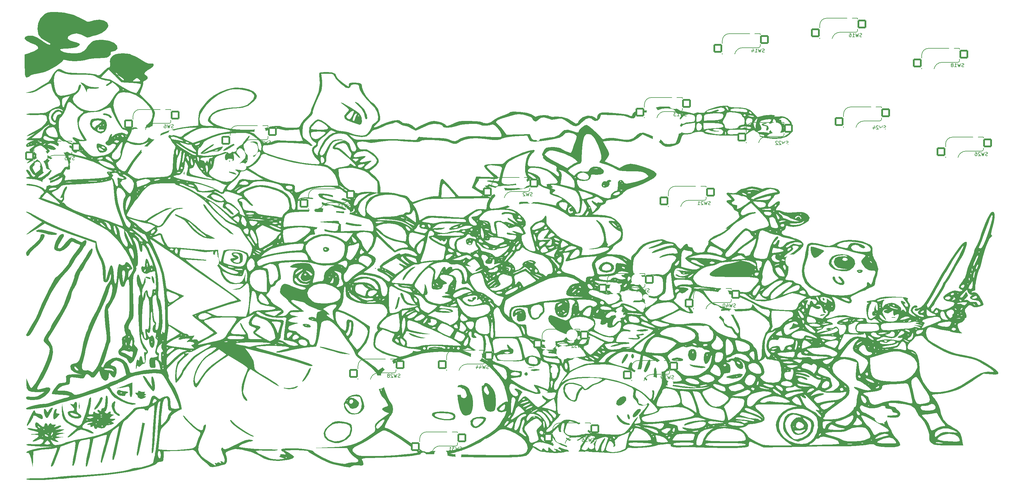
<source format=gbo>
G04 #@! TF.GenerationSoftware,KiCad,Pcbnew,(7.0.0)*
G04 #@! TF.CreationDate,2023-08-10T18:16:58-07:00*
G04 #@! TF.ProjectId,OpenOblong,4f70656e-4f62-46c6-9f6e-672e6b696361,rev?*
G04 #@! TF.SameCoordinates,Original*
G04 #@! TF.FileFunction,Legend,Bot*
G04 #@! TF.FilePolarity,Positive*
%FSLAX46Y46*%
G04 Gerber Fmt 4.6, Leading zero omitted, Abs format (unit mm)*
G04 Created by KiCad (PCBNEW (7.0.0)) date 2023-08-10 18:16:58*
%MOMM*%
%LPD*%
G01*
G04 APERTURE LIST*
G04 Aperture macros list*
%AMRoundRect*
0 Rectangle with rounded corners*
0 $1 Rounding radius*
0 $2 $3 $4 $5 $6 $7 $8 $9 X,Y pos of 4 corners*
0 Add a 4 corners polygon primitive as box body*
4,1,4,$2,$3,$4,$5,$6,$7,$8,$9,$2,$3,0*
0 Add four circle primitives for the rounded corners*
1,1,$1+$1,$2,$3*
1,1,$1+$1,$4,$5*
1,1,$1+$1,$6,$7*
1,1,$1+$1,$8,$9*
0 Add four rect primitives between the rounded corners*
20,1,$1+$1,$2,$3,$4,$5,0*
20,1,$1+$1,$4,$5,$6,$7,0*
20,1,$1+$1,$6,$7,$8,$9,0*
20,1,$1+$1,$8,$9,$2,$3,0*%
G04 Aperture macros list end*
%ADD10C,0.150000*%
%ADD11C,3.800000*%
%ADD12C,1.750000*%
%ADD13C,3.987800*%
%ADD14C,2.300000*%
%ADD15C,0.990600*%
%ADD16C,0.650000*%
%ADD17O,0.800000X1.400000*%
%ADD18C,3.300000*%
%ADD19RoundRect,0.250000X1.025000X1.000000X-1.025000X1.000000X-1.025000X-1.000000X1.025000X-1.000000X0*%
G04 APERTURE END LIST*
D10*
X71779309Y-69441883D02*
X71636452Y-69489502D01*
X71636452Y-69489502D02*
X71398357Y-69489502D01*
X71398357Y-69489502D02*
X71303119Y-69441883D01*
X71303119Y-69441883D02*
X71255500Y-69394264D01*
X71255500Y-69394264D02*
X71207881Y-69299026D01*
X71207881Y-69299026D02*
X71207881Y-69203788D01*
X71207881Y-69203788D02*
X71255500Y-69108550D01*
X71255500Y-69108550D02*
X71303119Y-69060931D01*
X71303119Y-69060931D02*
X71398357Y-69013312D01*
X71398357Y-69013312D02*
X71588833Y-68965693D01*
X71588833Y-68965693D02*
X71684071Y-68918074D01*
X71684071Y-68918074D02*
X71731690Y-68870455D01*
X71731690Y-68870455D02*
X71779309Y-68775217D01*
X71779309Y-68775217D02*
X71779309Y-68679979D01*
X71779309Y-68679979D02*
X71731690Y-68584741D01*
X71731690Y-68584741D02*
X71684071Y-68537122D01*
X71684071Y-68537122D02*
X71588833Y-68489502D01*
X71588833Y-68489502D02*
X71350738Y-68489502D01*
X71350738Y-68489502D02*
X71207881Y-68537122D01*
X70874547Y-68489502D02*
X70636452Y-69489502D01*
X70636452Y-69489502D02*
X70445976Y-68775217D01*
X70445976Y-68775217D02*
X70255500Y-69489502D01*
X70255500Y-69489502D02*
X70017405Y-68489502D01*
X69160262Y-68489502D02*
X69636452Y-68489502D01*
X69636452Y-68489502D02*
X69684071Y-68965693D01*
X69684071Y-68965693D02*
X69636452Y-68918074D01*
X69636452Y-68918074D02*
X69541214Y-68870455D01*
X69541214Y-68870455D02*
X69303119Y-68870455D01*
X69303119Y-68870455D02*
X69207881Y-68918074D01*
X69207881Y-68918074D02*
X69160262Y-68965693D01*
X69160262Y-68965693D02*
X69112643Y-69060931D01*
X69112643Y-69060931D02*
X69112643Y-69299026D01*
X69112643Y-69299026D02*
X69160262Y-69394264D01*
X69160262Y-69394264D02*
X69207881Y-69441883D01*
X69207881Y-69441883D02*
X69303119Y-69489502D01*
X69303119Y-69489502D02*
X69541214Y-69489502D01*
X69541214Y-69489502D02*
X69636452Y-69441883D01*
X69636452Y-69441883D02*
X69684071Y-69394264D01*
X248746755Y-56794888D02*
X248603898Y-56842507D01*
X248603898Y-56842507D02*
X248365803Y-56842507D01*
X248365803Y-56842507D02*
X248270565Y-56794888D01*
X248270565Y-56794888D02*
X248222946Y-56747269D01*
X248222946Y-56747269D02*
X248175327Y-56652031D01*
X248175327Y-56652031D02*
X248175327Y-56556793D01*
X248175327Y-56556793D02*
X248222946Y-56461555D01*
X248222946Y-56461555D02*
X248270565Y-56413936D01*
X248270565Y-56413936D02*
X248365803Y-56366317D01*
X248365803Y-56366317D02*
X248556279Y-56318698D01*
X248556279Y-56318698D02*
X248651517Y-56271079D01*
X248651517Y-56271079D02*
X248699136Y-56223460D01*
X248699136Y-56223460D02*
X248746755Y-56128222D01*
X248746755Y-56128222D02*
X248746755Y-56032984D01*
X248746755Y-56032984D02*
X248699136Y-55937746D01*
X248699136Y-55937746D02*
X248651517Y-55890127D01*
X248651517Y-55890127D02*
X248556279Y-55842507D01*
X248556279Y-55842507D02*
X248318184Y-55842507D01*
X248318184Y-55842507D02*
X248175327Y-55890127D01*
X247841993Y-55842507D02*
X247603898Y-56842507D01*
X247603898Y-56842507D02*
X247413422Y-56128222D01*
X247413422Y-56128222D02*
X247222946Y-56842507D01*
X247222946Y-56842507D02*
X246984851Y-55842507D01*
X246080089Y-56842507D02*
X246651517Y-56842507D01*
X246365803Y-56842507D02*
X246365803Y-55842507D01*
X246365803Y-55842507D02*
X246461041Y-55985365D01*
X246461041Y-55985365D02*
X246556279Y-56080603D01*
X246556279Y-56080603D02*
X246651517Y-56128222D01*
X245746755Y-55842507D02*
X245127708Y-55842507D01*
X245127708Y-55842507D02*
X245461041Y-56223460D01*
X245461041Y-56223460D02*
X245318184Y-56223460D01*
X245318184Y-56223460D02*
X245222946Y-56271079D01*
X245222946Y-56271079D02*
X245175327Y-56318698D01*
X245175327Y-56318698D02*
X245127708Y-56413936D01*
X245127708Y-56413936D02*
X245127708Y-56652031D01*
X245127708Y-56652031D02*
X245175327Y-56747269D01*
X245175327Y-56747269D02*
X245222946Y-56794888D01*
X245222946Y-56794888D02*
X245318184Y-56842507D01*
X245318184Y-56842507D02*
X245603898Y-56842507D01*
X245603898Y-56842507D02*
X245699136Y-56794888D01*
X245699136Y-56794888D02*
X245746755Y-56747269D01*
X255642490Y-82463134D02*
X255499633Y-82510753D01*
X255499633Y-82510753D02*
X255261538Y-82510753D01*
X255261538Y-82510753D02*
X255166300Y-82463134D01*
X255166300Y-82463134D02*
X255118681Y-82415515D01*
X255118681Y-82415515D02*
X255071062Y-82320277D01*
X255071062Y-82320277D02*
X255071062Y-82225039D01*
X255071062Y-82225039D02*
X255118681Y-82129801D01*
X255118681Y-82129801D02*
X255166300Y-82082182D01*
X255166300Y-82082182D02*
X255261538Y-82034563D01*
X255261538Y-82034563D02*
X255452014Y-81986944D01*
X255452014Y-81986944D02*
X255547252Y-81939325D01*
X255547252Y-81939325D02*
X255594871Y-81891706D01*
X255594871Y-81891706D02*
X255642490Y-81796468D01*
X255642490Y-81796468D02*
X255642490Y-81701230D01*
X255642490Y-81701230D02*
X255594871Y-81605992D01*
X255594871Y-81605992D02*
X255547252Y-81558373D01*
X255547252Y-81558373D02*
X255452014Y-81510753D01*
X255452014Y-81510753D02*
X255213919Y-81510753D01*
X255213919Y-81510753D02*
X255071062Y-81558373D01*
X254737728Y-81510753D02*
X254499633Y-82510753D01*
X254499633Y-82510753D02*
X254309157Y-81796468D01*
X254309157Y-81796468D02*
X254118681Y-82510753D01*
X254118681Y-82510753D02*
X253880586Y-81510753D01*
X253547252Y-81605992D02*
X253499633Y-81558373D01*
X253499633Y-81558373D02*
X253404395Y-81510753D01*
X253404395Y-81510753D02*
X253166300Y-81510753D01*
X253166300Y-81510753D02*
X253071062Y-81558373D01*
X253071062Y-81558373D02*
X253023443Y-81605992D01*
X253023443Y-81605992D02*
X252975824Y-81701230D01*
X252975824Y-81701230D02*
X252975824Y-81796468D01*
X252975824Y-81796468D02*
X253023443Y-81939325D01*
X253023443Y-81939325D02*
X253594871Y-82510753D01*
X253594871Y-82510753D02*
X252975824Y-82510753D01*
X252023443Y-82510753D02*
X252594871Y-82510753D01*
X252309157Y-82510753D02*
X252309157Y-81510753D01*
X252309157Y-81510753D02*
X252404395Y-81653611D01*
X252404395Y-81653611D02*
X252499633Y-81748849D01*
X252499633Y-81748849D02*
X252594871Y-81796468D01*
X204161832Y-79896627D02*
X204018975Y-79944246D01*
X204018975Y-79944246D02*
X203780880Y-79944246D01*
X203780880Y-79944246D02*
X203685642Y-79896627D01*
X203685642Y-79896627D02*
X203638023Y-79849008D01*
X203638023Y-79849008D02*
X203590404Y-79753770D01*
X203590404Y-79753770D02*
X203590404Y-79658532D01*
X203590404Y-79658532D02*
X203638023Y-79563294D01*
X203638023Y-79563294D02*
X203685642Y-79515675D01*
X203685642Y-79515675D02*
X203780880Y-79468056D01*
X203780880Y-79468056D02*
X203971356Y-79420437D01*
X203971356Y-79420437D02*
X204066594Y-79372818D01*
X204066594Y-79372818D02*
X204114213Y-79325199D01*
X204114213Y-79325199D02*
X204161832Y-79229961D01*
X204161832Y-79229961D02*
X204161832Y-79134723D01*
X204161832Y-79134723D02*
X204114213Y-79039485D01*
X204114213Y-79039485D02*
X204066594Y-78991866D01*
X204066594Y-78991866D02*
X203971356Y-78944246D01*
X203971356Y-78944246D02*
X203733261Y-78944246D01*
X203733261Y-78944246D02*
X203590404Y-78991866D01*
X203257070Y-78944246D02*
X203018975Y-79944246D01*
X203018975Y-79944246D02*
X202828499Y-79229961D01*
X202828499Y-79229961D02*
X202638023Y-79944246D01*
X202638023Y-79944246D02*
X202399928Y-78944246D01*
X202066594Y-79039485D02*
X202018975Y-78991866D01*
X202018975Y-78991866D02*
X201923737Y-78944246D01*
X201923737Y-78944246D02*
X201685642Y-78944246D01*
X201685642Y-78944246D02*
X201590404Y-78991866D01*
X201590404Y-78991866D02*
X201542785Y-79039485D01*
X201542785Y-79039485D02*
X201495166Y-79134723D01*
X201495166Y-79134723D02*
X201495166Y-79229961D01*
X201495166Y-79229961D02*
X201542785Y-79372818D01*
X201542785Y-79372818D02*
X202114213Y-79944246D01*
X202114213Y-79944246D02*
X201495166Y-79944246D01*
X219135705Y-123783199D02*
X218992848Y-123830818D01*
X218992848Y-123830818D02*
X218754753Y-123830818D01*
X218754753Y-123830818D02*
X218659515Y-123783199D01*
X218659515Y-123783199D02*
X218611896Y-123735580D01*
X218611896Y-123735580D02*
X218564277Y-123640342D01*
X218564277Y-123640342D02*
X218564277Y-123545104D01*
X218564277Y-123545104D02*
X218611896Y-123449866D01*
X218611896Y-123449866D02*
X218659515Y-123402247D01*
X218659515Y-123402247D02*
X218754753Y-123354628D01*
X218754753Y-123354628D02*
X218945229Y-123307009D01*
X218945229Y-123307009D02*
X219040467Y-123259390D01*
X219040467Y-123259390D02*
X219088086Y-123211771D01*
X219088086Y-123211771D02*
X219135705Y-123116533D01*
X219135705Y-123116533D02*
X219135705Y-123021295D01*
X219135705Y-123021295D02*
X219088086Y-122926057D01*
X219088086Y-122926057D02*
X219040467Y-122878438D01*
X219040467Y-122878438D02*
X218945229Y-122830818D01*
X218945229Y-122830818D02*
X218707134Y-122830818D01*
X218707134Y-122830818D02*
X218564277Y-122878438D01*
X218230943Y-122830818D02*
X217992848Y-123830818D01*
X217992848Y-123830818D02*
X217802372Y-123116533D01*
X217802372Y-123116533D02*
X217611896Y-123830818D01*
X217611896Y-123830818D02*
X217373801Y-122830818D01*
X217088086Y-122830818D02*
X216469039Y-122830818D01*
X216469039Y-122830818D02*
X216802372Y-123211771D01*
X216802372Y-123211771D02*
X216659515Y-123211771D01*
X216659515Y-123211771D02*
X216564277Y-123259390D01*
X216564277Y-123259390D02*
X216516658Y-123307009D01*
X216516658Y-123307009D02*
X216469039Y-123402247D01*
X216469039Y-123402247D02*
X216469039Y-123640342D01*
X216469039Y-123640342D02*
X216516658Y-123735580D01*
X216516658Y-123735580D02*
X216564277Y-123783199D01*
X216564277Y-123783199D02*
X216659515Y-123830818D01*
X216659515Y-123830818D02*
X216945229Y-123830818D01*
X216945229Y-123830818D02*
X217040467Y-123783199D01*
X217040467Y-123783199D02*
X217088086Y-123735580D01*
X216088086Y-122926057D02*
X216040467Y-122878438D01*
X216040467Y-122878438D02*
X215945229Y-122830818D01*
X215945229Y-122830818D02*
X215707134Y-122830818D01*
X215707134Y-122830818D02*
X215611896Y-122878438D01*
X215611896Y-122878438D02*
X215564277Y-122926057D01*
X215564277Y-122926057D02*
X215516658Y-123021295D01*
X215516658Y-123021295D02*
X215516658Y-123116533D01*
X215516658Y-123116533D02*
X215564277Y-123259390D01*
X215564277Y-123259390D02*
X216135705Y-123830818D01*
X216135705Y-123830818D02*
X215516658Y-123830818D01*
X100417441Y-60237340D02*
X100274584Y-60284959D01*
X100274584Y-60284959D02*
X100036489Y-60284959D01*
X100036489Y-60284959D02*
X99941251Y-60237340D01*
X99941251Y-60237340D02*
X99893632Y-60189721D01*
X99893632Y-60189721D02*
X99846013Y-60094483D01*
X99846013Y-60094483D02*
X99846013Y-59999245D01*
X99846013Y-59999245D02*
X99893632Y-59904007D01*
X99893632Y-59904007D02*
X99941251Y-59856388D01*
X99941251Y-59856388D02*
X100036489Y-59808769D01*
X100036489Y-59808769D02*
X100226965Y-59761150D01*
X100226965Y-59761150D02*
X100322203Y-59713531D01*
X100322203Y-59713531D02*
X100369822Y-59665912D01*
X100369822Y-59665912D02*
X100417441Y-59570674D01*
X100417441Y-59570674D02*
X100417441Y-59475436D01*
X100417441Y-59475436D02*
X100369822Y-59380198D01*
X100369822Y-59380198D02*
X100322203Y-59332579D01*
X100322203Y-59332579D02*
X100226965Y-59284959D01*
X100226965Y-59284959D02*
X99988870Y-59284959D01*
X99988870Y-59284959D02*
X99846013Y-59332579D01*
X99512679Y-59284959D02*
X99274584Y-60284959D01*
X99274584Y-60284959D02*
X99084108Y-59570674D01*
X99084108Y-59570674D02*
X98893632Y-60284959D01*
X98893632Y-60284959D02*
X98655537Y-59284959D01*
X97846013Y-59284959D02*
X98036489Y-59284959D01*
X98036489Y-59284959D02*
X98131727Y-59332579D01*
X98131727Y-59332579D02*
X98179346Y-59380198D01*
X98179346Y-59380198D02*
X98274584Y-59523055D01*
X98274584Y-59523055D02*
X98322203Y-59713531D01*
X98322203Y-59713531D02*
X98322203Y-60094483D01*
X98322203Y-60094483D02*
X98274584Y-60189721D01*
X98274584Y-60189721D02*
X98226965Y-60237340D01*
X98226965Y-60237340D02*
X98131727Y-60284959D01*
X98131727Y-60284959D02*
X97941251Y-60284959D01*
X97941251Y-60284959D02*
X97846013Y-60237340D01*
X97846013Y-60237340D02*
X97798394Y-60189721D01*
X97798394Y-60189721D02*
X97750775Y-60094483D01*
X97750775Y-60094483D02*
X97750775Y-59856388D01*
X97750775Y-59856388D02*
X97798394Y-59761150D01*
X97798394Y-59761150D02*
X97846013Y-59713531D01*
X97846013Y-59713531D02*
X97941251Y-59665912D01*
X97941251Y-59665912D02*
X98131727Y-59665912D01*
X98131727Y-59665912D02*
X98226965Y-59713531D01*
X98226965Y-59713531D02*
X98274584Y-59761150D01*
X98274584Y-59761150D02*
X98322203Y-59856388D01*
X262934646Y-112047308D02*
X262791789Y-112094927D01*
X262791789Y-112094927D02*
X262553694Y-112094927D01*
X262553694Y-112094927D02*
X262458456Y-112047308D01*
X262458456Y-112047308D02*
X262410837Y-111999689D01*
X262410837Y-111999689D02*
X262363218Y-111904451D01*
X262363218Y-111904451D02*
X262363218Y-111809213D01*
X262363218Y-111809213D02*
X262410837Y-111713975D01*
X262410837Y-111713975D02*
X262458456Y-111666356D01*
X262458456Y-111666356D02*
X262553694Y-111618737D01*
X262553694Y-111618737D02*
X262744170Y-111571118D01*
X262744170Y-111571118D02*
X262839408Y-111523499D01*
X262839408Y-111523499D02*
X262887027Y-111475880D01*
X262887027Y-111475880D02*
X262934646Y-111380642D01*
X262934646Y-111380642D02*
X262934646Y-111285404D01*
X262934646Y-111285404D02*
X262887027Y-111190166D01*
X262887027Y-111190166D02*
X262839408Y-111142547D01*
X262839408Y-111142547D02*
X262744170Y-111094927D01*
X262744170Y-111094927D02*
X262506075Y-111094927D01*
X262506075Y-111094927D02*
X262363218Y-111142547D01*
X262029884Y-111094927D02*
X261791789Y-112094927D01*
X261791789Y-112094927D02*
X261601313Y-111380642D01*
X261601313Y-111380642D02*
X261410837Y-112094927D01*
X261410837Y-112094927D02*
X261172742Y-111094927D01*
X260363218Y-111428261D02*
X260363218Y-112094927D01*
X260601313Y-111047308D02*
X260839408Y-111761594D01*
X260839408Y-111761594D02*
X260220361Y-111761594D01*
X259648932Y-111094927D02*
X259553694Y-111094927D01*
X259553694Y-111094927D02*
X259458456Y-111142547D01*
X259458456Y-111142547D02*
X259410837Y-111190166D01*
X259410837Y-111190166D02*
X259363218Y-111285404D01*
X259363218Y-111285404D02*
X259315599Y-111475880D01*
X259315599Y-111475880D02*
X259315599Y-111713975D01*
X259315599Y-111713975D02*
X259363218Y-111904451D01*
X259363218Y-111904451D02*
X259410837Y-111999689D01*
X259410837Y-111999689D02*
X259458456Y-112047308D01*
X259458456Y-112047308D02*
X259553694Y-112094927D01*
X259553694Y-112094927D02*
X259648932Y-112094927D01*
X259648932Y-112094927D02*
X259744170Y-112047308D01*
X259744170Y-112047308D02*
X259791789Y-111999689D01*
X259791789Y-111999689D02*
X259839408Y-111904451D01*
X259839408Y-111904451D02*
X259887027Y-111713975D01*
X259887027Y-111713975D02*
X259887027Y-111475880D01*
X259887027Y-111475880D02*
X259839408Y-111285404D01*
X259839408Y-111285404D02*
X259791789Y-111190166D01*
X259791789Y-111190166D02*
X259744170Y-111142547D01*
X259744170Y-111142547D02*
X259648932Y-111094927D01*
X151611058Y-83182824D02*
X151468201Y-83230443D01*
X151468201Y-83230443D02*
X151230106Y-83230443D01*
X151230106Y-83230443D02*
X151134868Y-83182824D01*
X151134868Y-83182824D02*
X151087249Y-83135205D01*
X151087249Y-83135205D02*
X151039630Y-83039967D01*
X151039630Y-83039967D02*
X151039630Y-82944729D01*
X151039630Y-82944729D02*
X151087249Y-82849491D01*
X151087249Y-82849491D02*
X151134868Y-82801872D01*
X151134868Y-82801872D02*
X151230106Y-82754253D01*
X151230106Y-82754253D02*
X151420582Y-82706634D01*
X151420582Y-82706634D02*
X151515820Y-82659015D01*
X151515820Y-82659015D02*
X151563439Y-82611396D01*
X151563439Y-82611396D02*
X151611058Y-82516158D01*
X151611058Y-82516158D02*
X151611058Y-82420920D01*
X151611058Y-82420920D02*
X151563439Y-82325682D01*
X151563439Y-82325682D02*
X151515820Y-82278063D01*
X151515820Y-82278063D02*
X151420582Y-82230443D01*
X151420582Y-82230443D02*
X151182487Y-82230443D01*
X151182487Y-82230443D02*
X151039630Y-82278063D01*
X150706296Y-82230443D02*
X150468201Y-83230443D01*
X150468201Y-83230443D02*
X150277725Y-82516158D01*
X150277725Y-82516158D02*
X150087249Y-83230443D01*
X150087249Y-83230443D02*
X149849154Y-82230443D01*
X148944392Y-83230443D02*
X149515820Y-83230443D01*
X149230106Y-83230443D02*
X149230106Y-82230443D01*
X149230106Y-82230443D02*
X149325344Y-82373301D01*
X149325344Y-82373301D02*
X149420582Y-82468539D01*
X149420582Y-82468539D02*
X149515820Y-82516158D01*
X147992011Y-83230443D02*
X148563439Y-83230443D01*
X148277725Y-83230443D02*
X148277725Y-82230443D01*
X148277725Y-82230443D02*
X148372963Y-82373301D01*
X148372963Y-82373301D02*
X148468201Y-82468539D01*
X148468201Y-82468539D02*
X148563439Y-82516158D01*
X271256382Y-38344278D02*
X271113525Y-38391897D01*
X271113525Y-38391897D02*
X270875430Y-38391897D01*
X270875430Y-38391897D02*
X270780192Y-38344278D01*
X270780192Y-38344278D02*
X270732573Y-38296659D01*
X270732573Y-38296659D02*
X270684954Y-38201421D01*
X270684954Y-38201421D02*
X270684954Y-38106183D01*
X270684954Y-38106183D02*
X270732573Y-38010945D01*
X270732573Y-38010945D02*
X270780192Y-37963326D01*
X270780192Y-37963326D02*
X270875430Y-37915707D01*
X270875430Y-37915707D02*
X271065906Y-37868088D01*
X271065906Y-37868088D02*
X271161144Y-37820469D01*
X271161144Y-37820469D02*
X271208763Y-37772850D01*
X271208763Y-37772850D02*
X271256382Y-37677612D01*
X271256382Y-37677612D02*
X271256382Y-37582374D01*
X271256382Y-37582374D02*
X271208763Y-37487136D01*
X271208763Y-37487136D02*
X271161144Y-37439517D01*
X271161144Y-37439517D02*
X271065906Y-37391897D01*
X271065906Y-37391897D02*
X270827811Y-37391897D01*
X270827811Y-37391897D02*
X270684954Y-37439517D01*
X270351620Y-37391897D02*
X270113525Y-38391897D01*
X270113525Y-38391897D02*
X269923049Y-37677612D01*
X269923049Y-37677612D02*
X269732573Y-38391897D01*
X269732573Y-38391897D02*
X269494478Y-37391897D01*
X268589716Y-38391897D02*
X269161144Y-38391897D01*
X268875430Y-38391897D02*
X268875430Y-37391897D01*
X268875430Y-37391897D02*
X268970668Y-37534755D01*
X268970668Y-37534755D02*
X269065906Y-37629993D01*
X269065906Y-37629993D02*
X269161144Y-37677612D01*
X267732573Y-37725231D02*
X267732573Y-38391897D01*
X267970668Y-37344278D02*
X268208763Y-38058564D01*
X268208763Y-38058564D02*
X267589716Y-38058564D01*
X128512774Y-64943299D02*
X128369917Y-64990918D01*
X128369917Y-64990918D02*
X128131822Y-64990918D01*
X128131822Y-64990918D02*
X128036584Y-64943299D01*
X128036584Y-64943299D02*
X127988965Y-64895680D01*
X127988965Y-64895680D02*
X127941346Y-64800442D01*
X127941346Y-64800442D02*
X127941346Y-64705204D01*
X127941346Y-64705204D02*
X127988965Y-64609966D01*
X127988965Y-64609966D02*
X128036584Y-64562347D01*
X128036584Y-64562347D02*
X128131822Y-64514728D01*
X128131822Y-64514728D02*
X128322298Y-64467109D01*
X128322298Y-64467109D02*
X128417536Y-64419490D01*
X128417536Y-64419490D02*
X128465155Y-64371871D01*
X128465155Y-64371871D02*
X128512774Y-64276633D01*
X128512774Y-64276633D02*
X128512774Y-64181395D01*
X128512774Y-64181395D02*
X128465155Y-64086157D01*
X128465155Y-64086157D02*
X128417536Y-64038538D01*
X128417536Y-64038538D02*
X128322298Y-63990918D01*
X128322298Y-63990918D02*
X128084203Y-63990918D01*
X128084203Y-63990918D02*
X127941346Y-64038538D01*
X127608012Y-63990918D02*
X127369917Y-64990918D01*
X127369917Y-64990918D02*
X127179441Y-64276633D01*
X127179441Y-64276633D02*
X126988965Y-64990918D01*
X126988965Y-64990918D02*
X126750870Y-63990918D01*
X126322298Y-64990918D02*
X126131822Y-64990918D01*
X126131822Y-64990918D02*
X126036584Y-64943299D01*
X126036584Y-64943299D02*
X125988965Y-64895680D01*
X125988965Y-64895680D02*
X125893727Y-64752823D01*
X125893727Y-64752823D02*
X125846108Y-64562347D01*
X125846108Y-64562347D02*
X125846108Y-64181395D01*
X125846108Y-64181395D02*
X125893727Y-64086157D01*
X125893727Y-64086157D02*
X125941346Y-64038538D01*
X125941346Y-64038538D02*
X126036584Y-63990918D01*
X126036584Y-63990918D02*
X126227060Y-63990918D01*
X126227060Y-63990918D02*
X126322298Y-64038538D01*
X126322298Y-64038538D02*
X126369917Y-64086157D01*
X126369917Y-64086157D02*
X126417536Y-64181395D01*
X126417536Y-64181395D02*
X126417536Y-64419490D01*
X126417536Y-64419490D02*
X126369917Y-64514728D01*
X126369917Y-64514728D02*
X126322298Y-64562347D01*
X126322298Y-64562347D02*
X126227060Y-64609966D01*
X126227060Y-64609966D02*
X126036584Y-64609966D01*
X126036584Y-64609966D02*
X125941346Y-64562347D01*
X125941346Y-64562347D02*
X125893727Y-64514728D01*
X125893727Y-64514728D02*
X125846108Y-64419490D01*
X222206977Y-150905596D02*
X222064120Y-150953215D01*
X222064120Y-150953215D02*
X221826025Y-150953215D01*
X221826025Y-150953215D02*
X221730787Y-150905596D01*
X221730787Y-150905596D02*
X221683168Y-150857977D01*
X221683168Y-150857977D02*
X221635549Y-150762739D01*
X221635549Y-150762739D02*
X221635549Y-150667501D01*
X221635549Y-150667501D02*
X221683168Y-150572263D01*
X221683168Y-150572263D02*
X221730787Y-150524644D01*
X221730787Y-150524644D02*
X221826025Y-150477025D01*
X221826025Y-150477025D02*
X222016501Y-150429406D01*
X222016501Y-150429406D02*
X222111739Y-150381787D01*
X222111739Y-150381787D02*
X222159358Y-150334168D01*
X222159358Y-150334168D02*
X222206977Y-150238930D01*
X222206977Y-150238930D02*
X222206977Y-150143692D01*
X222206977Y-150143692D02*
X222159358Y-150048454D01*
X222159358Y-150048454D02*
X222111739Y-150000835D01*
X222111739Y-150000835D02*
X222016501Y-149953215D01*
X222016501Y-149953215D02*
X221778406Y-149953215D01*
X221778406Y-149953215D02*
X221635549Y-150000835D01*
X221302215Y-149953215D02*
X221064120Y-150953215D01*
X221064120Y-150953215D02*
X220873644Y-150238930D01*
X220873644Y-150238930D02*
X220683168Y-150953215D01*
X220683168Y-150953215D02*
X220445073Y-149953215D01*
X220159358Y-149953215D02*
X219540311Y-149953215D01*
X219540311Y-149953215D02*
X219873644Y-150334168D01*
X219873644Y-150334168D02*
X219730787Y-150334168D01*
X219730787Y-150334168D02*
X219635549Y-150381787D01*
X219635549Y-150381787D02*
X219587930Y-150429406D01*
X219587930Y-150429406D02*
X219540311Y-150524644D01*
X219540311Y-150524644D02*
X219540311Y-150762739D01*
X219540311Y-150762739D02*
X219587930Y-150857977D01*
X219587930Y-150857977D02*
X219635549Y-150905596D01*
X219635549Y-150905596D02*
X219730787Y-150953215D01*
X219730787Y-150953215D02*
X220016501Y-150953215D01*
X220016501Y-150953215D02*
X220111739Y-150905596D01*
X220111739Y-150905596D02*
X220159358Y-150857977D01*
X218683168Y-149953215D02*
X218873644Y-149953215D01*
X218873644Y-149953215D02*
X218968882Y-150000835D01*
X218968882Y-150000835D02*
X219016501Y-150048454D01*
X219016501Y-150048454D02*
X219111739Y-150191311D01*
X219111739Y-150191311D02*
X219159358Y-150381787D01*
X219159358Y-150381787D02*
X219159358Y-150762739D01*
X219159358Y-150762739D02*
X219111739Y-150857977D01*
X219111739Y-150857977D02*
X219064120Y-150905596D01*
X219064120Y-150905596D02*
X218968882Y-150953215D01*
X218968882Y-150953215D02*
X218778406Y-150953215D01*
X218778406Y-150953215D02*
X218683168Y-150905596D01*
X218683168Y-150905596D02*
X218635549Y-150857977D01*
X218635549Y-150857977D02*
X218587930Y-150762739D01*
X218587930Y-150762739D02*
X218587930Y-150524644D01*
X218587930Y-150524644D02*
X218635549Y-150429406D01*
X218635549Y-150429406D02*
X218683168Y-150381787D01*
X218683168Y-150381787D02*
X218778406Y-150334168D01*
X218778406Y-150334168D02*
X218968882Y-150334168D01*
X218968882Y-150334168D02*
X219064120Y-150381787D01*
X219064120Y-150381787D02*
X219111739Y-150429406D01*
X219111739Y-150429406D02*
X219159358Y-150524644D01*
X183770826Y-153477147D02*
X183627969Y-153524766D01*
X183627969Y-153524766D02*
X183389874Y-153524766D01*
X183389874Y-153524766D02*
X183294636Y-153477147D01*
X183294636Y-153477147D02*
X183247017Y-153429528D01*
X183247017Y-153429528D02*
X183199398Y-153334290D01*
X183199398Y-153334290D02*
X183199398Y-153239052D01*
X183199398Y-153239052D02*
X183247017Y-153143814D01*
X183247017Y-153143814D02*
X183294636Y-153096195D01*
X183294636Y-153096195D02*
X183389874Y-153048576D01*
X183389874Y-153048576D02*
X183580350Y-153000957D01*
X183580350Y-153000957D02*
X183675588Y-152953338D01*
X183675588Y-152953338D02*
X183723207Y-152905719D01*
X183723207Y-152905719D02*
X183770826Y-152810481D01*
X183770826Y-152810481D02*
X183770826Y-152715243D01*
X183770826Y-152715243D02*
X183723207Y-152620005D01*
X183723207Y-152620005D02*
X183675588Y-152572386D01*
X183675588Y-152572386D02*
X183580350Y-152524766D01*
X183580350Y-152524766D02*
X183342255Y-152524766D01*
X183342255Y-152524766D02*
X183199398Y-152572386D01*
X182866064Y-152524766D02*
X182627969Y-153524766D01*
X182627969Y-153524766D02*
X182437493Y-152810481D01*
X182437493Y-152810481D02*
X182247017Y-153524766D01*
X182247017Y-153524766D02*
X182008922Y-152524766D01*
X181723207Y-152524766D02*
X181104160Y-152524766D01*
X181104160Y-152524766D02*
X181437493Y-152905719D01*
X181437493Y-152905719D02*
X181294636Y-152905719D01*
X181294636Y-152905719D02*
X181199398Y-152953338D01*
X181199398Y-152953338D02*
X181151779Y-153000957D01*
X181151779Y-153000957D02*
X181104160Y-153096195D01*
X181104160Y-153096195D02*
X181104160Y-153334290D01*
X181104160Y-153334290D02*
X181151779Y-153429528D01*
X181151779Y-153429528D02*
X181199398Y-153477147D01*
X181199398Y-153477147D02*
X181294636Y-153524766D01*
X181294636Y-153524766D02*
X181580350Y-153524766D01*
X181580350Y-153524766D02*
X181675588Y-153477147D01*
X181675588Y-153477147D02*
X181723207Y-153429528D01*
X180151779Y-153524766D02*
X180723207Y-153524766D01*
X180437493Y-153524766D02*
X180437493Y-152524766D01*
X180437493Y-152524766D02*
X180532731Y-152667624D01*
X180532731Y-152667624D02*
X180627969Y-152762862D01*
X180627969Y-152762862D02*
X180723207Y-152810481D01*
X165937218Y-132373377D02*
X165794361Y-132420996D01*
X165794361Y-132420996D02*
X165556266Y-132420996D01*
X165556266Y-132420996D02*
X165461028Y-132373377D01*
X165461028Y-132373377D02*
X165413409Y-132325758D01*
X165413409Y-132325758D02*
X165365790Y-132230520D01*
X165365790Y-132230520D02*
X165365790Y-132135282D01*
X165365790Y-132135282D02*
X165413409Y-132040044D01*
X165413409Y-132040044D02*
X165461028Y-131992425D01*
X165461028Y-131992425D02*
X165556266Y-131944806D01*
X165556266Y-131944806D02*
X165746742Y-131897187D01*
X165746742Y-131897187D02*
X165841980Y-131849568D01*
X165841980Y-131849568D02*
X165889599Y-131801949D01*
X165889599Y-131801949D02*
X165937218Y-131706711D01*
X165937218Y-131706711D02*
X165937218Y-131611473D01*
X165937218Y-131611473D02*
X165889599Y-131516235D01*
X165889599Y-131516235D02*
X165841980Y-131468616D01*
X165841980Y-131468616D02*
X165746742Y-131420996D01*
X165746742Y-131420996D02*
X165508647Y-131420996D01*
X165508647Y-131420996D02*
X165365790Y-131468616D01*
X165032456Y-131420996D02*
X164794361Y-132420996D01*
X164794361Y-132420996D02*
X164603885Y-131706711D01*
X164603885Y-131706711D02*
X164413409Y-132420996D01*
X164413409Y-132420996D02*
X164175314Y-131420996D01*
X163841980Y-131516235D02*
X163794361Y-131468616D01*
X163794361Y-131468616D02*
X163699123Y-131420996D01*
X163699123Y-131420996D02*
X163461028Y-131420996D01*
X163461028Y-131420996D02*
X163365790Y-131468616D01*
X163365790Y-131468616D02*
X163318171Y-131516235D01*
X163318171Y-131516235D02*
X163270552Y-131611473D01*
X163270552Y-131611473D02*
X163270552Y-131706711D01*
X163270552Y-131706711D02*
X163318171Y-131849568D01*
X163318171Y-131849568D02*
X163889599Y-132420996D01*
X163889599Y-132420996D02*
X163270552Y-132420996D01*
X162699123Y-131849568D02*
X162794361Y-131801949D01*
X162794361Y-131801949D02*
X162841980Y-131754330D01*
X162841980Y-131754330D02*
X162889599Y-131659092D01*
X162889599Y-131659092D02*
X162889599Y-131611473D01*
X162889599Y-131611473D02*
X162841980Y-131516235D01*
X162841980Y-131516235D02*
X162794361Y-131468616D01*
X162794361Y-131468616D02*
X162699123Y-131420996D01*
X162699123Y-131420996D02*
X162508647Y-131420996D01*
X162508647Y-131420996D02*
X162413409Y-131468616D01*
X162413409Y-131468616D02*
X162365790Y-131516235D01*
X162365790Y-131516235D02*
X162318171Y-131611473D01*
X162318171Y-131611473D02*
X162318171Y-131659092D01*
X162318171Y-131659092D02*
X162365790Y-131754330D01*
X162365790Y-131754330D02*
X162413409Y-131801949D01*
X162413409Y-131801949D02*
X162508647Y-131849568D01*
X162508647Y-131849568D02*
X162699123Y-131849568D01*
X162699123Y-131849568D02*
X162794361Y-131897187D01*
X162794361Y-131897187D02*
X162841980Y-131944806D01*
X162841980Y-131944806D02*
X162889599Y-132040044D01*
X162889599Y-132040044D02*
X162889599Y-132230520D01*
X162889599Y-132230520D02*
X162841980Y-132325758D01*
X162841980Y-132325758D02*
X162794361Y-132373377D01*
X162794361Y-132373377D02*
X162699123Y-132420996D01*
X162699123Y-132420996D02*
X162508647Y-132420996D01*
X162508647Y-132420996D02*
X162413409Y-132373377D01*
X162413409Y-132373377D02*
X162365790Y-132325758D01*
X162365790Y-132325758D02*
X162318171Y-132230520D01*
X162318171Y-132230520D02*
X162318171Y-132040044D01*
X162318171Y-132040044D02*
X162365790Y-131944806D01*
X162365790Y-131944806D02*
X162413409Y-131897187D01*
X162413409Y-131897187D02*
X162508647Y-131849568D01*
X306293852Y-60578937D02*
X306150995Y-60626556D01*
X306150995Y-60626556D02*
X305912900Y-60626556D01*
X305912900Y-60626556D02*
X305817662Y-60578937D01*
X305817662Y-60578937D02*
X305770043Y-60531318D01*
X305770043Y-60531318D02*
X305722424Y-60436080D01*
X305722424Y-60436080D02*
X305722424Y-60340842D01*
X305722424Y-60340842D02*
X305770043Y-60245604D01*
X305770043Y-60245604D02*
X305817662Y-60197985D01*
X305817662Y-60197985D02*
X305912900Y-60150366D01*
X305912900Y-60150366D02*
X306103376Y-60102747D01*
X306103376Y-60102747D02*
X306198614Y-60055128D01*
X306198614Y-60055128D02*
X306246233Y-60007509D01*
X306246233Y-60007509D02*
X306293852Y-59912271D01*
X306293852Y-59912271D02*
X306293852Y-59817033D01*
X306293852Y-59817033D02*
X306246233Y-59721795D01*
X306246233Y-59721795D02*
X306198614Y-59674176D01*
X306198614Y-59674176D02*
X306103376Y-59626556D01*
X306103376Y-59626556D02*
X305865281Y-59626556D01*
X305865281Y-59626556D02*
X305722424Y-59674176D01*
X305389090Y-59626556D02*
X305150995Y-60626556D01*
X305150995Y-60626556D02*
X304960519Y-59912271D01*
X304960519Y-59912271D02*
X304770043Y-60626556D01*
X304770043Y-60626556D02*
X304531948Y-59626556D01*
X304198614Y-59721795D02*
X304150995Y-59674176D01*
X304150995Y-59674176D02*
X304055757Y-59626556D01*
X304055757Y-59626556D02*
X303817662Y-59626556D01*
X303817662Y-59626556D02*
X303722424Y-59674176D01*
X303722424Y-59674176D02*
X303674805Y-59721795D01*
X303674805Y-59721795D02*
X303627186Y-59817033D01*
X303627186Y-59817033D02*
X303627186Y-59912271D01*
X303627186Y-59912271D02*
X303674805Y-60055128D01*
X303674805Y-60055128D02*
X304246233Y-60626556D01*
X304246233Y-60626556D02*
X303627186Y-60626556D01*
X302770043Y-59959890D02*
X302770043Y-60626556D01*
X303008138Y-59578937D02*
X303246233Y-60293223D01*
X303246233Y-60293223D02*
X302627186Y-60293223D01*
X328895091Y-42581668D02*
X328752234Y-42629287D01*
X328752234Y-42629287D02*
X328514139Y-42629287D01*
X328514139Y-42629287D02*
X328418901Y-42581668D01*
X328418901Y-42581668D02*
X328371282Y-42534049D01*
X328371282Y-42534049D02*
X328323663Y-42438811D01*
X328323663Y-42438811D02*
X328323663Y-42343573D01*
X328323663Y-42343573D02*
X328371282Y-42248335D01*
X328371282Y-42248335D02*
X328418901Y-42200716D01*
X328418901Y-42200716D02*
X328514139Y-42153097D01*
X328514139Y-42153097D02*
X328704615Y-42105478D01*
X328704615Y-42105478D02*
X328799853Y-42057859D01*
X328799853Y-42057859D02*
X328847472Y-42010240D01*
X328847472Y-42010240D02*
X328895091Y-41915002D01*
X328895091Y-41915002D02*
X328895091Y-41819764D01*
X328895091Y-41819764D02*
X328847472Y-41724526D01*
X328847472Y-41724526D02*
X328799853Y-41676907D01*
X328799853Y-41676907D02*
X328704615Y-41629287D01*
X328704615Y-41629287D02*
X328466520Y-41629287D01*
X328466520Y-41629287D02*
X328323663Y-41676907D01*
X327990329Y-41629287D02*
X327752234Y-42629287D01*
X327752234Y-42629287D02*
X327561758Y-41915002D01*
X327561758Y-41915002D02*
X327371282Y-42629287D01*
X327371282Y-42629287D02*
X327133187Y-41629287D01*
X326228425Y-42629287D02*
X326799853Y-42629287D01*
X326514139Y-42629287D02*
X326514139Y-41629287D01*
X326514139Y-41629287D02*
X326609377Y-41772145D01*
X326609377Y-41772145D02*
X326704615Y-41867383D01*
X326704615Y-41867383D02*
X326799853Y-41915002D01*
X325656996Y-42057859D02*
X325752234Y-42010240D01*
X325752234Y-42010240D02*
X325799853Y-41962621D01*
X325799853Y-41962621D02*
X325847472Y-41867383D01*
X325847472Y-41867383D02*
X325847472Y-41819764D01*
X325847472Y-41819764D02*
X325799853Y-41724526D01*
X325799853Y-41724526D02*
X325752234Y-41676907D01*
X325752234Y-41676907D02*
X325656996Y-41629287D01*
X325656996Y-41629287D02*
X325466520Y-41629287D01*
X325466520Y-41629287D02*
X325371282Y-41676907D01*
X325371282Y-41676907D02*
X325323663Y-41724526D01*
X325323663Y-41724526D02*
X325276044Y-41819764D01*
X325276044Y-41819764D02*
X325276044Y-41867383D01*
X325276044Y-41867383D02*
X325323663Y-41962621D01*
X325323663Y-41962621D02*
X325371282Y-42010240D01*
X325371282Y-42010240D02*
X325466520Y-42057859D01*
X325466520Y-42057859D02*
X325656996Y-42057859D01*
X325656996Y-42057859D02*
X325752234Y-42105478D01*
X325752234Y-42105478D02*
X325799853Y-42153097D01*
X325799853Y-42153097D02*
X325847472Y-42248335D01*
X325847472Y-42248335D02*
X325847472Y-42438811D01*
X325847472Y-42438811D02*
X325799853Y-42534049D01*
X325799853Y-42534049D02*
X325752234Y-42581668D01*
X325752234Y-42581668D02*
X325656996Y-42629287D01*
X325656996Y-42629287D02*
X325466520Y-42629287D01*
X325466520Y-42629287D02*
X325371282Y-42581668D01*
X325371282Y-42581668D02*
X325323663Y-42534049D01*
X325323663Y-42534049D02*
X325276044Y-42438811D01*
X325276044Y-42438811D02*
X325276044Y-42248335D01*
X325276044Y-42248335D02*
X325323663Y-42153097D01*
X325323663Y-42153097D02*
X325371282Y-42105478D01*
X325371282Y-42105478D02*
X325466520Y-42057859D01*
X245039360Y-132801118D02*
X244896503Y-132848737D01*
X244896503Y-132848737D02*
X244658408Y-132848737D01*
X244658408Y-132848737D02*
X244563170Y-132801118D01*
X244563170Y-132801118D02*
X244515551Y-132753499D01*
X244515551Y-132753499D02*
X244467932Y-132658261D01*
X244467932Y-132658261D02*
X244467932Y-132563023D01*
X244467932Y-132563023D02*
X244515551Y-132467785D01*
X244515551Y-132467785D02*
X244563170Y-132420166D01*
X244563170Y-132420166D02*
X244658408Y-132372547D01*
X244658408Y-132372547D02*
X244848884Y-132324928D01*
X244848884Y-132324928D02*
X244944122Y-132277309D01*
X244944122Y-132277309D02*
X244991741Y-132229690D01*
X244991741Y-132229690D02*
X245039360Y-132134452D01*
X245039360Y-132134452D02*
X245039360Y-132039214D01*
X245039360Y-132039214D02*
X244991741Y-131943976D01*
X244991741Y-131943976D02*
X244944122Y-131896357D01*
X244944122Y-131896357D02*
X244848884Y-131848737D01*
X244848884Y-131848737D02*
X244610789Y-131848737D01*
X244610789Y-131848737D02*
X244467932Y-131896357D01*
X244134598Y-131848737D02*
X243896503Y-132848737D01*
X243896503Y-132848737D02*
X243706027Y-132134452D01*
X243706027Y-132134452D02*
X243515551Y-132848737D01*
X243515551Y-132848737D02*
X243277456Y-131848737D01*
X242991741Y-131848737D02*
X242372694Y-131848737D01*
X242372694Y-131848737D02*
X242706027Y-132229690D01*
X242706027Y-132229690D02*
X242563170Y-132229690D01*
X242563170Y-132229690D02*
X242467932Y-132277309D01*
X242467932Y-132277309D02*
X242420313Y-132324928D01*
X242420313Y-132324928D02*
X242372694Y-132420166D01*
X242372694Y-132420166D02*
X242372694Y-132658261D01*
X242372694Y-132658261D02*
X242420313Y-132753499D01*
X242420313Y-132753499D02*
X242467932Y-132801118D01*
X242467932Y-132801118D02*
X242563170Y-132848737D01*
X242563170Y-132848737D02*
X242848884Y-132848737D01*
X242848884Y-132848737D02*
X242944122Y-132801118D01*
X242944122Y-132801118D02*
X242991741Y-132753499D01*
X241896503Y-132848737D02*
X241706027Y-132848737D01*
X241706027Y-132848737D02*
X241610789Y-132801118D01*
X241610789Y-132801118D02*
X241563170Y-132753499D01*
X241563170Y-132753499D02*
X241467932Y-132610642D01*
X241467932Y-132610642D02*
X241420313Y-132420166D01*
X241420313Y-132420166D02*
X241420313Y-132039214D01*
X241420313Y-132039214D02*
X241467932Y-131943976D01*
X241467932Y-131943976D02*
X241515551Y-131896357D01*
X241515551Y-131896357D02*
X241610789Y-131848737D01*
X241610789Y-131848737D02*
X241801265Y-131848737D01*
X241801265Y-131848737D02*
X241896503Y-131896357D01*
X241896503Y-131896357D02*
X241944122Y-131943976D01*
X241944122Y-131943976D02*
X241991741Y-132039214D01*
X241991741Y-132039214D02*
X241991741Y-132277309D01*
X241991741Y-132277309D02*
X241944122Y-132372547D01*
X241944122Y-132372547D02*
X241896503Y-132420166D01*
X241896503Y-132420166D02*
X241801265Y-132467785D01*
X241801265Y-132467785D02*
X241610789Y-132467785D01*
X241610789Y-132467785D02*
X241515551Y-132420166D01*
X241515551Y-132420166D02*
X241467932Y-132372547D01*
X241467932Y-132372547D02*
X241420313Y-132277309D01*
X278135038Y-65044121D02*
X277992181Y-65091740D01*
X277992181Y-65091740D02*
X277754086Y-65091740D01*
X277754086Y-65091740D02*
X277658848Y-65044121D01*
X277658848Y-65044121D02*
X277611229Y-64996502D01*
X277611229Y-64996502D02*
X277563610Y-64901264D01*
X277563610Y-64901264D02*
X277563610Y-64806026D01*
X277563610Y-64806026D02*
X277611229Y-64710788D01*
X277611229Y-64710788D02*
X277658848Y-64663169D01*
X277658848Y-64663169D02*
X277754086Y-64615550D01*
X277754086Y-64615550D02*
X277944562Y-64567931D01*
X277944562Y-64567931D02*
X278039800Y-64520312D01*
X278039800Y-64520312D02*
X278087419Y-64472693D01*
X278087419Y-64472693D02*
X278135038Y-64377455D01*
X278135038Y-64377455D02*
X278135038Y-64282217D01*
X278135038Y-64282217D02*
X278087419Y-64186979D01*
X278087419Y-64186979D02*
X278039800Y-64139360D01*
X278039800Y-64139360D02*
X277944562Y-64091740D01*
X277944562Y-64091740D02*
X277706467Y-64091740D01*
X277706467Y-64091740D02*
X277563610Y-64139360D01*
X277230276Y-64091740D02*
X276992181Y-65091740D01*
X276992181Y-65091740D02*
X276801705Y-64377455D01*
X276801705Y-64377455D02*
X276611229Y-65091740D01*
X276611229Y-65091740D02*
X276373134Y-64091740D01*
X276039800Y-64186979D02*
X275992181Y-64139360D01*
X275992181Y-64139360D02*
X275896943Y-64091740D01*
X275896943Y-64091740D02*
X275658848Y-64091740D01*
X275658848Y-64091740D02*
X275563610Y-64139360D01*
X275563610Y-64139360D02*
X275515991Y-64186979D01*
X275515991Y-64186979D02*
X275468372Y-64282217D01*
X275468372Y-64282217D02*
X275468372Y-64377455D01*
X275468372Y-64377455D02*
X275515991Y-64520312D01*
X275515991Y-64520312D02*
X276087419Y-65091740D01*
X276087419Y-65091740D02*
X275468372Y-65091740D01*
X275087419Y-64186979D02*
X275039800Y-64139360D01*
X275039800Y-64139360D02*
X274944562Y-64091740D01*
X274944562Y-64091740D02*
X274706467Y-64091740D01*
X274706467Y-64091740D02*
X274611229Y-64139360D01*
X274611229Y-64139360D02*
X274563610Y-64186979D01*
X274563610Y-64186979D02*
X274515991Y-64282217D01*
X274515991Y-64282217D02*
X274515991Y-64377455D01*
X274515991Y-64377455D02*
X274563610Y-64520312D01*
X274563610Y-64520312D02*
X275135038Y-65091740D01*
X275135038Y-65091740D02*
X274515991Y-65091740D01*
X335791085Y-68250880D02*
X335648228Y-68298499D01*
X335648228Y-68298499D02*
X335410133Y-68298499D01*
X335410133Y-68298499D02*
X335314895Y-68250880D01*
X335314895Y-68250880D02*
X335267276Y-68203261D01*
X335267276Y-68203261D02*
X335219657Y-68108023D01*
X335219657Y-68108023D02*
X335219657Y-68012785D01*
X335219657Y-68012785D02*
X335267276Y-67917547D01*
X335267276Y-67917547D02*
X335314895Y-67869928D01*
X335314895Y-67869928D02*
X335410133Y-67822309D01*
X335410133Y-67822309D02*
X335600609Y-67774690D01*
X335600609Y-67774690D02*
X335695847Y-67727071D01*
X335695847Y-67727071D02*
X335743466Y-67679452D01*
X335743466Y-67679452D02*
X335791085Y-67584214D01*
X335791085Y-67584214D02*
X335791085Y-67488976D01*
X335791085Y-67488976D02*
X335743466Y-67393738D01*
X335743466Y-67393738D02*
X335695847Y-67346119D01*
X335695847Y-67346119D02*
X335600609Y-67298499D01*
X335600609Y-67298499D02*
X335362514Y-67298499D01*
X335362514Y-67298499D02*
X335219657Y-67346119D01*
X334886323Y-67298499D02*
X334648228Y-68298499D01*
X334648228Y-68298499D02*
X334457752Y-67584214D01*
X334457752Y-67584214D02*
X334267276Y-68298499D01*
X334267276Y-68298499D02*
X334029181Y-67298499D01*
X333695847Y-67393738D02*
X333648228Y-67346119D01*
X333648228Y-67346119D02*
X333552990Y-67298499D01*
X333552990Y-67298499D02*
X333314895Y-67298499D01*
X333314895Y-67298499D02*
X333219657Y-67346119D01*
X333219657Y-67346119D02*
X333172038Y-67393738D01*
X333172038Y-67393738D02*
X333124419Y-67488976D01*
X333124419Y-67488976D02*
X333124419Y-67584214D01*
X333124419Y-67584214D02*
X333172038Y-67727071D01*
X333172038Y-67727071D02*
X333743466Y-68298499D01*
X333743466Y-68298499D02*
X333124419Y-68298499D01*
X332267276Y-67298499D02*
X332457752Y-67298499D01*
X332457752Y-67298499D02*
X332552990Y-67346119D01*
X332552990Y-67346119D02*
X332600609Y-67393738D01*
X332600609Y-67393738D02*
X332695847Y-67536595D01*
X332695847Y-67536595D02*
X332743466Y-67727071D01*
X332743466Y-67727071D02*
X332743466Y-68108023D01*
X332743466Y-68108023D02*
X332695847Y-68203261D01*
X332695847Y-68203261D02*
X332648228Y-68250880D01*
X332648228Y-68250880D02*
X332552990Y-68298499D01*
X332552990Y-68298499D02*
X332362514Y-68298499D01*
X332362514Y-68298499D02*
X332267276Y-68250880D01*
X332267276Y-68250880D02*
X332219657Y-68203261D01*
X332219657Y-68203261D02*
X332172038Y-68108023D01*
X332172038Y-68108023D02*
X332172038Y-67869928D01*
X332172038Y-67869928D02*
X332219657Y-67774690D01*
X332219657Y-67774690D02*
X332267276Y-67727071D01*
X332267276Y-67727071D02*
X332362514Y-67679452D01*
X332362514Y-67679452D02*
X332552990Y-67679452D01*
X332552990Y-67679452D02*
X332648228Y-67727071D01*
X332648228Y-67727071D02*
X332695847Y-67774690D01*
X332695847Y-67774690D02*
X332743466Y-67869928D01*
X299415196Y-33879094D02*
X299272339Y-33926713D01*
X299272339Y-33926713D02*
X299034244Y-33926713D01*
X299034244Y-33926713D02*
X298939006Y-33879094D01*
X298939006Y-33879094D02*
X298891387Y-33831475D01*
X298891387Y-33831475D02*
X298843768Y-33736237D01*
X298843768Y-33736237D02*
X298843768Y-33640999D01*
X298843768Y-33640999D02*
X298891387Y-33545761D01*
X298891387Y-33545761D02*
X298939006Y-33498142D01*
X298939006Y-33498142D02*
X299034244Y-33450523D01*
X299034244Y-33450523D02*
X299224720Y-33402904D01*
X299224720Y-33402904D02*
X299319958Y-33355285D01*
X299319958Y-33355285D02*
X299367577Y-33307666D01*
X299367577Y-33307666D02*
X299415196Y-33212428D01*
X299415196Y-33212428D02*
X299415196Y-33117190D01*
X299415196Y-33117190D02*
X299367577Y-33021952D01*
X299367577Y-33021952D02*
X299319958Y-32974333D01*
X299319958Y-32974333D02*
X299224720Y-32926713D01*
X299224720Y-32926713D02*
X298986625Y-32926713D01*
X298986625Y-32926713D02*
X298843768Y-32974333D01*
X298510434Y-32926713D02*
X298272339Y-33926713D01*
X298272339Y-33926713D02*
X298081863Y-33212428D01*
X298081863Y-33212428D02*
X297891387Y-33926713D01*
X297891387Y-33926713D02*
X297653292Y-32926713D01*
X296748530Y-33926713D02*
X297319958Y-33926713D01*
X297034244Y-33926713D02*
X297034244Y-32926713D01*
X297034244Y-32926713D02*
X297129482Y-33069571D01*
X297129482Y-33069571D02*
X297224720Y-33164809D01*
X297224720Y-33164809D02*
X297319958Y-33212428D01*
X295891387Y-32926713D02*
X296081863Y-32926713D01*
X296081863Y-32926713D02*
X296177101Y-32974333D01*
X296177101Y-32974333D02*
X296224720Y-33021952D01*
X296224720Y-33021952D02*
X296319958Y-33164809D01*
X296319958Y-33164809D02*
X296367577Y-33355285D01*
X296367577Y-33355285D02*
X296367577Y-33736237D01*
X296367577Y-33736237D02*
X296319958Y-33831475D01*
X296319958Y-33831475D02*
X296272339Y-33879094D01*
X296272339Y-33879094D02*
X296177101Y-33926713D01*
X296177101Y-33926713D02*
X295986625Y-33926713D01*
X295986625Y-33926713D02*
X295891387Y-33879094D01*
X295891387Y-33879094D02*
X295843768Y-33831475D01*
X295843768Y-33831475D02*
X295796149Y-33736237D01*
X295796149Y-33736237D02*
X295796149Y-33498142D01*
X295796149Y-33498142D02*
X295843768Y-33402904D01*
X295843768Y-33402904D02*
X295891387Y-33355285D01*
X295891387Y-33355285D02*
X295986625Y-33307666D01*
X295986625Y-33307666D02*
X296177101Y-33307666D01*
X296177101Y-33307666D02*
X296272339Y-33355285D01*
X296272339Y-33355285D02*
X296319958Y-33402904D01*
X296319958Y-33402904D02*
X296367577Y-33498142D01*
X191537964Y-129833361D02*
X191395107Y-129880980D01*
X191395107Y-129880980D02*
X191157012Y-129880980D01*
X191157012Y-129880980D02*
X191061774Y-129833361D01*
X191061774Y-129833361D02*
X191014155Y-129785742D01*
X191014155Y-129785742D02*
X190966536Y-129690504D01*
X190966536Y-129690504D02*
X190966536Y-129595266D01*
X190966536Y-129595266D02*
X191014155Y-129500028D01*
X191014155Y-129500028D02*
X191061774Y-129452409D01*
X191061774Y-129452409D02*
X191157012Y-129404790D01*
X191157012Y-129404790D02*
X191347488Y-129357171D01*
X191347488Y-129357171D02*
X191442726Y-129309552D01*
X191442726Y-129309552D02*
X191490345Y-129261933D01*
X191490345Y-129261933D02*
X191537964Y-129166695D01*
X191537964Y-129166695D02*
X191537964Y-129071457D01*
X191537964Y-129071457D02*
X191490345Y-128976219D01*
X191490345Y-128976219D02*
X191442726Y-128928600D01*
X191442726Y-128928600D02*
X191347488Y-128880980D01*
X191347488Y-128880980D02*
X191109393Y-128880980D01*
X191109393Y-128880980D02*
X190966536Y-128928600D01*
X190633202Y-128880980D02*
X190395107Y-129880980D01*
X190395107Y-129880980D02*
X190204631Y-129166695D01*
X190204631Y-129166695D02*
X190014155Y-129880980D01*
X190014155Y-129880980D02*
X189776060Y-128880980D01*
X188966536Y-129214314D02*
X188966536Y-129880980D01*
X189204631Y-128833361D02*
X189442726Y-129547647D01*
X189442726Y-129547647D02*
X188823679Y-129547647D01*
X188014155Y-129214314D02*
X188014155Y-129880980D01*
X188252250Y-128833361D02*
X188490345Y-129547647D01*
X188490345Y-129547647D02*
X187871298Y-129547647D01*
X237968088Y-107678721D02*
X237825231Y-107726340D01*
X237825231Y-107726340D02*
X237587136Y-107726340D01*
X237587136Y-107726340D02*
X237491898Y-107678721D01*
X237491898Y-107678721D02*
X237444279Y-107631102D01*
X237444279Y-107631102D02*
X237396660Y-107535864D01*
X237396660Y-107535864D02*
X237396660Y-107440626D01*
X237396660Y-107440626D02*
X237444279Y-107345388D01*
X237444279Y-107345388D02*
X237491898Y-107297769D01*
X237491898Y-107297769D02*
X237587136Y-107250150D01*
X237587136Y-107250150D02*
X237777612Y-107202531D01*
X237777612Y-107202531D02*
X237872850Y-107154912D01*
X237872850Y-107154912D02*
X237920469Y-107107293D01*
X237920469Y-107107293D02*
X237968088Y-107012055D01*
X237968088Y-107012055D02*
X237968088Y-106916817D01*
X237968088Y-106916817D02*
X237920469Y-106821579D01*
X237920469Y-106821579D02*
X237872850Y-106773960D01*
X237872850Y-106773960D02*
X237777612Y-106726340D01*
X237777612Y-106726340D02*
X237539517Y-106726340D01*
X237539517Y-106726340D02*
X237396660Y-106773960D01*
X237063326Y-106726340D02*
X236825231Y-107726340D01*
X236825231Y-107726340D02*
X236634755Y-107012055D01*
X236634755Y-107012055D02*
X236444279Y-107726340D01*
X236444279Y-107726340D02*
X236206184Y-106726340D01*
X235920469Y-106726340D02*
X235301422Y-106726340D01*
X235301422Y-106726340D02*
X235634755Y-107107293D01*
X235634755Y-107107293D02*
X235491898Y-107107293D01*
X235491898Y-107107293D02*
X235396660Y-107154912D01*
X235396660Y-107154912D02*
X235349041Y-107202531D01*
X235349041Y-107202531D02*
X235301422Y-107297769D01*
X235301422Y-107297769D02*
X235301422Y-107535864D01*
X235301422Y-107535864D02*
X235349041Y-107631102D01*
X235349041Y-107631102D02*
X235396660Y-107678721D01*
X235396660Y-107678721D02*
X235491898Y-107726340D01*
X235491898Y-107726340D02*
X235777612Y-107726340D01*
X235777612Y-107726340D02*
X235872850Y-107678721D01*
X235872850Y-107678721D02*
X235920469Y-107631102D01*
X234444279Y-107059674D02*
X234444279Y-107726340D01*
X234682374Y-106678721D02*
X234920469Y-107393007D01*
X234920469Y-107393007D02*
X234301422Y-107393007D01*
X71060801Y-67201902D02*
X71060801Y-67671902D01*
X71060801Y-64121902D02*
X71060801Y-64351902D01*
X70560801Y-68171902D02*
X65995977Y-68171902D01*
X69510801Y-64121902D02*
X71060801Y-64121902D01*
X62110801Y-64121902D02*
X68010801Y-64121902D01*
X60110801Y-69771902D02*
X60110801Y-70011902D01*
X60110801Y-66921902D02*
X60110801Y-66121902D01*
X70560801Y-68171902D02*
G75*
G03*
X71060801Y-67671902I-1J500001D01*
G01*
X65995977Y-68171903D02*
G75*
G03*
X63701656Y-70011902I-866J-2349331D01*
G01*
X62110801Y-64121902D02*
G75*
G03*
X60110801Y-66121902I5J-2000005D01*
G01*
X247552056Y-54554907D02*
X247552056Y-55024907D01*
X247552056Y-51474907D02*
X247552056Y-51704907D01*
X247052056Y-55524907D02*
X242487232Y-55524907D01*
X246002056Y-51474907D02*
X247552056Y-51474907D01*
X238602056Y-51474907D02*
X244502056Y-51474907D01*
X236602056Y-57124907D02*
X236602056Y-57364907D01*
X236602056Y-54274907D02*
X236602056Y-53474907D01*
X247052056Y-55524907D02*
G75*
G03*
X247552056Y-55024907I-1J500001D01*
G01*
X242487232Y-55524907D02*
G75*
G03*
X240192910Y-57364907I-863J-2349335D01*
G01*
X238602056Y-51474907D02*
G75*
G03*
X236602056Y-53474907I5J-2000005D01*
G01*
X254447791Y-80223153D02*
X254447791Y-80693153D01*
X254447791Y-77143153D02*
X254447791Y-77373153D01*
X253947791Y-81193153D02*
X249382967Y-81193153D01*
X252897791Y-77143153D02*
X254447791Y-77143153D01*
X245497791Y-77143153D02*
X251397791Y-77143153D01*
X243497791Y-82793153D02*
X243497791Y-83033153D01*
X243497791Y-79943153D02*
X243497791Y-79143153D01*
X253947791Y-81193153D02*
G75*
G03*
X254447791Y-80693153I-1J500001D01*
G01*
X249382967Y-81193153D02*
G75*
G03*
X247088645Y-83033153I-863J-2349335D01*
G01*
X245497791Y-77143153D02*
G75*
G03*
X243497791Y-79143153I5J-2000005D01*
G01*
X203443324Y-77656646D02*
X203443324Y-78126646D01*
X203443324Y-74576646D02*
X203443324Y-74806646D01*
X202943324Y-78626646D02*
X198378500Y-78626646D01*
X201893324Y-74576646D02*
X203443324Y-74576646D01*
X194493324Y-74576646D02*
X200393324Y-74576646D01*
X192493324Y-80226646D02*
X192493324Y-80466646D01*
X192493324Y-77376646D02*
X192493324Y-76576646D01*
X202943324Y-78626646D02*
G75*
G03*
X203443324Y-78126646I-1J500001D01*
G01*
X198378500Y-78626647D02*
G75*
G03*
X196084179Y-80466646I-866J-2349331D01*
G01*
X194493324Y-74576646D02*
G75*
G03*
X192493324Y-76576646I5J-2000005D01*
G01*
X217941006Y-121543218D02*
X217941006Y-122013218D01*
X217941006Y-118463218D02*
X217941006Y-118693218D01*
X217441006Y-122513218D02*
X212876182Y-122513218D01*
X216391006Y-118463218D02*
X217941006Y-118463218D01*
X208991006Y-118463218D02*
X214891006Y-118463218D01*
X206991006Y-124113218D02*
X206991006Y-124353218D01*
X206991006Y-121263218D02*
X206991006Y-120463218D01*
X217441006Y-122513218D02*
G75*
G03*
X217941006Y-122013218I-1J500001D01*
G01*
X212876182Y-122513218D02*
G75*
G03*
X210581860Y-124353218I-863J-2349335D01*
G01*
X208991006Y-118463218D02*
G75*
G03*
X206991006Y-120463218I5J-2000005D01*
G01*
X99698933Y-57997359D02*
X99698933Y-58467359D01*
X99698933Y-54917359D02*
X99698933Y-55147359D01*
X99198933Y-58967359D02*
X94634109Y-58967359D01*
X98148933Y-54917359D02*
X99698933Y-54917359D01*
X90748933Y-54917359D02*
X96648933Y-54917359D01*
X88748933Y-60567359D02*
X88748933Y-60807359D01*
X88748933Y-57717359D02*
X88748933Y-56917359D01*
X99198933Y-58967359D02*
G75*
G03*
X99698933Y-58467359I-1J500001D01*
G01*
X94634109Y-58967360D02*
G75*
G03*
X92339788Y-60807359I-866J-2349331D01*
G01*
X90748933Y-54917359D02*
G75*
G03*
X88748933Y-56917359I5J-2000005D01*
G01*
X261739947Y-109807327D02*
X261739947Y-110277327D01*
X261739947Y-106727327D02*
X261739947Y-106957327D01*
X261239947Y-110777327D02*
X256675123Y-110777327D01*
X260189947Y-106727327D02*
X261739947Y-106727327D01*
X252789947Y-106727327D02*
X258689947Y-106727327D01*
X250789947Y-112377327D02*
X250789947Y-112617327D01*
X250789947Y-109527327D02*
X250789947Y-108727327D01*
X261239947Y-110777327D02*
G75*
G03*
X261739947Y-110277327I-1J500001D01*
G01*
X256675123Y-110777327D02*
G75*
G03*
X254380801Y-112617327I-863J-2349335D01*
G01*
X252789947Y-106727327D02*
G75*
G03*
X250789947Y-108727327I5J-2000005D01*
G01*
X150416359Y-80942843D02*
X150416359Y-81412843D01*
X150416359Y-77862843D02*
X150416359Y-78092843D01*
X149916359Y-81912843D02*
X145351535Y-81912843D01*
X148866359Y-77862843D02*
X150416359Y-77862843D01*
X141466359Y-77862843D02*
X147366359Y-77862843D01*
X139466359Y-83512843D02*
X139466359Y-83752843D01*
X139466359Y-80662843D02*
X139466359Y-79862843D01*
X149916359Y-81912843D02*
G75*
G03*
X150416359Y-81412843I-1J500001D01*
G01*
X145351535Y-81912844D02*
G75*
G03*
X143057214Y-83752843I-866J-2349331D01*
G01*
X141466359Y-77862843D02*
G75*
G03*
X139466359Y-79862843I5J-2000005D01*
G01*
X270061683Y-36104297D02*
X270061683Y-36574297D01*
X270061683Y-33024297D02*
X270061683Y-33254297D01*
X269561683Y-37074297D02*
X264996859Y-37074297D01*
X268511683Y-33024297D02*
X270061683Y-33024297D01*
X261111683Y-33024297D02*
X267011683Y-33024297D01*
X259111683Y-38674297D02*
X259111683Y-38914297D01*
X259111683Y-35824297D02*
X259111683Y-35024297D01*
X269561683Y-37074297D02*
G75*
G03*
X270061683Y-36574297I-1J500001D01*
G01*
X264996859Y-37074297D02*
G75*
G03*
X262702537Y-38914297I-863J-2349335D01*
G01*
X261111683Y-33024297D02*
G75*
G03*
X259111683Y-35024297I5J-2000005D01*
G01*
X127794266Y-62703318D02*
X127794266Y-63173318D01*
X127794266Y-59623318D02*
X127794266Y-59853318D01*
X127294266Y-63673318D02*
X122729442Y-63673318D01*
X126244266Y-59623318D02*
X127794266Y-59623318D01*
X118844266Y-59623318D02*
X124744266Y-59623318D01*
X116844266Y-65273318D02*
X116844266Y-65513318D01*
X116844266Y-62423318D02*
X116844266Y-61623318D01*
X127294266Y-63673318D02*
G75*
G03*
X127794266Y-63173318I-1J500001D01*
G01*
X122729442Y-63673319D02*
G75*
G03*
X120435121Y-65513318I-866J-2349331D01*
G01*
X118844266Y-59623318D02*
G75*
G03*
X116844266Y-61623318I5J-2000005D01*
G01*
X221012278Y-148665615D02*
X221012278Y-149135615D01*
X221012278Y-145585615D02*
X221012278Y-145815615D01*
X220512278Y-149635615D02*
X215947454Y-149635615D01*
X219462278Y-145585615D02*
X221012278Y-145585615D01*
X212062278Y-145585615D02*
X217962278Y-145585615D01*
X210062278Y-151235615D02*
X210062278Y-151475615D01*
X210062278Y-148385615D02*
X210062278Y-147585615D01*
X220512278Y-149635615D02*
G75*
G03*
X221012278Y-149135615I-1J500001D01*
G01*
X215947454Y-149635615D02*
G75*
G03*
X213653132Y-151475615I-863J-2349335D01*
G01*
X212062278Y-145585615D02*
G75*
G03*
X210062278Y-147585615I5J-2000005D01*
G01*
X182576127Y-151237166D02*
X182576127Y-151707166D01*
X182576127Y-148157166D02*
X182576127Y-148387166D01*
X182076127Y-152207166D02*
X177511303Y-152207166D01*
X181026127Y-148157166D02*
X182576127Y-148157166D01*
X173626127Y-148157166D02*
X179526127Y-148157166D01*
X171626127Y-153807166D02*
X171626127Y-154047166D01*
X171626127Y-150957166D02*
X171626127Y-150157166D01*
X182076127Y-152207166D02*
G75*
G03*
X182576127Y-151707166I-1J500001D01*
G01*
X177511303Y-152207167D02*
G75*
G03*
X175216982Y-154047166I-866J-2349331D01*
G01*
X173626127Y-148157166D02*
G75*
G03*
X171626127Y-150157166I5J-2000005D01*
G01*
X164742519Y-130133396D02*
X164742519Y-130603396D01*
X164742519Y-127053396D02*
X164742519Y-127283396D01*
X164242519Y-131103396D02*
X159677695Y-131103396D01*
X163192519Y-127053396D02*
X164742519Y-127053396D01*
X155792519Y-127053396D02*
X161692519Y-127053396D01*
X153792519Y-132703396D02*
X153792519Y-132943396D01*
X153792519Y-129853396D02*
X153792519Y-129053396D01*
X164242519Y-131103396D02*
G75*
G03*
X164742519Y-130603396I-1J500001D01*
G01*
X159677695Y-131103397D02*
G75*
G03*
X157383374Y-132943396I-866J-2349331D01*
G01*
X155792519Y-127053396D02*
G75*
G03*
X153792519Y-129053396I5J-2000005D01*
G01*
X305116491Y-57308325D02*
X305116491Y-57778325D01*
X305116491Y-54228325D02*
X305116491Y-54458325D01*
X304616491Y-58278325D02*
X300051667Y-58278325D01*
X303566491Y-54228325D02*
X305116491Y-54228325D01*
X296166491Y-54228325D02*
X302066491Y-54228325D01*
X294166491Y-59878325D02*
X294166491Y-60118325D01*
X294166491Y-57028325D02*
X294166491Y-56228325D01*
X304616491Y-58278325D02*
G75*
G03*
X305116491Y-57778325I-1J500001D01*
G01*
X300051667Y-58278325D02*
G75*
G03*
X297757345Y-60118325I-863J-2349335D01*
G01*
X296166491Y-54228325D02*
G75*
G03*
X294166491Y-56228325I5J-2000005D01*
G01*
X327700392Y-40341687D02*
X327700392Y-40811687D01*
X327700392Y-37261687D02*
X327700392Y-37491687D01*
X327200392Y-41311687D02*
X322635568Y-41311687D01*
X326150392Y-37261687D02*
X327700392Y-37261687D01*
X318750392Y-37261687D02*
X324650392Y-37261687D01*
X316750392Y-42911687D02*
X316750392Y-43151687D01*
X316750392Y-40061687D02*
X316750392Y-39261687D01*
X327200392Y-41311687D02*
G75*
G03*
X327700392Y-40811687I-1J500001D01*
G01*
X322635568Y-41311687D02*
G75*
G03*
X320341246Y-43151687I-863J-2349335D01*
G01*
X318750392Y-37261687D02*
G75*
G03*
X316750392Y-39261687I5J-2000005D01*
G01*
X243844661Y-130561137D02*
X243844661Y-131031137D01*
X243844661Y-127481137D02*
X243844661Y-127711137D01*
X243344661Y-131531137D02*
X238779837Y-131531137D01*
X242294661Y-127481137D02*
X243844661Y-127481137D01*
X234894661Y-127481137D02*
X240794661Y-127481137D01*
X232894661Y-133131137D02*
X232894661Y-133371137D01*
X232894661Y-130281137D02*
X232894661Y-129481137D01*
X243344661Y-131531137D02*
G75*
G03*
X243844661Y-131031137I-1J500001D01*
G01*
X238779837Y-131531137D02*
G75*
G03*
X236485515Y-133371137I-863J-2349335D01*
G01*
X234894661Y-127481137D02*
G75*
G03*
X232894661Y-129481137I5J-2000005D01*
G01*
X276957677Y-61773509D02*
X276957677Y-62243509D01*
X276957677Y-58693509D02*
X276957677Y-58923509D01*
X276457677Y-62743509D02*
X271892853Y-62743509D01*
X275407677Y-58693509D02*
X276957677Y-58693509D01*
X268007677Y-58693509D02*
X273907677Y-58693509D01*
X266007677Y-64343509D02*
X266007677Y-64583509D01*
X266007677Y-61493509D02*
X266007677Y-60693509D01*
X276457677Y-62743509D02*
G75*
G03*
X276957677Y-62243509I-1J500001D01*
G01*
X271892853Y-62743509D02*
G75*
G03*
X269598531Y-64583509I-863J-2349335D01*
G01*
X268007677Y-58693509D02*
G75*
G03*
X266007677Y-60693509I5J-2000005D01*
G01*
G36*
X159050968Y-100838461D02*
G01*
X158846129Y-100978022D01*
X158641291Y-100838461D01*
X158846129Y-100698901D01*
X159050968Y-100838461D01*
G37*
G36*
X116854194Y-69856044D02*
G01*
X116649355Y-69995604D01*
X116444516Y-69856044D01*
X116649355Y-69716483D01*
X116854194Y-69856044D01*
G37*
G36*
X309095323Y-115028330D02*
G01*
X309164816Y-115125251D01*
X308583226Y-115169115D01*
X308019664Y-115130207D01*
X308071129Y-115028330D01*
X308256571Y-114991465D01*
X309095323Y-115028330D01*
G37*
G36*
X103679830Y-73345055D02*
G01*
X103622724Y-73729020D01*
X103473195Y-73693956D01*
X103419086Y-73567611D01*
X103473195Y-72996154D01*
X103615449Y-72948806D01*
X103679830Y-73345055D01*
G37*
G36*
X288366400Y-109403072D02*
G01*
X288657183Y-109770330D01*
X288721585Y-109984413D01*
X288496175Y-110189011D01*
X288313753Y-110141845D01*
X288099355Y-109770330D01*
X288117151Y-109579573D01*
X288260363Y-109351648D01*
X288366400Y-109403072D01*
G37*
G36*
X288523953Y-114101923D02*
G01*
X288892946Y-114159054D01*
X288509032Y-114375824D01*
X287940286Y-114581411D01*
X287451781Y-114622391D01*
X287484839Y-114375824D01*
X287690048Y-114243208D01*
X288430791Y-114100977D01*
X288523953Y-114101923D01*
G37*
G36*
X233472021Y-125713907D02*
G01*
X233612258Y-126238461D01*
X233510545Y-126697397D01*
X233202581Y-126936264D01*
X232933141Y-126763016D01*
X232792903Y-126238461D01*
X232894616Y-125779525D01*
X233202581Y-125540659D01*
X233472021Y-125713907D01*
G37*
G36*
X204622804Y-129530061D02*
G01*
X204824387Y-129566559D01*
X204704020Y-129629601D01*
X203910645Y-129657083D01*
X203476649Y-129653477D01*
X202888329Y-129611142D01*
X202984095Y-129535694D01*
X203555336Y-129485122D01*
X204622804Y-129530061D01*
G37*
G36*
X202697685Y-130959494D02*
G01*
X202886452Y-131402198D01*
X202785526Y-131761114D01*
X202374355Y-131890659D01*
X202185321Y-131821302D01*
X201862258Y-131402198D01*
X201898621Y-131256561D01*
X202374355Y-130913736D01*
X202697685Y-130959494D01*
G37*
G36*
X73280218Y-139924095D02*
G01*
X73305622Y-140613187D01*
X73286041Y-141236931D01*
X73224264Y-141553933D01*
X73134954Y-141380769D01*
X73066376Y-140747194D01*
X73134954Y-139845604D01*
X73214088Y-139665832D01*
X73280218Y-139924095D01*
G37*
G36*
X59748937Y-68443248D02*
G01*
X59318634Y-68748437D01*
X58837933Y-68971801D01*
X58118649Y-69144786D01*
X57860645Y-68908984D01*
X58042472Y-68694349D01*
X58744319Y-68432909D01*
X59635281Y-68329756D01*
X59748937Y-68443248D01*
G37*
G36*
X231992224Y-143136305D02*
G01*
X232157102Y-143361932D01*
X232376953Y-144032417D01*
X232295941Y-144444647D01*
X232053950Y-144516772D01*
X231790794Y-144216389D01*
X231651165Y-143624767D01*
X231647515Y-143357714D01*
X231736786Y-142997990D01*
X231992224Y-143136305D01*
G37*
G36*
X205880589Y-130024067D02*
G01*
X206370736Y-130107168D01*
X206163871Y-130285714D01*
X205729616Y-130427174D01*
X204826286Y-130548285D01*
X204041179Y-130501132D01*
X203705807Y-130285714D01*
X203731068Y-130235390D01*
X204254533Y-130073852D01*
X205242097Y-130010867D01*
X205880589Y-130024067D01*
G37*
G36*
X117164327Y-72970757D02*
G01*
X117913343Y-73184715D01*
X118509522Y-73498258D01*
X118689427Y-73675923D01*
X118510580Y-73729269D01*
X117703588Y-73546461D01*
X117615294Y-73523285D01*
X116785513Y-73249480D01*
X116444516Y-73030871D01*
X116582127Y-72928734D01*
X117164327Y-72970757D01*
G37*
G36*
X237506485Y-118554635D02*
G01*
X237716345Y-118710548D01*
X237196936Y-118936023D01*
X236810665Y-119015810D01*
X235776840Y-119093405D01*
X234799701Y-119041938D01*
X234252208Y-118869796D01*
X234274420Y-118785780D01*
X234824037Y-118626451D01*
X235866740Y-118518883D01*
X236655115Y-118495803D01*
X237506485Y-118554635D01*
G37*
G36*
X94362374Y-103126892D02*
G01*
X94420180Y-103174880D01*
X94726141Y-103697574D01*
X94925462Y-104459545D01*
X94958196Y-104818598D01*
X94890257Y-105234857D01*
X94690651Y-105191730D01*
X94431601Y-104740607D01*
X94185326Y-103932881D01*
X94125640Y-103630651D01*
X94120592Y-103124801D01*
X94362374Y-103126892D01*
G37*
G36*
X235601574Y-141617449D02*
G01*
X235495333Y-142134749D01*
X234807877Y-143022549D01*
X234522782Y-143318367D01*
X233839180Y-143844979D01*
X233374191Y-143918951D01*
X233202581Y-143517242D01*
X233202593Y-143513790D01*
X233420664Y-142915128D01*
X233941632Y-142236587D01*
X234576047Y-141680837D01*
X235134459Y-141450549D01*
X235601574Y-141617449D01*
G37*
G36*
X136446207Y-135061731D02*
G01*
X135801774Y-135479583D01*
X134923834Y-135758576D01*
X133580671Y-135830460D01*
X132421936Y-135567801D01*
X132229113Y-135461761D01*
X132331698Y-135375668D01*
X133155521Y-135457184D01*
X134137157Y-135507347D01*
X135511166Y-135188564D01*
X135743031Y-135090112D01*
X136401667Y-134906912D01*
X136446207Y-135061731D01*
G37*
G36*
X231694008Y-125546899D02*
G01*
X231942308Y-125795376D01*
X231746489Y-126432569D01*
X231097324Y-127494505D01*
X230759642Y-127941903D01*
X230301270Y-128374599D01*
X230037960Y-128381151D01*
X230022856Y-128345803D01*
X230070959Y-127847605D01*
X230357862Y-127126122D01*
X230778203Y-126373223D01*
X231226621Y-125780778D01*
X231597755Y-125540659D01*
X231694008Y-125546899D01*
G37*
G36*
X231040604Y-137948419D02*
G01*
X231353232Y-138377405D01*
X231285691Y-139021589D01*
X230744316Y-139776016D01*
X230653664Y-139860732D01*
X229780210Y-140460658D01*
X229049906Y-140577329D01*
X228547979Y-140194505D01*
X228474634Y-140013146D01*
X228630925Y-139198958D01*
X229436411Y-138310439D01*
X229649501Y-138155870D01*
X230441472Y-137839589D01*
X231040604Y-137948419D01*
G37*
G36*
X168946427Y-119654031D02*
G01*
X169749563Y-119981035D01*
X169821295Y-120015217D01*
X171074520Y-120494483D01*
X172310047Y-120808833D01*
X173594516Y-121017583D01*
X172223888Y-121046154D01*
X171999264Y-121043184D01*
X170862007Y-120870345D01*
X169715194Y-120511576D01*
X168828987Y-120068091D01*
X168473549Y-119641108D01*
X168503685Y-119595477D01*
X168946427Y-119654031D01*
G37*
G36*
X118665070Y-64691476D02*
G01*
X118113460Y-65165998D01*
X117205499Y-65788801D01*
X116691708Y-66107938D01*
X115597181Y-66718135D01*
X114991126Y-66916986D01*
X114844396Y-66715934D01*
X115068873Y-66470800D01*
X115737579Y-66001508D01*
X116646753Y-65451710D01*
X117589648Y-64938981D01*
X118359516Y-64580900D01*
X118749608Y-64495044D01*
X118665070Y-64691476D01*
G37*
G36*
X81344332Y-56219846D02*
G01*
X82096357Y-56558638D01*
X82585073Y-57008729D01*
X82649822Y-57230329D01*
X82415575Y-57435165D01*
X82196391Y-57386226D01*
X81770086Y-57016483D01*
X81522071Y-56792078D01*
X80758750Y-56597802D01*
X80324348Y-56549579D01*
X79983226Y-56318681D01*
X80069117Y-56146351D01*
X80583689Y-56059901D01*
X81344332Y-56219846D01*
G37*
G36*
X250409032Y-128745651D02*
G01*
X250476780Y-128759052D01*
X251636782Y-128939898D01*
X252967234Y-129090525D01*
X253241503Y-129119374D01*
X254064087Y-129292841D01*
X254245573Y-129509419D01*
X253962297Y-129636475D01*
X253076028Y-129687022D01*
X251925821Y-129576409D01*
X250814630Y-129340334D01*
X250045410Y-129014495D01*
X249705888Y-128755619D01*
X249714081Y-128628636D01*
X250409032Y-128745651D01*
G37*
G36*
X187916260Y-109159221D02*
G01*
X187874542Y-109540711D01*
X187666233Y-109834145D01*
X186987817Y-110393622D01*
X186683717Y-110505583D01*
X185992464Y-110498638D01*
X185499930Y-110247873D01*
X185516145Y-109864710D01*
X185752751Y-109771624D01*
X186367408Y-109951106D01*
X186477823Y-110012114D01*
X186855642Y-110126143D01*
X186843032Y-109765438D01*
X186868066Y-109438224D01*
X187419693Y-109132148D01*
X187916260Y-109159221D01*
G37*
G36*
X238360246Y-127573262D02*
G01*
X238277452Y-128375917D01*
X238219955Y-128603238D01*
X237864555Y-129577785D01*
X237429770Y-130364621D01*
X237401031Y-130402592D01*
X236890675Y-130873568D01*
X236455870Y-130973356D01*
X236318160Y-130876451D01*
X236346914Y-130485735D01*
X236472185Y-130295372D01*
X236775550Y-129642565D01*
X237095703Y-128778060D01*
X237461187Y-127920667D01*
X237864651Y-127375399D01*
X238193491Y-127249677D01*
X238360246Y-127573262D01*
G37*
G36*
X228858209Y-143294867D02*
G01*
X229197881Y-143705432D01*
X229495406Y-144133608D01*
X230248682Y-144856619D01*
X231107123Y-145414074D01*
X231840122Y-145637363D01*
X232056947Y-145660707D01*
X232383226Y-145916483D01*
X232299338Y-146104885D01*
X231732953Y-146162288D01*
X230580449Y-145878353D01*
X230292733Y-145756786D01*
X229561424Y-145214836D01*
X228935424Y-144491149D01*
X228565243Y-143782807D01*
X228601390Y-143286894D01*
X228858209Y-143294867D01*
G37*
G36*
X170386585Y-100459828D02*
G01*
X170295440Y-100633395D01*
X169529187Y-101154401D01*
X168650186Y-101965680D01*
X167879875Y-102842102D01*
X167436839Y-103559890D01*
X167149273Y-104089557D01*
X166819024Y-104327472D01*
X166672540Y-104247424D01*
X166712284Y-103809335D01*
X167048221Y-103111044D01*
X167606926Y-102291782D01*
X168314976Y-101490778D01*
X168665809Y-101175083D01*
X169452482Y-100635506D01*
X170065555Y-100424054D01*
X170386585Y-100459828D01*
G37*
G36*
X165838461Y-109287608D02*
G01*
X165817555Y-109840110D01*
X165807205Y-109884890D01*
X165613765Y-110723566D01*
X165399556Y-111654395D01*
X165348444Y-111845097D01*
X165059906Y-112455146D01*
X164724057Y-112701099D01*
X164520835Y-112619302D01*
X164587387Y-112212637D01*
X164679494Y-112021994D01*
X164906913Y-111298596D01*
X165093018Y-110398352D01*
X165181531Y-109958671D01*
X165406208Y-109322545D01*
X165647688Y-109072527D01*
X165838461Y-109287608D01*
G37*
G36*
X153738388Y-53116947D02*
G01*
X154383366Y-53572943D01*
X155660564Y-54951347D01*
X156380758Y-56528022D01*
X156417420Y-56690624D01*
X156474942Y-57457307D01*
X156219236Y-57714286D01*
X155983211Y-57639905D01*
X155771264Y-57225824D01*
X155771241Y-57221957D01*
X155503782Y-56078803D01*
X154828259Y-54850146D01*
X153914257Y-53844749D01*
X153232217Y-53237257D01*
X152938208Y-52850495D01*
X153101999Y-52789977D01*
X153738388Y-53116947D01*
G37*
G36*
X79668741Y-138106892D02*
G01*
X79983226Y-138312282D01*
X79904130Y-138697065D01*
X79560187Y-139511444D01*
X79065360Y-140387482D01*
X78554093Y-141066115D01*
X78296320Y-141319362D01*
X77750315Y-141710909D01*
X77518995Y-141653987D01*
X77640058Y-141207925D01*
X78151204Y-140432054D01*
X78504551Y-139946644D01*
X78978246Y-139152875D01*
X79163871Y-138617768D01*
X79232207Y-138332941D01*
X79573549Y-138101099D01*
X79668741Y-138106892D01*
G37*
G36*
X299721660Y-101629304D02*
G01*
X299505282Y-102008340D01*
X299087911Y-102240252D01*
X298418754Y-102217601D01*
X298003993Y-101722475D01*
X298005338Y-101713259D01*
X298413757Y-101713259D01*
X298750968Y-101815385D01*
X298967850Y-101795241D01*
X299024086Y-101629304D01*
X298964041Y-101595899D01*
X298477850Y-101629304D01*
X298413757Y-101713259D01*
X298005338Y-101713259D01*
X298046707Y-101429760D01*
X298652649Y-101257143D01*
X299276133Y-101302364D01*
X299760925Y-101560523D01*
X299721660Y-101629304D01*
G37*
G36*
X285409388Y-94664790D02*
G01*
X286351025Y-94944410D01*
X287365715Y-95300199D01*
X288177152Y-95634943D01*
X288509032Y-95851431D01*
X288471369Y-95924702D01*
X288073815Y-96339207D01*
X287382420Y-96942089D01*
X286774387Y-97422085D01*
X286125229Y-97807352D01*
X285686794Y-97794405D01*
X285302194Y-97419231D01*
X285027981Y-96940042D01*
X284760791Y-96169120D01*
X284619556Y-95394684D01*
X284633892Y-94797476D01*
X284833415Y-94558242D01*
X285409388Y-94664790D01*
G37*
G36*
X239899020Y-129600693D02*
G01*
X240042060Y-130173170D01*
X240133893Y-131022264D01*
X240169761Y-131989103D01*
X240144903Y-132914809D01*
X240054562Y-133640508D01*
X239893979Y-134007326D01*
X239846803Y-134038529D01*
X239302327Y-134207167D01*
X239032435Y-133892994D01*
X239084792Y-133146703D01*
X239138058Y-132898123D01*
X239282888Y-131848962D01*
X239343233Y-130774176D01*
X239367914Y-130335457D01*
X239517725Y-129698662D01*
X239757420Y-129448352D01*
X239899020Y-129600693D01*
G37*
G36*
X140156373Y-129662679D02*
G01*
X140091051Y-130083671D01*
X139842317Y-130748948D01*
X139448501Y-131545064D01*
X138947931Y-132358576D01*
X138611313Y-132814944D01*
X138086014Y-133404483D01*
X137739614Y-133635165D01*
X137694251Y-133503659D01*
X137916426Y-132997321D01*
X138399246Y-132240929D01*
X138785786Y-131667675D01*
X139220859Y-130929274D01*
X139392725Y-130496423D01*
X139452627Y-130270076D01*
X139836894Y-129727472D01*
X139999955Y-129599414D01*
X140156373Y-129662679D01*
G37*
G36*
X139869228Y-117306593D02*
G01*
X140135832Y-117536837D01*
X140165234Y-117709518D01*
X139938193Y-117953280D01*
X139118645Y-117955518D01*
X138328580Y-117796662D01*
X137817717Y-117355470D01*
X137809395Y-117306593D01*
X138567097Y-117306593D01*
X138771936Y-117446154D01*
X138976774Y-117306593D01*
X138771936Y-117167033D01*
X138567097Y-117306593D01*
X137809395Y-117306593D01*
X137788315Y-117182789D01*
X138015355Y-116939028D01*
X138834904Y-116936789D01*
X139624969Y-117095646D01*
X139869228Y-117306593D01*
G37*
G36*
X63273397Y-89846193D02*
G01*
X64169382Y-90109092D01*
X65409048Y-90357292D01*
X66290372Y-90571112D01*
X66774639Y-90867065D01*
X66784952Y-90976191D01*
X66375256Y-91167820D01*
X65506075Y-91197518D01*
X64414019Y-91070462D01*
X63335700Y-90791829D01*
X62309171Y-90499693D01*
X61445323Y-90373148D01*
X61066961Y-90332772D01*
X60728387Y-90111117D01*
X60805827Y-89946059D01*
X61404170Y-89706966D01*
X62332147Y-89662700D01*
X63273397Y-89846193D01*
G37*
G36*
X66731904Y-141599837D02*
G01*
X66642166Y-142121033D01*
X66593035Y-142265156D01*
X66592795Y-142723390D01*
X67057137Y-142846154D01*
X67471640Y-142891863D01*
X67460696Y-143123827D01*
X67013219Y-143683516D01*
X66933698Y-143772977D01*
X66362027Y-144304015D01*
X65944455Y-144520879D01*
X65789118Y-144420254D01*
X65678436Y-143933577D01*
X65709404Y-143211087D01*
X65854732Y-142441404D01*
X66087134Y-141813152D01*
X66379320Y-141514951D01*
X66421760Y-141506217D01*
X66731904Y-141599837D01*
G37*
G36*
X271807720Y-58862250D02*
G01*
X272050300Y-58920566D01*
X271529358Y-59082615D01*
X271150805Y-59189219D01*
X271008663Y-59318178D01*
X271631778Y-59455547D01*
X272274671Y-59707908D01*
X272531613Y-60339803D01*
X272414209Y-60824279D01*
X272077523Y-61063736D01*
X271827982Y-60914081D01*
X271880490Y-60365934D01*
X271946998Y-60161724D01*
X271889283Y-59765425D01*
X271310386Y-59668132D01*
X270825561Y-59590310D01*
X270483226Y-59249450D01*
X270653048Y-58991941D01*
X271405000Y-58850387D01*
X271807720Y-58862250D01*
G37*
G36*
X117101151Y-144708159D02*
G01*
X117537919Y-145200554D01*
X117615917Y-145293838D01*
X118497841Y-146110941D01*
X119797897Y-147085984D01*
X121302647Y-148068542D01*
X122798653Y-148908190D01*
X123039644Y-149034107D01*
X123608106Y-149389181D01*
X123652541Y-149536212D01*
X123565478Y-149533099D01*
X122745740Y-149284702D01*
X121612672Y-148718769D01*
X120326987Y-147944257D01*
X119049401Y-147070124D01*
X117940626Y-146205325D01*
X117161376Y-145458819D01*
X116872366Y-144939560D01*
X116909132Y-144690226D01*
X117101151Y-144708159D01*
G37*
G36*
X83615109Y-139499104D02*
G01*
X83493917Y-140189408D01*
X83467023Y-140300595D01*
X83444492Y-141144609D01*
X83662872Y-141970059D01*
X84051416Y-142597167D01*
X84539380Y-142846154D01*
X84717523Y-142905891D01*
X84899355Y-143299012D01*
X84897497Y-143377534D01*
X84758224Y-143601791D01*
X84257826Y-143389121D01*
X84232300Y-143374525D01*
X83357267Y-142631871D01*
X82792268Y-141690658D01*
X82574877Y-140715977D01*
X82742669Y-139872922D01*
X83333217Y-139326585D01*
X83452512Y-139293884D01*
X83615109Y-139499104D01*
G37*
G36*
X145437139Y-95395604D02*
G01*
X145479191Y-95549222D01*
X145059826Y-95985643D01*
X144514633Y-96145610D01*
X143905871Y-95996727D01*
X143696179Y-95395604D01*
X144097742Y-95395604D01*
X144181827Y-95479135D01*
X144531598Y-95674725D01*
X144572483Y-95667468D01*
X144712258Y-95395604D01*
X144695586Y-95319100D01*
X144278403Y-95116483D01*
X144130224Y-95138399D01*
X144097742Y-95395604D01*
X143696179Y-95395604D01*
X143688065Y-95372344D01*
X143855205Y-94869576D01*
X144501809Y-94697802D01*
X144754038Y-94720726D01*
X145340626Y-95043032D01*
X145437139Y-95395604D01*
G37*
G36*
X143657032Y-123624863D02*
G01*
X144814678Y-123902457D01*
X145993125Y-124219316D01*
X147847261Y-124707939D01*
X149628387Y-125168323D01*
X150316810Y-125344525D01*
X151347366Y-125619487D01*
X151682186Y-125746627D01*
X151372132Y-125757053D01*
X150468068Y-125681872D01*
X149977791Y-125630989D01*
X148861530Y-125465089D01*
X148214842Y-125294759D01*
X147685668Y-125107688D01*
X146601166Y-124794873D01*
X145224355Y-124435607D01*
X143947661Y-124085310D01*
X143018582Y-123767214D01*
X142663871Y-123556854D01*
X142876222Y-123510656D01*
X143657032Y-123624863D01*
G37*
G36*
X88586452Y-135984927D02*
G01*
X88585944Y-136099331D01*
X88526275Y-137136273D01*
X88382610Y-137841104D01*
X88176774Y-138101099D01*
X88003754Y-137953526D01*
X87833121Y-137384178D01*
X87767097Y-136533380D01*
X87749627Y-135696489D01*
X87642813Y-135225584D01*
X87367688Y-135086049D01*
X86845323Y-135160310D01*
X86115116Y-135296800D01*
X84899355Y-135477331D01*
X83875162Y-135599703D01*
X84899355Y-135266267D01*
X84952895Y-135248711D01*
X86053387Y-134859933D01*
X87255000Y-134400794D01*
X88586452Y-133868756D01*
X88586452Y-135984927D01*
G37*
G36*
X65456755Y-141177727D02*
G01*
X65609618Y-141278150D01*
X65494804Y-141613142D01*
X65090484Y-142323605D01*
X65058281Y-142378416D01*
X64601555Y-143173505D01*
X64257699Y-143799970D01*
X64033678Y-144086794D01*
X63674411Y-144079758D01*
X63325406Y-143583022D01*
X63029153Y-142636813D01*
X62962814Y-141873930D01*
X63120490Y-141485533D01*
X63420453Y-141533460D01*
X63780759Y-142078571D01*
X63984168Y-142473846D01*
X64170859Y-142453388D01*
X64477196Y-141939011D01*
X64874371Y-141403842D01*
X65268979Y-141171428D01*
X65456755Y-141177727D01*
G37*
G36*
X264675375Y-132100000D02*
G01*
X264551664Y-132232965D01*
X264384723Y-132342118D01*
X263247477Y-132710232D01*
X261871824Y-132783019D01*
X260662832Y-132529584D01*
X260532521Y-132471941D01*
X260253479Y-132289481D01*
X260409908Y-132122814D01*
X260486902Y-132100000D01*
X263109032Y-132100000D01*
X263313871Y-132239560D01*
X263518710Y-132100000D01*
X263313871Y-131960439D01*
X263109032Y-132100000D01*
X260486902Y-132100000D01*
X261118143Y-131912959D01*
X262494516Y-131600936D01*
X262562094Y-131586276D01*
X264006160Y-131356240D01*
X264853115Y-131397790D01*
X265051951Y-131695255D01*
X264675375Y-132100000D01*
G37*
G36*
X247699862Y-127411526D02*
G01*
X247681038Y-127566262D01*
X247633885Y-127599886D01*
X247002963Y-127716240D01*
X245966940Y-127719149D01*
X245873709Y-127713282D01*
X244797394Y-127518134D01*
X244664689Y-127406570D01*
X245320990Y-127406570D01*
X245902581Y-127450434D01*
X246466143Y-127411526D01*
X246414678Y-127309649D01*
X246229236Y-127272783D01*
X245390484Y-127309649D01*
X245320990Y-127406570D01*
X244664689Y-127406570D01*
X244428052Y-127207632D01*
X244778016Y-126898188D01*
X245859620Y-126706217D01*
X246104519Y-126695863D01*
X247149944Y-126805230D01*
X247734908Y-127123438D01*
X247699862Y-127411526D01*
G37*
G36*
X62652366Y-90929968D02*
G01*
X63129826Y-91149012D01*
X63152615Y-91709722D01*
X62766159Y-92515982D01*
X62015886Y-93471677D01*
X60947223Y-94480689D01*
X60941381Y-94485526D01*
X59969010Y-95353668D01*
X59212311Y-96144902D01*
X58834662Y-96688485D01*
X58738532Y-96908194D01*
X58356361Y-97310390D01*
X58010960Y-97191157D01*
X57860645Y-96569787D01*
X57953151Y-96191356D01*
X58606422Y-95306381D01*
X59909032Y-94139560D01*
X60707438Y-93461006D01*
X61649518Y-92453239D01*
X61957420Y-91709333D01*
X62096491Y-91148120D01*
X62625539Y-90929670D01*
X62652366Y-90929968D01*
G37*
G36*
X251549106Y-125098718D02*
G01*
X251594069Y-125242904D01*
X251623934Y-126121449D01*
X251469898Y-126932444D01*
X251152045Y-127434870D01*
X251139580Y-127443281D01*
X250605567Y-127599003D01*
X249923013Y-127307874D01*
X249511216Y-126938339D01*
X249197177Y-125996669D01*
X249375489Y-125091491D01*
X250473399Y-125091491D01*
X250571196Y-125465064D01*
X250711045Y-125460742D01*
X250786367Y-125098718D01*
X250720764Y-124824357D01*
X250538854Y-124930082D01*
X250473399Y-125091491D01*
X249375489Y-125091491D01*
X249438214Y-124773077D01*
X249534385Y-124597803D01*
X250120823Y-124210957D01*
X250848170Y-124196790D01*
X251389395Y-124586565D01*
X251549106Y-125098718D01*
G37*
G36*
X74319463Y-47343432D02*
G01*
X75067097Y-47805494D01*
X75200237Y-47898402D01*
X76263756Y-48370742D01*
X77698993Y-48511784D01*
X77716545Y-48511876D01*
X78698776Y-48539847D01*
X78963750Y-48631404D01*
X78611159Y-48820261D01*
X77793537Y-48979436D01*
X76665191Y-48958312D01*
X76007294Y-48893385D01*
X75553467Y-49031676D01*
X75429662Y-49556978D01*
X75379352Y-49944911D01*
X75275938Y-49869193D01*
X75084693Y-49271793D01*
X75055000Y-49175763D01*
X74624807Y-48321326D01*
X74044117Y-47666848D01*
X73865025Y-47525334D01*
X73572022Y-47183509D01*
X73772303Y-47129489D01*
X74319463Y-47343432D01*
G37*
G36*
X293078550Y-103218090D02*
G01*
X293583701Y-103523140D01*
X294072484Y-104117694D01*
X294395320Y-104779602D01*
X294402625Y-105286715D01*
X293999202Y-105644455D01*
X293209333Y-105634299D01*
X292046539Y-105144576D01*
X291898936Y-105057962D01*
X291302467Y-104513633D01*
X290976018Y-103907151D01*
X290980487Y-103414332D01*
X291376774Y-103210989D01*
X291644393Y-103379133D01*
X291786452Y-103898971D01*
X291926860Y-104354805D01*
X292640894Y-104898508D01*
X292839938Y-104967101D01*
X293565756Y-105087841D01*
X293720535Y-104823950D01*
X293275817Y-104206443D01*
X292759222Y-103620115D01*
X292652581Y-103296081D01*
X293004964Y-103210989D01*
X293078550Y-103218090D01*
G37*
G36*
X236480000Y-119928379D02*
G01*
X236287419Y-120118718D01*
X235578710Y-120237363D01*
X235545212Y-120237433D01*
X234976914Y-120309684D01*
X235137811Y-120551036D01*
X235380396Y-120814528D01*
X235117327Y-121242480D01*
X234592079Y-121455621D01*
X233407420Y-121457642D01*
X233339730Y-121448543D01*
X232254655Y-121244999D01*
X231851358Y-121061744D01*
X232157216Y-120959304D01*
X233199605Y-120998205D01*
X233796717Y-121050414D01*
X234536683Y-121071820D01*
X234705112Y-120926318D01*
X234463829Y-120557496D01*
X234359174Y-120419334D01*
X234211650Y-120050318D01*
X234588531Y-119958242D01*
X234898457Y-119942518D01*
X235831978Y-119788818D01*
X236179430Y-119746473D01*
X236480000Y-119928379D01*
G37*
G36*
X92180702Y-132159704D02*
G01*
X92599048Y-132689571D01*
X93263791Y-133635165D01*
X94325772Y-135170330D01*
X94108938Y-133725661D01*
X94056472Y-133178531D01*
X94099537Y-132465099D01*
X94281689Y-132116947D01*
X94358979Y-132112805D01*
X94605258Y-132413336D01*
X94833555Y-133070554D01*
X95009916Y-133932105D01*
X95100388Y-134845636D01*
X95071018Y-135658791D01*
X94901799Y-136184896D01*
X94615602Y-136426374D01*
X94302811Y-136204567D01*
X93784465Y-135606283D01*
X93164250Y-134775964D01*
X92540379Y-133858264D01*
X92011067Y-132997840D01*
X91674526Y-132339347D01*
X91628970Y-132027442D01*
X91708374Y-131978539D01*
X91915046Y-131953411D01*
X92180702Y-132159704D01*
G37*
G36*
X60349003Y-142027603D02*
G01*
X60500934Y-142471676D01*
X60715342Y-142785898D01*
X61488075Y-142919987D01*
X62192747Y-143018873D01*
X62614824Y-143561007D01*
X62687545Y-143785703D01*
X62680273Y-144338986D01*
X62247746Y-144417256D01*
X61417303Y-144010258D01*
X60619739Y-143556798D01*
X60076832Y-143437456D01*
X59900035Y-143753297D01*
X59857252Y-143920959D01*
X59559573Y-144534312D01*
X59073400Y-145330021D01*
X58779571Y-145754280D01*
X58311647Y-146313333D01*
X58090611Y-146385567D01*
X58119650Y-146002917D01*
X58401951Y-145197317D01*
X58940704Y-144000699D01*
X59411302Y-143051770D01*
X59851328Y-142271451D01*
X60148181Y-141945461D01*
X60349003Y-142027603D01*
G37*
G36*
X87296218Y-136798535D02*
G01*
X86947742Y-136984615D01*
X86759279Y-137031851D01*
X86538065Y-137403297D01*
X86538048Y-137410996D01*
X86438417Y-137728563D01*
X85998752Y-137795470D01*
X85001774Y-137646052D01*
X84399232Y-137428754D01*
X84108484Y-136882489D01*
X84971822Y-136882489D01*
X85309032Y-136984615D01*
X85525914Y-136964472D01*
X85582151Y-136798535D01*
X85522105Y-136765129D01*
X85035914Y-136798535D01*
X84971822Y-136882489D01*
X84108484Y-136882489D01*
X84080000Y-136828973D01*
X84080729Y-136786521D01*
X84267717Y-136216194D01*
X84665378Y-135962646D01*
X85100064Y-136142700D01*
X85488137Y-136321702D01*
X86357404Y-136426374D01*
X87007578Y-136493850D01*
X87357420Y-136705494D01*
X87345515Y-136772211D01*
X87296218Y-136798535D01*
G37*
G36*
X227794942Y-100496977D02*
G01*
X227824274Y-100924748D01*
X227232996Y-101655887D01*
X226783280Y-101885453D01*
X225686725Y-102079126D01*
X224576107Y-101942983D01*
X223715837Y-101529398D01*
X223504842Y-101139393D01*
X224350112Y-101139393D01*
X224657817Y-101371380D01*
X225473703Y-101522995D01*
X226356347Y-101443538D01*
X226900086Y-101133887D01*
X227033197Y-100496977D01*
X226697808Y-99936567D01*
X226042877Y-99632497D01*
X225273689Y-99672805D01*
X224595528Y-100145532D01*
X224354154Y-100598892D01*
X224350112Y-101139393D01*
X223504842Y-101139393D01*
X223370323Y-100890747D01*
X223381369Y-100731281D01*
X223781217Y-99902097D01*
X224598357Y-99273458D01*
X225617516Y-99024176D01*
X226141384Y-99065558D01*
X227174666Y-99460485D01*
X227770230Y-100136581D01*
X227794942Y-100496977D01*
G37*
G36*
X190747669Y-144612615D02*
G01*
X190685517Y-144870897D01*
X189901059Y-145849071D01*
X188937815Y-146649559D01*
X187958383Y-147036070D01*
X187113105Y-146928761D01*
X186488546Y-146315794D01*
X186359522Y-146043625D01*
X186334924Y-145519449D01*
X186909032Y-145519449D01*
X187009387Y-145921962D01*
X187470343Y-146444640D01*
X187826969Y-146558357D01*
X188355654Y-146390145D01*
X189109053Y-145799639D01*
X189760269Y-145172926D01*
X190121212Y-144612615D01*
X189881869Y-144323723D01*
X189039355Y-144241758D01*
X188175922Y-144315310D01*
X187233198Y-144740086D01*
X186909032Y-145519449D01*
X186334924Y-145519449D01*
X186313115Y-145054706D01*
X186934508Y-144284302D01*
X188115829Y-143817631D01*
X189749207Y-143739908D01*
X190371212Y-143844967D01*
X190843164Y-144215770D01*
X190747669Y-144612615D01*
G37*
G36*
X226316346Y-76973626D02*
G01*
X226233735Y-77116741D01*
X225966344Y-77298954D01*
X225159011Y-77537007D01*
X224478580Y-77395871D01*
X224195951Y-76903846D01*
X224196376Y-76879029D01*
X224209594Y-76828456D01*
X224686884Y-76828456D01*
X224735914Y-77159707D01*
X224859138Y-77203374D01*
X225009032Y-76973626D01*
X224979467Y-76825861D01*
X224735914Y-76787546D01*
X224686884Y-76828456D01*
X224209594Y-76828456D01*
X224385137Y-76156824D01*
X224822113Y-75717358D01*
X225372907Y-75698296D01*
X225571634Y-75752171D01*
X225828387Y-75594495D01*
X225897918Y-75458328D01*
X226442903Y-75298901D01*
X226725598Y-75330392D01*
X227057420Y-75578022D01*
X227045982Y-75644473D01*
X226660600Y-75857143D01*
X226490479Y-75917799D01*
X226501594Y-76279379D01*
X226549991Y-76568863D01*
X226316346Y-76973626D01*
G37*
G36*
X90821732Y-136416226D02*
G01*
X91223686Y-136565125D01*
X91915545Y-136544175D01*
X92212574Y-136485001D01*
X92151188Y-136799266D01*
X92079275Y-137063267D01*
X92388826Y-137268010D01*
X92597045Y-137317865D01*
X92273549Y-137542857D01*
X92172209Y-137587947D01*
X91865668Y-137777986D01*
X92273549Y-137826581D01*
X92377700Y-137830856D01*
X92578008Y-137940951D01*
X92092828Y-138249536D01*
X92086109Y-138252999D01*
X91376727Y-138586093D01*
X90934040Y-138582644D01*
X90371475Y-138240659D01*
X90058626Y-137980647D01*
X90072996Y-137821978D01*
X90165283Y-137768161D01*
X89897420Y-137487033D01*
X89894733Y-137485199D01*
X89483803Y-137085799D01*
X89449919Y-136813908D01*
X89815484Y-136845055D01*
X90038434Y-136862835D01*
X90225162Y-136548230D01*
X90225333Y-136523555D01*
X90348660Y-136236597D01*
X90821732Y-136416226D01*
G37*
G36*
X181972492Y-143596693D02*
G01*
X181992903Y-143653348D01*
X181848246Y-144263556D01*
X181480807Y-144615144D01*
X180393934Y-144793027D01*
X178810433Y-144778612D01*
X177257821Y-144532564D01*
X175994904Y-144100293D01*
X175280483Y-143527211D01*
X175174970Y-143273633D01*
X175917541Y-143273633D01*
X176210503Y-143706522D01*
X177236927Y-144107465D01*
X178758410Y-144436675D01*
X180217361Y-144464014D01*
X181190613Y-144088189D01*
X181462239Y-143596693D01*
X181023575Y-143173705D01*
X179929608Y-142878100D01*
X178262050Y-142747292D01*
X177979599Y-142742876D01*
X176785121Y-142768138D01*
X176169223Y-142907675D01*
X175932192Y-143200322D01*
X175917541Y-143273633D01*
X175174970Y-143273633D01*
X175145257Y-143202224D01*
X175309442Y-142676488D01*
X176146418Y-142380610D01*
X177708452Y-142287912D01*
X179618587Y-142351549D01*
X180998204Y-142580851D01*
X181759367Y-143005135D01*
X181972492Y-143596693D01*
G37*
G36*
X109434616Y-82397373D02*
G01*
X109745636Y-82686681D01*
X110070642Y-83288411D01*
X110095685Y-83346266D01*
X110480166Y-83921581D01*
X111174900Y-84779376D01*
X112061626Y-85791330D01*
X113022082Y-86829117D01*
X113938006Y-87764416D01*
X114691137Y-88468903D01*
X115163213Y-88814253D01*
X115400152Y-88954130D01*
X116069303Y-89448778D01*
X116903839Y-90135014D01*
X117224835Y-90414251D01*
X117749348Y-90915752D01*
X117778343Y-91077481D01*
X117343439Y-90958683D01*
X116764801Y-90689664D01*
X116444516Y-90385268D01*
X116411825Y-90308643D01*
X115977446Y-89897106D01*
X115199155Y-89348385D01*
X114819948Y-89087033D01*
X113906743Y-88338422D01*
X112915031Y-87401565D01*
X111912191Y-86357709D01*
X110965599Y-85288100D01*
X110142635Y-84273984D01*
X109510677Y-83396607D01*
X109137102Y-82737216D01*
X109089289Y-82377056D01*
X109434616Y-82397373D01*
G37*
G36*
X81193217Y-66035767D02*
G01*
X81318566Y-66572334D01*
X81140511Y-66768985D01*
X80817493Y-67125738D01*
X80094039Y-67412887D01*
X79240447Y-67374334D01*
X78625553Y-66815288D01*
X78363073Y-66022868D01*
X78773542Y-66022868D01*
X78895564Y-66494555D01*
X79099226Y-66702587D01*
X79829025Y-66925275D01*
X80176692Y-66910503D01*
X80258907Y-66768985D01*
X79776114Y-66365322D01*
X79103937Y-65976612D01*
X78773542Y-66022868D01*
X78363073Y-66022868D01*
X78274566Y-65755668D01*
X79573549Y-65755668D01*
X79658806Y-65912587D01*
X80222297Y-66197799D01*
X80580797Y-66245925D01*
X80708789Y-66035767D01*
X80696090Y-66011680D01*
X80304066Y-65686762D01*
X79814081Y-65572852D01*
X79573549Y-65755668D01*
X78274566Y-65755668D01*
X78272034Y-65748024D01*
X78242472Y-65561780D01*
X78215229Y-64992454D01*
X78469593Y-64812588D01*
X79141203Y-64887960D01*
X79318906Y-64921617D01*
X80468626Y-65335914D01*
X81168728Y-65930939D01*
X81193217Y-66035767D01*
G37*
G36*
X114215524Y-66520146D02*
G01*
X114213684Y-66522481D01*
X114201976Y-66534605D01*
X113462684Y-67056448D01*
X112621899Y-67106344D01*
X111779309Y-67107217D01*
X110709032Y-67350975D01*
X110383915Y-67464486D01*
X109375715Y-67700227D01*
X108576347Y-67741007D01*
X108250968Y-67563862D01*
X108399228Y-67362354D01*
X108999416Y-66865924D01*
X109873742Y-66242003D01*
X110818918Y-65627204D01*
X111631654Y-65158141D01*
X112108661Y-64971428D01*
X112069542Y-65141619D01*
X111561566Y-65603001D01*
X110691911Y-66253484D01*
X108865484Y-67535539D01*
X110874870Y-66815577D01*
X112347742Y-66815577D01*
X112461286Y-66919562D01*
X112930859Y-66880732D01*
X113369036Y-66649351D01*
X113406436Y-66520146D01*
X112983536Y-66539653D01*
X112669095Y-66636314D01*
X112347742Y-66815577D01*
X110874870Y-66815577D01*
X111687213Y-66524515D01*
X112017929Y-66407466D01*
X113320227Y-65976880D01*
X114281281Y-65707118D01*
X114712868Y-65652430D01*
X114720043Y-65658169D01*
X114644042Y-65976212D01*
X114215524Y-66520146D01*
G37*
G36*
X193291748Y-136660903D02*
G01*
X193313699Y-136703453D01*
X193553172Y-137714745D01*
X193634242Y-139063717D01*
X193635940Y-139313476D01*
X193600941Y-140412512D01*
X193507751Y-141298690D01*
X193372855Y-141799450D01*
X192985889Y-142128430D01*
X192138271Y-142297695D01*
X191245346Y-142135719D01*
X190646768Y-141659890D01*
X190499695Y-141240998D01*
X190286404Y-140353105D01*
X190056624Y-139169449D01*
X189839918Y-137830335D01*
X189676769Y-136645742D01*
X189615611Y-136024124D01*
X190192725Y-136024124D01*
X190336028Y-136567507D01*
X190720524Y-137091117D01*
X191183071Y-137398154D01*
X191559117Y-137331209D01*
X191643348Y-137201344D01*
X191655869Y-136660903D01*
X191466868Y-136184710D01*
X191216715Y-135464008D01*
X191115179Y-135184955D01*
X190875173Y-134876779D01*
X190574254Y-135045327D01*
X190376572Y-135343103D01*
X190192725Y-136024124D01*
X189615611Y-136024124D01*
X189573147Y-135592521D01*
X189582379Y-134907735D01*
X189707667Y-134488861D01*
X189952211Y-134233376D01*
X190370853Y-134017469D01*
X191055118Y-134013459D01*
X191779601Y-134486714D01*
X192616144Y-135470602D01*
X192854441Y-135813204D01*
X193291748Y-136660903D01*
G37*
G36*
X186740574Y-137700588D02*
G01*
X186884235Y-138105416D01*
X187036832Y-139265144D01*
X187032660Y-140557633D01*
X186874706Y-141756863D01*
X186565954Y-142636813D01*
X186017066Y-143205740D01*
X185091495Y-143404395D01*
X184816406Y-143394942D01*
X184272473Y-143241318D01*
X183854628Y-142798933D01*
X183415591Y-141939011D01*
X183144704Y-141173444D01*
X182870088Y-140004274D01*
X182661726Y-138690938D01*
X182532550Y-137372485D01*
X182528432Y-137240850D01*
X183443706Y-137240850D01*
X183533790Y-137876379D01*
X183770373Y-138196131D01*
X184384977Y-138396863D01*
X184994311Y-138220612D01*
X185270323Y-137700588D01*
X185207977Y-137200954D01*
X184928160Y-136436449D01*
X184521771Y-135833625D01*
X184097929Y-135589011D01*
X184059497Y-135592863D01*
X183758363Y-135889050D01*
X183535831Y-136508393D01*
X183443706Y-137240850D01*
X182528432Y-137240850D01*
X182495491Y-136187961D01*
X182563482Y-135276412D01*
X182749457Y-134776887D01*
X182931338Y-134652281D01*
X183696660Y-134557916D01*
X184624047Y-134781168D01*
X185453083Y-135235327D01*
X185923350Y-135833685D01*
X186205102Y-136544871D01*
X186635074Y-137403297D01*
X186740574Y-137700588D01*
G37*
G36*
X152079488Y-147313854D02*
G01*
X152061225Y-147713363D01*
X151639355Y-149166451D01*
X150644790Y-150285746D01*
X149009072Y-151160202D01*
X148136749Y-151425837D01*
X147170613Y-151425745D01*
X145933091Y-151077331D01*
X145005026Y-150639278D01*
X144081611Y-149728984D01*
X143825334Y-148630923D01*
X143956691Y-148259799D01*
X144330724Y-148259799D01*
X144436710Y-149316927D01*
X145308153Y-150255544D01*
X145534648Y-150398470D01*
X146906661Y-150879178D01*
X148369182Y-150830850D01*
X149777577Y-150253550D01*
X150150237Y-149998777D01*
X151290956Y-148761205D01*
X151676774Y-147313854D01*
X151669957Y-147153082D01*
X151279128Y-146301958D01*
X150269864Y-145801247D01*
X148617371Y-145637363D01*
X147407642Y-145703891D01*
X146514365Y-145990719D01*
X145574053Y-146623998D01*
X144984991Y-147155227D01*
X144330724Y-148259799D01*
X143956691Y-148259799D01*
X144247321Y-147438682D01*
X145358698Y-146245846D01*
X145426972Y-146191734D01*
X146415923Y-145499845D01*
X147264555Y-145165859D01*
X148246784Y-145079121D01*
X149574752Y-145199149D01*
X150877764Y-145504970D01*
X150961177Y-145534697D01*
X151690959Y-145880845D01*
X152013736Y-146351422D01*
X152086452Y-147161525D01*
X152079488Y-147313854D01*
G37*
G36*
X73709764Y-143449199D02*
G01*
X73838065Y-143685882D01*
X73679773Y-144012626D01*
X73015052Y-144263391D01*
X72063661Y-144262476D01*
X71080435Y-144020008D01*
X70320206Y-143546111D01*
X70044236Y-143196997D01*
X69951126Y-142849014D01*
X70627902Y-142849014D01*
X70962106Y-143258090D01*
X71266605Y-143439354D01*
X72015688Y-143649542D01*
X72711877Y-143663246D01*
X73018710Y-143449199D01*
X73018700Y-143448122D01*
X72687715Y-143179284D01*
X71942863Y-142885958D01*
X71144795Y-142684033D01*
X70654164Y-142689398D01*
X70627902Y-142849014D01*
X69951126Y-142849014D01*
X69872276Y-142554324D01*
X70202383Y-142141621D01*
X70975301Y-142090553D01*
X71331879Y-142118263D01*
X71757733Y-141897537D01*
X71683668Y-141368127D01*
X71101407Y-140626147D01*
X70702481Y-140220451D01*
X70658899Y-140050285D01*
X71101407Y-140136600D01*
X71529769Y-140185436D01*
X71789678Y-139906624D01*
X71839581Y-139721568D01*
X72250085Y-139496703D01*
X72377883Y-139533347D01*
X72567223Y-139998519D01*
X72528025Y-140995830D01*
X72507691Y-141171588D01*
X72476723Y-142025791D01*
X72654651Y-142518692D01*
X73091810Y-142812481D01*
X73516470Y-143092619D01*
X73709764Y-143449199D01*
G37*
G36*
X201966816Y-113164789D02*
G01*
X202178895Y-113631502D01*
X202308233Y-113916130D01*
X202387429Y-114794429D01*
X202197475Y-115572353D01*
X201737812Y-116036590D01*
X201215501Y-116203379D01*
X200282728Y-116217137D01*
X199747704Y-115773828D01*
X199699041Y-114921900D01*
X199793022Y-114382463D01*
X199703719Y-114238177D01*
X199353796Y-114515140D01*
X199130032Y-114715477D01*
X198801310Y-114861006D01*
X198549458Y-114553216D01*
X198512278Y-113980548D01*
X198739911Y-113391090D01*
X199316981Y-113391090D01*
X199329086Y-113719890D01*
X199438961Y-113768469D01*
X199488098Y-113715456D01*
X200500854Y-113715456D01*
X200838065Y-113817582D01*
X201054947Y-113797439D01*
X201111183Y-113631502D01*
X201051138Y-113598096D01*
X200564946Y-113631502D01*
X200500854Y-113715456D01*
X199488098Y-113715456D01*
X199609032Y-113584982D01*
X199810631Y-113375232D01*
X200530807Y-113226962D01*
X200798484Y-113215824D01*
X201130871Y-113164789D01*
X200692130Y-113061226D01*
X200222092Y-113036526D01*
X199490409Y-113228513D01*
X199316981Y-113391090D01*
X198739911Y-113391090D01*
X198792725Y-113254327D01*
X198939761Y-113048546D01*
X199750748Y-112509095D01*
X200751449Y-112454775D01*
X201729622Y-112910439D01*
X201960444Y-113150767D01*
X201966816Y-113164789D01*
G37*
G36*
X120374972Y-98831998D02*
G01*
X120358831Y-98923238D01*
X120269084Y-99101546D01*
X119653641Y-99529610D01*
X118774211Y-99606833D01*
X117861014Y-99380386D01*
X117144269Y-98897439D01*
X117121234Y-98842464D01*
X117726133Y-98842464D01*
X118321571Y-99133873D01*
X118824284Y-99246940D01*
X119415463Y-99225834D01*
X119654544Y-98831998D01*
X119641963Y-97977472D01*
X119626135Y-97819964D01*
X119477684Y-97068425D01*
X119171513Y-96699863D01*
X118595323Y-96562455D01*
X118410544Y-96549347D01*
X117768560Y-96644975D01*
X117786210Y-96901949D01*
X118492903Y-97151205D01*
X118968074Y-97323738D01*
X119312258Y-97768132D01*
X119159376Y-98068486D01*
X118492903Y-98385059D01*
X117919803Y-98546082D01*
X117726133Y-98842464D01*
X117121234Y-98842464D01*
X116854194Y-98205163D01*
X117056343Y-98017943D01*
X117775968Y-97899204D01*
X118134863Y-97891993D01*
X118425384Y-97820938D01*
X117980807Y-97606214D01*
X117589216Y-97359087D01*
X117263871Y-96760490D01*
X117345595Y-96436850D01*
X117782546Y-96273159D01*
X118800162Y-96285898D01*
X118895328Y-96291387D01*
X119866847Y-96403100D01*
X120302976Y-96690688D01*
X120469056Y-97318293D01*
X120492019Y-98170376D01*
X120374972Y-98831998D01*
G37*
G36*
X111514483Y-91725452D02*
G01*
X112552581Y-92305199D01*
X111323549Y-92305346D01*
X110287693Y-92220243D01*
X109195273Y-91964878D01*
X108982132Y-91875808D01*
X107828233Y-91199090D01*
X106571159Y-90221516D01*
X105411193Y-89112241D01*
X104548620Y-88040419D01*
X103968313Y-87376337D01*
X104718668Y-87376337D01*
X104802405Y-87640306D01*
X105221444Y-88184319D01*
X105882607Y-88902834D01*
X106692713Y-89690311D01*
X107558584Y-90441209D01*
X108371766Y-91044899D01*
X109234935Y-91566404D01*
X109800462Y-91767033D01*
X109940226Y-91725452D01*
X109757681Y-91417379D01*
X109005402Y-90859890D01*
X108621682Y-90597167D01*
X107455363Y-89687895D01*
X106427695Y-88754260D01*
X105984589Y-88319060D01*
X105301046Y-87705919D01*
X104871561Y-87397715D01*
X104718668Y-87376337D01*
X103968313Y-87376337D01*
X103711669Y-87082643D01*
X102308926Y-86220908D01*
X102005983Y-86091608D01*
X101200074Y-85652755D01*
X100876774Y-85313406D01*
X101019592Y-85169990D01*
X101593710Y-85409894D01*
X101634008Y-85433485D01*
X102530108Y-85863979D01*
X103649953Y-86300452D01*
X103940461Y-86423667D01*
X104917397Y-87002686D01*
X106084806Y-87855429D01*
X107250756Y-88846199D01*
X107794860Y-89339856D01*
X108738007Y-90156629D01*
X109448405Y-90720427D01*
X109803384Y-90931057D01*
X109876157Y-90942593D01*
X110464937Y-91177275D01*
X111323549Y-91618821D01*
X111514483Y-91725452D01*
G37*
G36*
X295949232Y-97298945D02*
G01*
X296682991Y-97679411D01*
X297282008Y-98424279D01*
X297382834Y-98549655D01*
X297526407Y-99550549D01*
X297057206Y-100564516D01*
X295918728Y-101473979D01*
X295043528Y-101696997D01*
X293729240Y-101698728D01*
X292368606Y-101481284D01*
X291307031Y-101074579D01*
X290325887Y-100331816D01*
X289921092Y-99539921D01*
X289924303Y-99523361D01*
X290670892Y-99523361D01*
X291406509Y-100521699D01*
X291904437Y-100890148D01*
X292724477Y-101169230D01*
X293966993Y-101212473D01*
X294560456Y-101196355D01*
X295208713Y-101166789D01*
X295091395Y-101125349D01*
X294244516Y-101051091D01*
X294031990Y-101031632D01*
X292520339Y-100691788D01*
X291653533Y-100024612D01*
X291376774Y-98990736D01*
X291390331Y-98751437D01*
X291584923Y-98342846D01*
X293834839Y-98342846D01*
X294116936Y-98674258D01*
X294733053Y-98716072D01*
X295297018Y-98434727D01*
X295306068Y-98424279D01*
X295249581Y-98063402D01*
X294751383Y-97791370D01*
X294161657Y-97803022D01*
X294031311Y-97891477D01*
X293834839Y-98342846D01*
X291584923Y-98342846D01*
X291798473Y-97894449D01*
X292763420Y-97445040D01*
X294269928Y-97411530D01*
X294283299Y-97412853D01*
X295032119Y-97425889D01*
X295222896Y-97298945D01*
X295189642Y-97266732D01*
X294505518Y-97058940D01*
X293446755Y-97087516D01*
X292324072Y-97318103D01*
X291448187Y-97716341D01*
X290720933Y-98536819D01*
X290670892Y-99523361D01*
X289924303Y-99523361D01*
X290108565Y-98573164D01*
X290168090Y-98433998D01*
X290866872Y-97486753D01*
X291988206Y-96965416D01*
X293672597Y-96800086D01*
X293840510Y-96801183D01*
X295483381Y-97057394D01*
X295949232Y-97298945D01*
G37*
G36*
X153622847Y-55653650D02*
G01*
X154248534Y-56178319D01*
X154289955Y-56236742D01*
X154639096Y-56729193D01*
X154641604Y-56737363D01*
X154830296Y-57352082D01*
X154871533Y-57604053D01*
X154911252Y-58425429D01*
X154800463Y-58980238D01*
X154617163Y-59205781D01*
X154237043Y-59330334D01*
X154005605Y-59254872D01*
X153172383Y-58990724D01*
X152021336Y-58630134D01*
X150879893Y-58205029D01*
X150652640Y-58049028D01*
X152216819Y-58049028D01*
X152468522Y-58272527D01*
X152728047Y-58159243D01*
X152905807Y-57695936D01*
X152972686Y-57300966D01*
X153251718Y-56737363D01*
X153725162Y-56737363D01*
X153930000Y-56876923D01*
X154134839Y-56737363D01*
X153930000Y-56597802D01*
X153725162Y-56737363D01*
X153251718Y-56737363D01*
X153329898Y-56579452D01*
X153526244Y-56236742D01*
X153357505Y-56039560D01*
X153116739Y-56114330D01*
X152761082Y-56528022D01*
X152600851Y-56916058D01*
X152296190Y-57644505D01*
X152216819Y-58049028D01*
X150652640Y-58049028D01*
X149949397Y-57566276D01*
X149834570Y-57019948D01*
X150447742Y-57019948D01*
X150505607Y-57210604D01*
X150971974Y-57663235D01*
X151305588Y-57740320D01*
X151690381Y-57463728D01*
X152152354Y-56716475D01*
X152346842Y-56306950D01*
X152547292Y-55653650D01*
X152480282Y-55335085D01*
X152369868Y-55322662D01*
X151848636Y-55544368D01*
X151212450Y-56018933D01*
X150674441Y-56569685D01*
X150447742Y-57019948D01*
X149834570Y-57019948D01*
X149798839Y-56849946D01*
X150405287Y-56018989D01*
X150411881Y-56012912D01*
X151022453Y-55406513D01*
X151177917Y-54979422D01*
X150838305Y-54539309D01*
X149963648Y-53893843D01*
X149241201Y-53362285D01*
X148805681Y-52964512D01*
X148901505Y-52892338D01*
X149472016Y-53128496D01*
X150460560Y-53655718D01*
X151810483Y-54456736D01*
X152342977Y-54787964D01*
X153527023Y-55573297D01*
X153622847Y-55653650D01*
G37*
G36*
X80899221Y-58328507D02*
G01*
X81058198Y-58595635D01*
X81160653Y-59389011D01*
X81180574Y-59543268D01*
X81016464Y-60522948D01*
X80774864Y-60937213D01*
X80574512Y-61280751D01*
X80195912Y-61599150D01*
X79492561Y-61858487D01*
X78668944Y-61666891D01*
X77573773Y-61010748D01*
X77430234Y-60905414D01*
X78482099Y-60905414D01*
X78667611Y-61110737D01*
X79379882Y-61340428D01*
X80119785Y-61156776D01*
X80360958Y-60937213D01*
X80244598Y-60693667D01*
X79504448Y-60716052D01*
X79264249Y-60755011D01*
X78811738Y-60722469D01*
X78914204Y-60341020D01*
X78945340Y-60284469D01*
X79042249Y-59985433D01*
X78724067Y-60137831D01*
X78521713Y-60347737D01*
X78482099Y-60905414D01*
X77430234Y-60905414D01*
X77245532Y-60769873D01*
X76505360Y-59978535D01*
X76296129Y-59091079D01*
X76300199Y-58959295D01*
X76336235Y-58803417D01*
X76980116Y-58803417D01*
X76986447Y-59641210D01*
X77012565Y-59702701D01*
X77360280Y-60113190D01*
X77750035Y-60237266D01*
X77934839Y-59985315D01*
X77941722Y-59952813D01*
X78279134Y-59571451D01*
X78334748Y-59528571D01*
X79163871Y-59528571D01*
X79368710Y-59668132D01*
X79573549Y-59528571D01*
X79368710Y-59389011D01*
X79163871Y-59528571D01*
X78334748Y-59528571D01*
X78704038Y-59243840D01*
X80070755Y-59243840D01*
X80112899Y-59528571D01*
X80119785Y-59575091D01*
X80243009Y-59618759D01*
X80392903Y-59389011D01*
X80363338Y-59241245D01*
X80119785Y-59202930D01*
X80070755Y-59243840D01*
X78704038Y-59243840D01*
X78967729Y-59040528D01*
X79557180Y-58605055D01*
X79698083Y-58328507D01*
X79319693Y-58158774D01*
X78587975Y-58049685D01*
X77569762Y-58237454D01*
X76980116Y-58803417D01*
X76336235Y-58803417D01*
X76468765Y-58230142D01*
X76808226Y-57789165D01*
X77562243Y-57582894D01*
X78754676Y-57533063D01*
X79924034Y-57668836D01*
X80687132Y-57972136D01*
X80899221Y-58328507D01*
G37*
G36*
X155481657Y-139879557D02*
G01*
X155607559Y-140685466D01*
X155511252Y-141332490D01*
X155204241Y-141799696D01*
X154630446Y-142497253D01*
X153933058Y-142952872D01*
X152687264Y-143125275D01*
X152057268Y-143095468D01*
X151223445Y-142834705D01*
X150481155Y-142185186D01*
X149837718Y-141221341D01*
X149723915Y-140054556D01*
X150049154Y-140054556D01*
X150053073Y-140504028D01*
X150338731Y-141160811D01*
X150890833Y-141906065D01*
X151831534Y-142632848D01*
X152801486Y-142869501D01*
X153689299Y-142659569D01*
X154392067Y-142055982D01*
X154806884Y-141111668D01*
X154830843Y-139879557D01*
X154728550Y-139307112D01*
X154532729Y-138532153D01*
X154346187Y-138108275D01*
X153929021Y-137920785D01*
X153008505Y-137829895D01*
X152039294Y-137906068D01*
X151432815Y-138144225D01*
X151332655Y-138303469D01*
X151625385Y-138262298D01*
X151752282Y-138230097D01*
X152424954Y-138360322D01*
X153205833Y-138778923D01*
X153853806Y-139331575D01*
X153907529Y-139435975D01*
X154127761Y-139863954D01*
X153959268Y-140551755D01*
X153294242Y-141202360D01*
X152276877Y-141450549D01*
X151540169Y-141344991D01*
X151267097Y-140926484D01*
X151178448Y-140606045D01*
X150652581Y-140054945D01*
X150342270Y-139931234D01*
X150049154Y-140054556D01*
X149723915Y-140054556D01*
X149715726Y-139970593D01*
X149951430Y-139513176D01*
X151267097Y-139513176D01*
X151342974Y-139821992D01*
X151689632Y-140054945D01*
X152116275Y-139898736D01*
X152410449Y-139435975D01*
X152299285Y-138947275D01*
X151881347Y-138761670D01*
X151456590Y-138979385D01*
X151421574Y-139078022D01*
X151267097Y-139513176D01*
X149951430Y-139513176D01*
X150175662Y-139078022D01*
X150447742Y-139078022D01*
X150652581Y-139217582D01*
X150857420Y-139078022D01*
X150652581Y-138938461D01*
X150447742Y-139078022D01*
X150175662Y-139078022D01*
X150393074Y-138656102D01*
X151086828Y-138023630D01*
X152189838Y-137492789D01*
X153342576Y-137304038D01*
X154309018Y-137525521D01*
X154725738Y-137962823D01*
X155147673Y-138788065D01*
X155463990Y-139766468D01*
X155481657Y-139879557D01*
G37*
G36*
X68765693Y-91060862D02*
G01*
X68721096Y-91584083D01*
X68193181Y-92535427D01*
X67972562Y-92875636D01*
X67319338Y-93964529D01*
X67030597Y-94652735D01*
X67085925Y-95012604D01*
X67464909Y-95116483D01*
X67827386Y-94990689D01*
X68491227Y-94447487D01*
X69216569Y-93581319D01*
X69781688Y-92883680D01*
X70424505Y-92278868D01*
X70894107Y-92046154D01*
X71019842Y-92058269D01*
X71781201Y-92303595D01*
X72720934Y-92765276D01*
X72753344Y-92783832D01*
X73570273Y-93207829D01*
X74026489Y-93280388D01*
X74341543Y-93038526D01*
X74606905Y-92820339D01*
X75093780Y-92755191D01*
X75252499Y-92957232D01*
X75246328Y-93519963D01*
X75009464Y-94177786D01*
X74604527Y-94683846D01*
X74503208Y-94773629D01*
X74247742Y-95299473D01*
X74212351Y-95426113D01*
X73849722Y-95975719D01*
X73221581Y-96680178D01*
X72908647Y-97026572D01*
X72159728Y-98062724D01*
X71576326Y-99130780D01*
X71506337Y-99278869D01*
X70890719Y-100258309D01*
X69980890Y-101419241D01*
X68946803Y-102541237D01*
X67888763Y-103732731D01*
X66524219Y-105644194D01*
X65152529Y-107951005D01*
X63825154Y-110565222D01*
X62593551Y-113398901D01*
X62036586Y-114674063D01*
X61286346Y-116202081D01*
X60471561Y-117721288D01*
X59687071Y-119055373D01*
X59027715Y-120028022D01*
X58568439Y-120411630D01*
X58079970Y-120488845D01*
X57861614Y-120167582D01*
X57917083Y-119988965D01*
X58233684Y-119355298D01*
X58768053Y-118417858D01*
X59448129Y-117306593D01*
X59728486Y-116850243D01*
X60513861Y-115455312D01*
X61197940Y-114085144D01*
X61657894Y-112980220D01*
X61955273Y-112215424D01*
X62446500Y-111092943D01*
X63061361Y-109769988D01*
X63747399Y-108351340D01*
X64452152Y-106941783D01*
X65123162Y-105646099D01*
X65707969Y-104569071D01*
X66154113Y-103815480D01*
X66409135Y-103490110D01*
X66810232Y-103203553D01*
X67588533Y-102479773D01*
X68477542Y-101534501D01*
X69331676Y-100532751D01*
X70005353Y-99639537D01*
X70352988Y-99019874D01*
X70389274Y-98919424D01*
X70798324Y-98139865D01*
X71472937Y-97109596D01*
X72287225Y-96023626D01*
X72466664Y-95798090D01*
X73208974Y-94781818D01*
X73494863Y-94191121D01*
X73337827Y-94000000D01*
X72733761Y-93860677D01*
X71915808Y-93461912D01*
X71549565Y-93237715D01*
X71145995Y-93116806D01*
X70805514Y-93360182D01*
X70329055Y-94040419D01*
X69756976Y-94749054D01*
X68770934Y-95515478D01*
X67736718Y-95909927D01*
X66789606Y-95888978D01*
X66064878Y-95409206D01*
X65964046Y-94897989D01*
X66125123Y-94056577D01*
X66483808Y-93072860D01*
X66964169Y-92120797D01*
X67490272Y-91374352D01*
X67986186Y-91007484D01*
X68323682Y-90941486D01*
X68765693Y-91060862D01*
G37*
G36*
X285608918Y-146595650D02*
G01*
X285286466Y-148079352D01*
X284266876Y-149413171D01*
X282611633Y-150410128D01*
X282443162Y-150479108D01*
X281561882Y-150806077D01*
X281051696Y-150939616D01*
X281006412Y-150939278D01*
X279875563Y-150669805D01*
X278699113Y-149966287D01*
X277645105Y-148927958D01*
X277592161Y-148861354D01*
X276938640Y-147901174D01*
X276677952Y-147041323D01*
X276708584Y-145960109D01*
X276738236Y-145749017D01*
X277275407Y-145749017D01*
X277383337Y-146731246D01*
X277833421Y-147893526D01*
X278518871Y-149010172D01*
X279332894Y-149855497D01*
X279695743Y-150120258D01*
X280159222Y-150324810D01*
X280751494Y-150274432D01*
X281784101Y-149985672D01*
X282009237Y-149915632D01*
X283589908Y-149140242D01*
X284518444Y-148043658D01*
X284821936Y-146595650D01*
X284813305Y-146126234D01*
X284690538Y-145405302D01*
X284324649Y-144939250D01*
X283592903Y-144520879D01*
X282965375Y-144237898D01*
X282449086Y-144107290D01*
X282520816Y-144363353D01*
X283183226Y-145002957D01*
X283459034Y-145281904D01*
X283870898Y-146150925D01*
X283910846Y-146235214D01*
X283825808Y-147225031D01*
X283621456Y-147555053D01*
X283278642Y-148108685D01*
X282344067Y-148743502D01*
X281096802Y-148986813D01*
X280319102Y-148903896D01*
X279715564Y-148564193D01*
X279308058Y-147928189D01*
X279936878Y-147928189D01*
X280397420Y-148372747D01*
X280669032Y-148534871D01*
X281114355Y-148685656D01*
X281883146Y-148504088D01*
X282809253Y-147824876D01*
X283007770Y-147555053D01*
X282972247Y-147401757D01*
X282352999Y-147595173D01*
X281647603Y-147764485D01*
X280683279Y-147781992D01*
X280162027Y-147738604D01*
X279936878Y-147928189D01*
X279308058Y-147928189D01*
X279268901Y-147867075D01*
X278881608Y-146712431D01*
X278872023Y-146614286D01*
X279496129Y-146614286D01*
X279700968Y-146753846D01*
X279905807Y-146614286D01*
X279776653Y-146526291D01*
X280386455Y-146526291D01*
X280443526Y-146614286D01*
X280724190Y-147047027D01*
X281447412Y-147256139D01*
X282269979Y-146985289D01*
X282584690Y-146718764D01*
X282692873Y-146150925D01*
X282012934Y-145534021D01*
X281724741Y-145365422D01*
X281212357Y-145219816D01*
X280752454Y-145475397D01*
X280483699Y-145841244D01*
X280386455Y-146526291D01*
X279776653Y-146526291D01*
X279700968Y-146474725D01*
X279496129Y-146614286D01*
X278872023Y-146614286D01*
X278840770Y-146294277D01*
X279106848Y-145427548D01*
X279711757Y-144632210D01*
X280512974Y-144069453D01*
X281367974Y-143900464D01*
X281815141Y-143937455D01*
X281912367Y-143864704D01*
X281363796Y-143551563D01*
X280869660Y-143324200D01*
X279696033Y-143119196D01*
X278684562Y-143439811D01*
X277875400Y-144265984D01*
X277308699Y-145577652D01*
X277275407Y-145749017D01*
X276738236Y-145749017D01*
X276789406Y-145384740D01*
X277226703Y-143967221D01*
X277969386Y-143060336D01*
X279042341Y-142652126D01*
X280470456Y-142730635D01*
X282278618Y-143283905D01*
X283773540Y-143892033D01*
X284796190Y-144411386D01*
X285357028Y-144919987D01*
X285593059Y-145545418D01*
X285641291Y-146415259D01*
X285641178Y-146447210D01*
X285608918Y-146595650D01*
G37*
G36*
X77027599Y-95221443D02*
G01*
X77058386Y-95711075D01*
X76861787Y-96464449D01*
X76483222Y-97327623D01*
X75968111Y-98146657D01*
X75897731Y-98240617D01*
X75225327Y-99255596D01*
X74658260Y-100280220D01*
X74559909Y-100478374D01*
X74073348Y-101327346D01*
X73620136Y-101954945D01*
X73465860Y-102170888D01*
X73118797Y-102938062D01*
X72865647Y-103864304D01*
X72793698Y-104179551D01*
X72367742Y-105377979D01*
X71792427Y-106481654D01*
X71543597Y-106892430D01*
X71130817Y-107737804D01*
X70965652Y-108340426D01*
X70962766Y-108411492D01*
X70754802Y-109282644D01*
X70250000Y-110564298D01*
X69492778Y-112171052D01*
X68527555Y-114017503D01*
X67398749Y-116018247D01*
X66150780Y-118087883D01*
X64828066Y-120141006D01*
X64504821Y-120639541D01*
X64265981Y-121197891D01*
X64379997Y-121683410D01*
X64849437Y-122363210D01*
X65441837Y-123511905D01*
X65634343Y-125131285D01*
X65277692Y-127078339D01*
X64369047Y-129394616D01*
X64025242Y-130113437D01*
X63429092Y-131315734D01*
X62909807Y-132311416D01*
X62551094Y-132937363D01*
X62416697Y-133145137D01*
X61656473Y-134346226D01*
X61206077Y-135136266D01*
X61032538Y-135598061D01*
X61102886Y-135814415D01*
X61384152Y-135868132D01*
X62144985Y-135751297D01*
X63154856Y-135460582D01*
X63693294Y-135304514D01*
X64505194Y-135280485D01*
X64870196Y-135602960D01*
X64784908Y-136188020D01*
X64245936Y-136951747D01*
X63249885Y-137810225D01*
X62735688Y-138168124D01*
X61842009Y-138668456D01*
X60964334Y-138889052D01*
X59767627Y-138938461D01*
X59514428Y-138937718D01*
X58457815Y-138889713D01*
X57975477Y-138723075D01*
X57860645Y-138376921D01*
X57952529Y-138030396D01*
X58389512Y-137909860D01*
X59396936Y-137980718D01*
X60307262Y-138038161D01*
X61163000Y-137877504D01*
X62039652Y-137355077D01*
X63146078Y-136564099D01*
X61300124Y-136664127D01*
X61115197Y-136673121D01*
X59546133Y-136612692D01*
X58546875Y-136226841D01*
X58027299Y-135450831D01*
X57897278Y-134219926D01*
X57933910Y-132658242D01*
X58478194Y-134007694D01*
X58679097Y-134482473D01*
X59010900Y-135168788D01*
X59232337Y-135500127D01*
X59453546Y-135455634D01*
X59907095Y-134989613D01*
X60503722Y-134143553D01*
X61195323Y-133005718D01*
X61933790Y-131664374D01*
X62671017Y-130207785D01*
X63358899Y-128724216D01*
X63949328Y-127301932D01*
X64394198Y-126029199D01*
X64562961Y-125400760D01*
X64660517Y-124245567D01*
X64322357Y-123353198D01*
X63506966Y-122561385D01*
X63479686Y-122540988D01*
X62993992Y-122087456D01*
X62917854Y-121619213D01*
X63206492Y-120886660D01*
X63279998Y-120738306D01*
X63763076Y-119896056D01*
X64224024Y-119260439D01*
X64632549Y-118672855D01*
X65009670Y-117864835D01*
X65071349Y-117699356D01*
X65493248Y-116828552D01*
X66046044Y-115910989D01*
X66829442Y-114735885D01*
X67648751Y-113434298D01*
X68248078Y-112350638D01*
X68714940Y-111322882D01*
X69136856Y-110189011D01*
X69575308Y-109007760D01*
X70208117Y-107461994D01*
X70824795Y-106092544D01*
X70863023Y-106012612D01*
X71331334Y-104931017D01*
X71663467Y-103979472D01*
X71789678Y-103355802D01*
X71832708Y-103060421D01*
X72139485Y-102228287D01*
X72644239Y-101311609D01*
X72880639Y-100949429D01*
X73598078Y-99853088D01*
X74234041Y-98884615D01*
X74436530Y-98572232D01*
X75102905Y-97503487D01*
X75735125Y-96443354D01*
X76038070Y-95962098D01*
X76519391Y-95355212D01*
X76861829Y-95117530D01*
X77027599Y-95221443D01*
G37*
G36*
X68820680Y-26894742D02*
G01*
X71603295Y-27578745D01*
X74120523Y-28780173D01*
X74778342Y-29174472D01*
X75504274Y-29516774D01*
X76064078Y-29561880D01*
X76713916Y-29367836D01*
X77589105Y-29115126D01*
X79070653Y-29000504D01*
X80362337Y-29247864D01*
X81275612Y-29808566D01*
X81621936Y-30633972D01*
X81523189Y-31091962D01*
X80840849Y-32019100D01*
X79681903Y-32850555D01*
X78250392Y-33417848D01*
X78219429Y-33425694D01*
X77075595Y-33738392D01*
X76185685Y-34018073D01*
X75430261Y-34096350D01*
X74577175Y-33718862D01*
X73759738Y-33279021D01*
X72434561Y-32954042D01*
X71148073Y-33161526D01*
X70938105Y-33242871D01*
X70025090Y-33822350D01*
X69885416Y-34431288D01*
X70495578Y-34991862D01*
X71832072Y-35426246D01*
X72186954Y-35507681D01*
X73073422Y-35813455D01*
X73428387Y-36110772D01*
X73284711Y-36431142D01*
X72508029Y-36892472D01*
X71230743Y-37216280D01*
X69650135Y-37338461D01*
X68995941Y-37353677D01*
X68060425Y-37448627D01*
X67692903Y-37601755D01*
X67895655Y-37929164D01*
X68726858Y-38332677D01*
X69998091Y-38622805D01*
X71489778Y-38734066D01*
X72451106Y-38706200D01*
X73572961Y-38507836D01*
X74471203Y-38048951D01*
X74545199Y-37997429D01*
X75205561Y-37417998D01*
X75476774Y-36953883D01*
X75494929Y-36863683D01*
X75857041Y-36332102D01*
X76537386Y-35685152D01*
X77251993Y-35187532D01*
X78135118Y-34896917D01*
X79425472Y-34826374D01*
X79945258Y-34837799D01*
X81814117Y-35090264D01*
X83257742Y-35628675D01*
X84097659Y-36393183D01*
X84180152Y-36567003D01*
X84207719Y-37348491D01*
X83724821Y-37940915D01*
X82849412Y-38175824D01*
X82350649Y-38252558D01*
X82298996Y-38604901D01*
X82277597Y-39022360D01*
X81812966Y-39581824D01*
X81761775Y-39619285D01*
X81110243Y-39929675D01*
X80123962Y-40086382D01*
X78564162Y-40129670D01*
X77888437Y-40139457D01*
X76257217Y-40271264D01*
X75247818Y-40539475D01*
X74692007Y-40719257D01*
X73397604Y-40896529D01*
X71848112Y-40953893D01*
X70373735Y-40883648D01*
X69304680Y-40678091D01*
X68688829Y-40531605D01*
X68512258Y-40758364D01*
X68353290Y-41033046D01*
X67680600Y-41615144D01*
X66646463Y-42324200D01*
X65431822Y-43047271D01*
X64217623Y-43671414D01*
X63184810Y-44083685D01*
X63129637Y-44100347D01*
X61737318Y-44460253D01*
X60391806Y-44724226D01*
X60300569Y-44738679D01*
X59333513Y-44996234D01*
X58813326Y-45319726D01*
X58662901Y-45488127D01*
X58021653Y-45712088D01*
X57853421Y-45671224D01*
X57656838Y-45404298D01*
X57533351Y-44819365D01*
X57469285Y-43836488D01*
X57450968Y-42375733D01*
X57450968Y-39039378D01*
X58847593Y-38587839D01*
X58953323Y-38552818D01*
X60093719Y-38087942D01*
X60952521Y-37603056D01*
X61305010Y-37234114D01*
X61245865Y-36744697D01*
X60500576Y-36230964D01*
X59014665Y-35637663D01*
X58918353Y-35603241D01*
X57886749Y-35062303D01*
X57414656Y-34472333D01*
X57543396Y-33952302D01*
X58314290Y-33621181D01*
X58567132Y-33584192D01*
X59751423Y-33645038D01*
X61015305Y-34126964D01*
X62486029Y-35074294D01*
X62910264Y-35379163D01*
X63956179Y-36020817D01*
X64603437Y-36217362D01*
X64825162Y-35958637D01*
X64822458Y-35939645D01*
X64453528Y-35617231D01*
X63651657Y-35223003D01*
X62265218Y-34412925D01*
X61414682Y-33248723D01*
X61140350Y-31712978D01*
X61321746Y-30024150D01*
X61971981Y-28507659D01*
X63099576Y-27428501D01*
X63189149Y-27372807D01*
X64025808Y-26973236D01*
X65031776Y-26781337D01*
X66528140Y-26731868D01*
X68820680Y-26894742D01*
G37*
G36*
X83213619Y-143218315D02*
G01*
X83236134Y-143229387D01*
X82748549Y-143513824D01*
X82483376Y-143668175D01*
X82378017Y-143776557D01*
X82058762Y-144104972D01*
X82186783Y-144389186D01*
X82850968Y-144381319D01*
X83011566Y-144351412D01*
X83583411Y-144387821D01*
X83580344Y-144638554D01*
X83233104Y-144800000D01*
X82964869Y-144924713D01*
X82877109Y-144948156D01*
X82491730Y-145133213D01*
X82862449Y-145373257D01*
X82928207Y-145402457D01*
X83256673Y-145649018D01*
X83059509Y-145776923D01*
X82850968Y-145912209D01*
X82498189Y-146036086D01*
X81519516Y-146191330D01*
X81138915Y-146253315D01*
X80914010Y-146474725D01*
X80802581Y-146584423D01*
X80801378Y-146613592D01*
X80440197Y-147029020D01*
X79686680Y-147186026D01*
X78907107Y-147003606D01*
X78508529Y-146831075D01*
X78344516Y-146998790D01*
X78314607Y-147172810D01*
X78042172Y-147328013D01*
X77685601Y-147134560D01*
X77492819Y-146684066D01*
X77419762Y-146356922D01*
X77253840Y-146404945D01*
X77146348Y-146535072D01*
X76627836Y-146753846D01*
X76449308Y-146699648D01*
X76436273Y-146349380D01*
X76440445Y-146329555D01*
X79661077Y-146329555D01*
X79710108Y-146660806D01*
X79833332Y-146704473D01*
X79983226Y-146474725D01*
X79953661Y-146326959D01*
X79710108Y-146288645D01*
X79661077Y-146329555D01*
X76440445Y-146329555D01*
X76486116Y-146112508D01*
X76070427Y-146100122D01*
X75775061Y-146140456D01*
X75476774Y-145978900D01*
X75668435Y-145776923D01*
X77934839Y-145776923D01*
X78139678Y-145916483D01*
X78344516Y-145776923D01*
X81621936Y-145776923D01*
X81826774Y-145916483D01*
X82031613Y-145776923D01*
X81826774Y-145637363D01*
X81621936Y-145776923D01*
X78344516Y-145776923D01*
X78139678Y-145637363D01*
X77934839Y-145776923D01*
X75668435Y-145776923D01*
X75672293Y-145772857D01*
X76380658Y-145541427D01*
X76776680Y-145456263D01*
X77103573Y-145291079D01*
X76769299Y-145206408D01*
X75882595Y-145263031D01*
X75735022Y-145287786D01*
X74913062Y-145622366D01*
X74310617Y-146149300D01*
X74074473Y-146694162D01*
X74351416Y-147082528D01*
X74574013Y-147166727D01*
X75271936Y-147317100D01*
X75375741Y-147327759D01*
X76029313Y-147552276D01*
X76748229Y-147947981D01*
X77280296Y-148357901D01*
X77373320Y-148625064D01*
X77340306Y-148640719D01*
X76806872Y-148575933D01*
X75983833Y-148247114D01*
X74850387Y-147744965D01*
X73757155Y-147513012D01*
X72845880Y-147725131D01*
X71929903Y-148387800D01*
X71611710Y-148669694D01*
X70877123Y-149270347D01*
X70389328Y-149599658D01*
X69928423Y-149754780D01*
X69846398Y-149592918D01*
X70245128Y-149103020D01*
X71095623Y-148336916D01*
X72565706Y-147114601D01*
X70762140Y-146193897D01*
X70518340Y-146066559D01*
X69315301Y-145282946D01*
X68579058Y-144402013D01*
X68223056Y-143276162D01*
X68160745Y-141757799D01*
X68218909Y-139915385D01*
X68515494Y-141729670D01*
X68557952Y-141980386D01*
X68885128Y-143368312D01*
X69354368Y-144363504D01*
X70057405Y-145109415D01*
X71085966Y-145749495D01*
X71958193Y-146170116D01*
X72840782Y-146427284D01*
X73429813Y-146273756D01*
X73883124Y-145707143D01*
X74189580Y-145055451D01*
X74326122Y-144697874D01*
X75139563Y-144697874D01*
X75476774Y-144800000D01*
X75693656Y-144779856D01*
X75736028Y-144654829D01*
X78432045Y-144654829D01*
X78481076Y-144986080D01*
X78604299Y-145029748D01*
X78754194Y-144800000D01*
X78724628Y-144652234D01*
X78481076Y-144613919D01*
X78432045Y-144654829D01*
X75736028Y-144654829D01*
X75749893Y-144613919D01*
X75689847Y-144580514D01*
X75203656Y-144613919D01*
X75139563Y-144697874D01*
X74326122Y-144697874D01*
X74606875Y-143962637D01*
X75476774Y-143962637D01*
X75619479Y-144121695D01*
X76271951Y-144241758D01*
X76742485Y-144197117D01*
X77320323Y-143962637D01*
X77267706Y-143860511D01*
X79236338Y-143860511D01*
X79573549Y-143962637D01*
X79790431Y-143942494D01*
X79846667Y-143776557D01*
X79786622Y-143743151D01*
X79300430Y-143776557D01*
X79236338Y-143860511D01*
X77267706Y-143860511D01*
X77222166Y-143772120D01*
X76525146Y-143683516D01*
X75828093Y-143754595D01*
X75476774Y-143962637D01*
X74606875Y-143962637D01*
X74618892Y-143931166D01*
X74830014Y-143302270D01*
X79236338Y-143302270D01*
X79573549Y-143404395D01*
X79790431Y-143384252D01*
X79846667Y-143218315D01*
X79786622Y-143184910D01*
X79300430Y-143218315D01*
X79236338Y-143302270D01*
X74830014Y-143302270D01*
X75067528Y-142594758D01*
X75477639Y-141229727D01*
X75791378Y-140019574D01*
X75950899Y-139147802D01*
X75975583Y-138960238D01*
X76166683Y-138348042D01*
X76438223Y-138101099D01*
X76594112Y-138339974D01*
X76625514Y-139001553D01*
X76537790Y-139955495D01*
X76343134Y-141071216D01*
X76053743Y-142218132D01*
X75936918Y-142732282D01*
X76075997Y-143053767D01*
X76641739Y-143125275D01*
X77200512Y-143045570D01*
X77263634Y-142706593D01*
X77207396Y-142490947D01*
X77481331Y-142287912D01*
X77617522Y-142300848D01*
X77934839Y-142567033D01*
X78022880Y-142705428D01*
X78599518Y-142846154D01*
X78682907Y-142845491D01*
X79041571Y-142754858D01*
X78745977Y-142420727D01*
X78500719Y-142141296D01*
X78513251Y-141800789D01*
X78726664Y-141761007D01*
X79179873Y-142016875D01*
X79263151Y-142102191D01*
X79500516Y-142197002D01*
X79567275Y-141782978D01*
X79659500Y-141402104D01*
X79940298Y-141292913D01*
X80112793Y-141333324D01*
X80491709Y-141076509D01*
X80723788Y-140292807D01*
X80802581Y-138999369D01*
X80841789Y-138153558D01*
X80984983Y-137718442D01*
X81251237Y-137736887D01*
X81395567Y-137967779D01*
X81494743Y-138624994D01*
X81479074Y-139519436D01*
X81368787Y-140492027D01*
X81184112Y-141383689D01*
X80945278Y-142035343D01*
X80672513Y-142287912D01*
X80500162Y-142347915D01*
X80771855Y-142636813D01*
X81228885Y-142845743D01*
X81502446Y-142636813D01*
X81601488Y-142508069D01*
X82109584Y-142287912D01*
X82291047Y-142347553D01*
X82293140Y-142706593D01*
X82257323Y-142965533D01*
X82761406Y-143134152D01*
X83059043Y-143142299D01*
X83213619Y-143218315D01*
G37*
G36*
X92291032Y-44856552D02*
G01*
X92437703Y-45026441D01*
X92928401Y-45473207D01*
X92989897Y-46071568D01*
X92262074Y-46553634D01*
X92039603Y-46671228D01*
X91788889Y-46803751D01*
X91663720Y-47112859D01*
X91706803Y-47357444D01*
X91669780Y-47570662D01*
X91591070Y-48023955D01*
X91307137Y-48906020D01*
X90718080Y-50442902D01*
X92929685Y-52733212D01*
X94057562Y-53962264D01*
X94774924Y-54962771D01*
X95084874Y-55839465D01*
X95069202Y-56173350D01*
X95042113Y-56750454D01*
X94701344Y-57853846D01*
X94658651Y-57981385D01*
X94500878Y-58750532D01*
X94390421Y-59756035D01*
X94332625Y-60839431D01*
X94332780Y-61574516D01*
X94332837Y-61842257D01*
X94396401Y-62606051D01*
X94528665Y-62972350D01*
X94753354Y-62928939D01*
X95460663Y-62620441D01*
X96450289Y-62105499D01*
X97347247Y-61666694D01*
X99731661Y-60825363D01*
X102505593Y-60182624D01*
X105383226Y-59811864D01*
X107636452Y-59644667D01*
X107647045Y-57780293D01*
X107939297Y-57780293D01*
X108194096Y-58900549D01*
X108592853Y-59393849D01*
X109217806Y-59617010D01*
X110360628Y-59668132D01*
X112080890Y-59668132D01*
X111105266Y-58960579D01*
X110767115Y-58707876D01*
X110383792Y-58293250D01*
X110386083Y-57828205D01*
X110726595Y-57077004D01*
X111664577Y-56008581D01*
X113236152Y-55146749D01*
X115266203Y-54579559D01*
X117591474Y-54371355D01*
X118350656Y-54347359D01*
X119828837Y-54196030D01*
X120931761Y-53952921D01*
X121720000Y-53568244D01*
X122744125Y-52783739D01*
X123514607Y-51891227D01*
X123818710Y-51100874D01*
X123667195Y-50603223D01*
X122840571Y-49916282D01*
X121396977Y-49413636D01*
X119453043Y-49147471D01*
X118953260Y-49118906D01*
X117805758Y-49097931D01*
X116899497Y-49218517D01*
X115932044Y-49541851D01*
X114600968Y-50129118D01*
X113408580Y-50760040D01*
X111683326Y-51986778D01*
X110193459Y-53412125D01*
X109019290Y-54926129D01*
X108241132Y-56418835D01*
X107939297Y-57780293D01*
X107647045Y-57780293D01*
X107647883Y-57632773D01*
X107683799Y-56855816D01*
X107893752Y-55671099D01*
X108262399Y-54890805D01*
X108577881Y-54504239D01*
X109259729Y-53656482D01*
X110003789Y-52721177D01*
X110591921Y-52084369D01*
X112117532Y-50895643D01*
X113971756Y-49852715D01*
X115926386Y-49074583D01*
X117753213Y-48680245D01*
X118169205Y-48646207D01*
X120396147Y-48682541D01*
X122287713Y-49081837D01*
X123663306Y-49809587D01*
X124198706Y-50313147D01*
X124558445Y-51009143D01*
X124531731Y-51100874D01*
X124341806Y-51753037D01*
X123541692Y-52714357D01*
X123475858Y-52781378D01*
X122070385Y-53862552D01*
X120402329Y-54460207D01*
X118281937Y-54643956D01*
X117815035Y-54655781D01*
X116019619Y-54870252D01*
X114230090Y-55296017D01*
X112717475Y-55856982D01*
X111752806Y-56477054D01*
X111259562Y-57119620D01*
X111114175Y-57963054D01*
X111685011Y-58723620D01*
X113006090Y-59438467D01*
X115111431Y-60144744D01*
X115430509Y-60226374D01*
X115653184Y-60283341D01*
X117872786Y-60642593D01*
X120427384Y-60816910D01*
X123040786Y-60804718D01*
X125436797Y-60604439D01*
X127339225Y-60214500D01*
X128527434Y-59910246D01*
X129983418Y-59701124D01*
X131151625Y-59708981D01*
X131807420Y-59947253D01*
X132153804Y-60067814D01*
X133129320Y-60182191D01*
X134461950Y-60226374D01*
X134600781Y-60226341D01*
X135890827Y-60207313D01*
X136597921Y-60105779D01*
X136940424Y-59852500D01*
X137136700Y-59378236D01*
X137329550Y-58988476D01*
X137961413Y-58146676D01*
X138807960Y-57282414D01*
X139341529Y-56754424D01*
X139963462Y-55952753D01*
X140205807Y-55355224D01*
X140245236Y-55108782D01*
X140498304Y-54333948D01*
X140933915Y-53272197D01*
X141491484Y-52077969D01*
X142400166Y-49808132D01*
X142794763Y-47462490D01*
X142609524Y-45014286D01*
X142559104Y-44656541D01*
X142674672Y-44317691D01*
X143206349Y-44165301D01*
X144355320Y-44093232D01*
X144589223Y-44085367D01*
X146195217Y-44210673D01*
X147219872Y-44652840D01*
X147591085Y-45383124D01*
X147831683Y-45790460D01*
X148498051Y-46467084D01*
X149439201Y-47247253D01*
X149446945Y-47253136D01*
X150408231Y-47963195D01*
X150946861Y-48287546D01*
X151166108Y-48267898D01*
X151169245Y-47945958D01*
X151158016Y-47860127D01*
X151305578Y-47354477D01*
X152025702Y-47155242D01*
X152764112Y-47132126D01*
X153971670Y-47229437D01*
X154349139Y-47314615D01*
X154831088Y-47647941D01*
X154954194Y-48334323D01*
X155015340Y-48779853D01*
X155429379Y-49855014D01*
X156118753Y-51028482D01*
X156946867Y-52083929D01*
X157777126Y-52805027D01*
X158510462Y-53351960D01*
X159574277Y-54758044D01*
X160140421Y-56601821D01*
X160188315Y-56966034D01*
X160218421Y-57194973D01*
X160196569Y-57924612D01*
X159902893Y-58469231D01*
X159253820Y-59060595D01*
X159027693Y-59249076D01*
X158438430Y-59861340D01*
X158459864Y-60120352D01*
X159049786Y-60005886D01*
X160165991Y-59497714D01*
X160489434Y-59335850D01*
X162163160Y-58657933D01*
X163865234Y-58181418D01*
X165284135Y-57997609D01*
X165771993Y-58095509D01*
X166405386Y-58526472D01*
X166775724Y-58827564D01*
X167631321Y-58915719D01*
X168425320Y-58980602D01*
X169427123Y-59554947D01*
X170415719Y-60337994D01*
X171544351Y-59793722D01*
X171917422Y-59614472D01*
X173376620Y-58937563D01*
X174391811Y-58529046D01*
X175131868Y-58328123D01*
X175765667Y-58273997D01*
X175845311Y-58275037D01*
X176845028Y-58411053D01*
X177918339Y-58707861D01*
X178775098Y-59068542D01*
X179125162Y-59396179D01*
X179160938Y-59526501D01*
X179612409Y-59662479D01*
X180450564Y-59467149D01*
X181508513Y-58970330D01*
X181569757Y-58935473D01*
X182296493Y-58586451D01*
X183096981Y-58385834D01*
X184219347Y-58294300D01*
X185911720Y-58272527D01*
X187781517Y-58312963D01*
X189058883Y-58450219D01*
X189789641Y-58699142D01*
X190121640Y-58848301D01*
X191153485Y-58926354D01*
X192051919Y-58673690D01*
X193718147Y-58673690D01*
X194134697Y-59141730D01*
X194436219Y-59368325D01*
X195086568Y-60022762D01*
X195772195Y-60858696D01*
X196706455Y-62114824D01*
X196787571Y-62223886D01*
X200111250Y-62132273D01*
X203434929Y-62040659D01*
X203786920Y-62947802D01*
X204050462Y-63460704D01*
X204537805Y-63785205D01*
X205364718Y-63766828D01*
X206715198Y-63436264D01*
X206853875Y-63398143D01*
X208171328Y-63128142D01*
X209336977Y-63017582D01*
X210488132Y-62877299D01*
X211853215Y-62316270D01*
X212734428Y-61454250D01*
X212763969Y-61404396D01*
X213460421Y-60895593D01*
X214571070Y-60826000D01*
X215996129Y-61203297D01*
X216983485Y-61540013D01*
X217495571Y-61556549D01*
X217634839Y-61240938D01*
X217880110Y-60741343D01*
X218498135Y-60124316D01*
X219245401Y-59606404D01*
X219877963Y-59389011D01*
X219999539Y-59423328D01*
X220564659Y-59785202D01*
X221384018Y-60441616D01*
X222319430Y-61267629D01*
X223232709Y-62138300D01*
X223985668Y-62928689D01*
X224440118Y-63513853D01*
X224442413Y-63516364D01*
X224834192Y-63475395D01*
X225669151Y-63283129D01*
X225669335Y-63283080D01*
X226589219Y-63135620D01*
X227673657Y-63189801D01*
X229213434Y-63460146D01*
X230693238Y-63698317D01*
X232200865Y-63683656D01*
X233360525Y-63263394D01*
X234341033Y-62402720D01*
X234376656Y-62362496D01*
X235294162Y-61752460D01*
X236435382Y-61673230D01*
X237756203Y-62128351D01*
X237861265Y-62181286D01*
X238966941Y-62656248D01*
X240224576Y-63103840D01*
X241328143Y-63591540D01*
X241973510Y-64272192D01*
X242093854Y-64529429D01*
X242572360Y-64881113D01*
X243554741Y-64967154D01*
X244638099Y-64899711D01*
X245385688Y-64743360D01*
X245696231Y-64434745D01*
X246069937Y-63684362D01*
X246398807Y-62669444D01*
X246632816Y-61549457D01*
X246698781Y-60760725D01*
X247213318Y-60760725D01*
X247351183Y-61379821D01*
X247736621Y-61720347D01*
X248586418Y-61844863D01*
X248928216Y-61855081D01*
X250162775Y-61606702D01*
X250541956Y-61276206D01*
X254096129Y-61276206D01*
X254190778Y-61365930D01*
X254855082Y-61599965D01*
X255945557Y-61843208D01*
X257183421Y-62051177D01*
X258302954Y-62158401D01*
X258944357Y-62063214D01*
X259273786Y-61761538D01*
X259286134Y-61701205D01*
X259891525Y-61701205D01*
X259972568Y-62255312D01*
X259988895Y-62280197D01*
X260117142Y-62238228D01*
X260161424Y-61761538D01*
X260158723Y-61674860D01*
X260121905Y-61482417D01*
X260650968Y-61482417D01*
X260651912Y-61590692D01*
X260685560Y-61761538D01*
X260712955Y-61900636D01*
X260979809Y-62074620D01*
X261604710Y-62131857D01*
X262739891Y-62091561D01*
X264537587Y-61972945D01*
X265270020Y-61895592D01*
X266400857Y-61558068D01*
X266789856Y-60993956D01*
X266776925Y-60974309D01*
X266275519Y-60878011D01*
X265191174Y-60810236D01*
X263723549Y-60784615D01*
X262644355Y-60787180D01*
X261513364Y-60819064D01*
X260919196Y-60919433D01*
X260689260Y-61127486D01*
X260682183Y-61193083D01*
X260650968Y-61482417D01*
X260121905Y-61482417D01*
X260087795Y-61304124D01*
X259957388Y-61417949D01*
X259891525Y-61701205D01*
X259286134Y-61701205D01*
X259390133Y-61193083D01*
X258910342Y-60691101D01*
X257820262Y-60505494D01*
X256937854Y-60563928D01*
X256411891Y-60749649D01*
X256571351Y-60973095D01*
X257468191Y-61140547D01*
X258807420Y-61253518D01*
X257305269Y-61298187D01*
X257106802Y-61301375D01*
X256121744Y-61221970D01*
X255641991Y-61013519D01*
X255570302Y-60933420D01*
X255040458Y-60841190D01*
X254404497Y-60980018D01*
X254096129Y-61276206D01*
X250541956Y-61276206D01*
X250951155Y-60919546D01*
X251206774Y-59926786D01*
X251638065Y-59926786D01*
X251653782Y-60314438D01*
X251835936Y-60892699D01*
X252265439Y-61063736D01*
X252820772Y-60903527D01*
X253197379Y-60404428D01*
X253250906Y-59764451D01*
X252972923Y-59188863D01*
X252355000Y-58882934D01*
X251945777Y-58896813D01*
X251700574Y-59197589D01*
X251638065Y-59926786D01*
X251206774Y-59926786D01*
X251228387Y-59842846D01*
X251228387Y-58830769D01*
X253686452Y-58830769D01*
X253686452Y-59764451D01*
X253686452Y-59807692D01*
X253687393Y-59939596D01*
X253721327Y-60529278D01*
X253788871Y-60751591D01*
X254150941Y-60662844D01*
X255278372Y-60483965D01*
X256649442Y-60334324D01*
X257885645Y-60259398D01*
X257982712Y-60256841D01*
X259041305Y-60131914D01*
X259421936Y-59863516D01*
X259410924Y-59739233D01*
X258979249Y-59223672D01*
X257880796Y-58926280D01*
X256062581Y-58830769D01*
X253686452Y-58830769D01*
X251228387Y-58830769D01*
X251228387Y-58805473D01*
X249692097Y-58994076D01*
X248867706Y-59114448D01*
X247768739Y-59434047D01*
X247266305Y-59947862D01*
X247213318Y-60760725D01*
X246698781Y-60760725D01*
X246721936Y-60483870D01*
X246727170Y-60304493D01*
X246853405Y-59621281D01*
X247095358Y-59264717D01*
X247240282Y-58941493D01*
X247021149Y-58299492D01*
X246916532Y-58095793D01*
X246890230Y-57921347D01*
X247220006Y-57921347D01*
X247531222Y-58403822D01*
X247870462Y-58637253D01*
X248308389Y-58786099D01*
X248321288Y-58783978D01*
X248904902Y-58719130D01*
X249896936Y-58628854D01*
X250731123Y-58513794D01*
X251144375Y-58218754D01*
X251228387Y-57562358D01*
X251219779Y-57435165D01*
X251638065Y-57435165D01*
X251639417Y-57562358D01*
X251640755Y-57688271D01*
X251676480Y-58293034D01*
X251740484Y-58519270D01*
X251901508Y-58483181D01*
X252279138Y-58412088D01*
X257783226Y-58412088D01*
X257988065Y-58551648D01*
X258050243Y-58509285D01*
X259191266Y-58509285D01*
X259332933Y-58805473D01*
X259387073Y-58918665D01*
X259650399Y-59223665D01*
X259831613Y-59863516D01*
X259835229Y-59981636D01*
X259985569Y-60324079D01*
X260516967Y-60472993D01*
X261647554Y-60505494D01*
X262646948Y-60474211D01*
X263184108Y-60353902D01*
X264345304Y-60353902D01*
X264770528Y-60411696D01*
X265352358Y-60231972D01*
X265771766Y-60048609D01*
X265976774Y-60192197D01*
X266146578Y-60379179D01*
X266830269Y-60505494D01*
X267325605Y-60439060D01*
X267503551Y-60156593D01*
X267492583Y-60139274D01*
X266977515Y-59942911D01*
X266051249Y-59856546D01*
X265083793Y-59891819D01*
X264445152Y-60060373D01*
X264373999Y-60114825D01*
X264345304Y-60353902D01*
X263184108Y-60353902D01*
X263381070Y-60309788D01*
X263723549Y-59947253D01*
X264022883Y-59622978D01*
X264775349Y-59389011D01*
X265214143Y-59329218D01*
X265495796Y-59005870D01*
X265553528Y-58412088D01*
X265976774Y-58412088D01*
X265997603Y-58802338D01*
X266211881Y-59265643D01*
X266748370Y-59389011D01*
X267310285Y-59247436D01*
X267507340Y-58957647D01*
X268159504Y-58957647D01*
X268345572Y-59776720D01*
X268523303Y-60156593D01*
X268751839Y-60645055D01*
X268763293Y-59807692D01*
X268832554Y-59067948D01*
X269034873Y-58132967D01*
X269295000Y-57295604D01*
X268745248Y-57949607D01*
X268617152Y-58101994D01*
X268545238Y-58189608D01*
X268159504Y-58957647D01*
X267507340Y-58957647D01*
X267734886Y-58623019D01*
X267837096Y-57949607D01*
X267560756Y-57544747D01*
X266771951Y-57435165D01*
X266432755Y-57464430D01*
X266071190Y-57735996D01*
X265996264Y-58272527D01*
X265976774Y-58412088D01*
X265553528Y-58412088D01*
X265567097Y-58272527D01*
X265556650Y-58022257D01*
X265413961Y-57403666D01*
X265157420Y-57156044D01*
X264929484Y-57066959D01*
X264747742Y-56632692D01*
X264724316Y-56597802D01*
X265157420Y-56597802D01*
X265169324Y-56664519D01*
X265567097Y-56876923D01*
X265665020Y-56868812D01*
X265868762Y-56691698D01*
X266438956Y-56691698D01*
X267000968Y-56876923D01*
X267613506Y-57040776D01*
X268255126Y-57113691D01*
X268230000Y-56876923D01*
X267904187Y-56715354D01*
X267079209Y-56617420D01*
X266656260Y-56629783D01*
X266438956Y-56691698D01*
X265868762Y-56691698D01*
X265976774Y-56597802D01*
X265964870Y-56531085D01*
X265567097Y-56318681D01*
X265469174Y-56326792D01*
X265157420Y-56597802D01*
X264724316Y-56597802D01*
X264459834Y-56203891D01*
X263467500Y-55934890D01*
X262548730Y-55823244D01*
X261201051Y-55759959D01*
X260464789Y-55925672D01*
X260241291Y-56332542D01*
X260241096Y-56346848D01*
X260144846Y-56667582D01*
X260045236Y-56999513D01*
X259591912Y-57760218D01*
X259540703Y-57828765D01*
X259241175Y-58412088D01*
X259191266Y-58509285D01*
X258050243Y-58509285D01*
X258192903Y-58412088D01*
X257988065Y-58272527D01*
X257783226Y-58412088D01*
X252279138Y-58412088D01*
X252559839Y-58359243D01*
X252587163Y-58354100D01*
X253114632Y-58027305D01*
X253265534Y-57327281D01*
X253821362Y-57327281D01*
X253829283Y-57433730D01*
X253873325Y-58010678D01*
X253891291Y-58218498D01*
X254159317Y-58183896D01*
X255046583Y-58126383D01*
X256339520Y-58064378D01*
X257758821Y-57965971D01*
X258779369Y-57742806D01*
X259278882Y-57333970D01*
X259415662Y-56667582D01*
X259378237Y-56376299D01*
X259020686Y-56106126D01*
X258090484Y-56042632D01*
X258073224Y-56042686D01*
X256696360Y-56095303D01*
X255255233Y-56215121D01*
X255117318Y-56230902D01*
X255078569Y-56237717D01*
X254201464Y-56391979D01*
X253846378Y-56697794D01*
X253823434Y-57275138D01*
X253821362Y-57327281D01*
X253265534Y-57327281D01*
X253276774Y-57275138D01*
X253252853Y-56865594D01*
X253026828Y-56430743D01*
X252457420Y-56318681D01*
X251984490Y-56381893D01*
X251706775Y-56704721D01*
X251638065Y-57435165D01*
X251219779Y-57435165D01*
X251199786Y-57139747D01*
X250922697Y-56662795D01*
X250205110Y-56433457D01*
X249349274Y-56348682D01*
X248248748Y-56569214D01*
X247477515Y-57279505D01*
X247473991Y-57284783D01*
X247220006Y-57921347D01*
X246890230Y-57921347D01*
X246816239Y-57430599D01*
X247279666Y-56757237D01*
X247318976Y-56716350D01*
X247743347Y-56237717D01*
X247651667Y-56102377D01*
X246982824Y-56194477D01*
X246796624Y-56223418D01*
X246073564Y-56183280D01*
X245681152Y-55714313D01*
X245605744Y-55560935D01*
X245121063Y-54998437D01*
X244293556Y-54723516D01*
X242893242Y-54648230D01*
X241742288Y-54744720D01*
X240028373Y-55269498D01*
X238615753Y-55740418D01*
X236901205Y-55846582D01*
X236871060Y-55845813D01*
X235253812Y-55922205D01*
X234321305Y-56261165D01*
X234021936Y-56881237D01*
X233990396Y-57078170D01*
X233533815Y-57489912D01*
X232724389Y-57539598D01*
X231807442Y-57192723D01*
X231432541Y-57000840D01*
X230610759Y-56778013D01*
X229355837Y-56639427D01*
X227475172Y-56556810D01*
X224000989Y-56458242D01*
X223784919Y-57292196D01*
X223596540Y-57694461D01*
X223001165Y-58156997D01*
X222273365Y-58241381D01*
X221648678Y-57882523D01*
X221325941Y-57602694D01*
X220533406Y-57444270D01*
X219606226Y-57772782D01*
X218646678Y-58564982D01*
X217722480Y-59435509D01*
X216930897Y-59822595D01*
X216152291Y-59735057D01*
X215251934Y-59198020D01*
X214591409Y-58712025D01*
X213498207Y-57990993D01*
X212661503Y-57623373D01*
X211915118Y-57549736D01*
X211092873Y-57710653D01*
X210568726Y-57843693D01*
X209714916Y-57895307D01*
X208843606Y-57607906D01*
X208796776Y-57587134D01*
X207631173Y-57209283D01*
X206755420Y-57298540D01*
X205978741Y-57872525D01*
X205714719Y-58128493D01*
X205211308Y-58402090D01*
X204702592Y-58257030D01*
X204405178Y-58033541D01*
X204115484Y-57526306D01*
X204098248Y-57454175D01*
X203601319Y-57077866D01*
X202610861Y-56709639D01*
X201387749Y-56429806D01*
X200192858Y-56318681D01*
X199371760Y-56414738D01*
X198087753Y-56709293D01*
X196648972Y-57129174D01*
X195288707Y-57599474D01*
X194240249Y-58045281D01*
X193736888Y-58391688D01*
X193718147Y-58673690D01*
X192051919Y-58673690D01*
X192225448Y-58624889D01*
X193043994Y-58006391D01*
X193350194Y-57747464D01*
X194280989Y-57236516D01*
X195497975Y-56742294D01*
X196293510Y-56451496D01*
X197278297Y-56036425D01*
X197775849Y-55749013D01*
X197908866Y-55669842D01*
X198785144Y-55568205D01*
X200365326Y-55639133D01*
X200581517Y-55657569D01*
X202557166Y-55910457D01*
X203898829Y-56285015D01*
X204769885Y-56825239D01*
X205129083Y-57059376D01*
X205510999Y-56919207D01*
X205704408Y-56805790D01*
X206537940Y-56646628D01*
X207645744Y-56607274D01*
X208670357Y-56689885D01*
X209254317Y-56896618D01*
X209275356Y-56916660D01*
X209917863Y-57067411D01*
X211112835Y-57012704D01*
X212701002Y-57056498D01*
X214433247Y-57602743D01*
X216042335Y-58636773D01*
X216780875Y-58994692D01*
X217385568Y-58860275D01*
X217634839Y-58276313D01*
X217637014Y-58242424D01*
X217984004Y-57710166D01*
X218743720Y-57160525D01*
X218767701Y-57147791D01*
X220077287Y-56743629D01*
X221382768Y-56820093D01*
X222448549Y-57364230D01*
X222687055Y-57560774D01*
X222912213Y-57580402D01*
X222960645Y-57104009D01*
X223080866Y-56458261D01*
X223524036Y-56044739D01*
X224408404Y-55843813D01*
X225852209Y-55828808D01*
X227973689Y-55973049D01*
X228780676Y-56048400D01*
X230359005Y-56232963D01*
X231541385Y-56422059D01*
X232118278Y-56584761D01*
X232484423Y-56788753D01*
X233010829Y-56809355D01*
X233202581Y-56328502D01*
X233207138Y-56249964D01*
X233661903Y-55668305D01*
X234859966Y-55318833D01*
X236799250Y-55202198D01*
X237523905Y-55187824D01*
X238749261Y-55026479D01*
X239552581Y-54643956D01*
X240206814Y-54305097D01*
X241176415Y-54133230D01*
X242708218Y-54085714D01*
X243325026Y-54089961D01*
X244564834Y-54163391D01*
X245384069Y-54374603D01*
X246071540Y-54783516D01*
X246112167Y-54812849D01*
X247009840Y-55285957D01*
X247848698Y-55481319D01*
X248741228Y-55594938D01*
X249834479Y-55890574D01*
X249869799Y-55902985D01*
X250797968Y-56132770D01*
X251273713Y-55989594D01*
X251788536Y-55816707D01*
X252825630Y-55852481D01*
X253119482Y-55888655D01*
X253879689Y-55885358D01*
X254096129Y-55622078D01*
X254192884Y-55513858D01*
X254505807Y-55513858D01*
X254546862Y-55616936D01*
X255041363Y-55746744D01*
X255867429Y-55644207D01*
X256734915Y-55332881D01*
X257218534Y-55108130D01*
X257937126Y-54937587D01*
X258192903Y-55181731D01*
X258083505Y-55338115D01*
X257475968Y-55568034D01*
X257376573Y-55589412D01*
X257403505Y-55676320D01*
X258103342Y-55728061D01*
X258122840Y-55727494D01*
X266796129Y-55727494D01*
X266811424Y-55809366D01*
X267205807Y-56179121D01*
X267363069Y-56223836D01*
X267615484Y-56072506D01*
X267600189Y-55990634D01*
X267205807Y-55620879D01*
X267048544Y-55576164D01*
X266796129Y-55727494D01*
X258122840Y-55727494D01*
X258583032Y-55714112D01*
X259476464Y-55483629D01*
X259816362Y-55063304D01*
X259470612Y-54565472D01*
X259361358Y-54500821D01*
X258727672Y-54399351D01*
X257675085Y-54612517D01*
X257665908Y-54615056D01*
X256462900Y-54915210D01*
X255427581Y-55123460D01*
X254851390Y-55267825D01*
X254505807Y-55513858D01*
X254192884Y-55513858D01*
X254317515Y-55374459D01*
X255112454Y-54954263D01*
X256286466Y-54512572D01*
X257055100Y-54287274D01*
X257388814Y-54214692D01*
X260039765Y-54214692D01*
X260241291Y-54643956D01*
X260545398Y-54989329D01*
X260644950Y-55063304D01*
X260831867Y-55202198D01*
X260880009Y-55091761D01*
X260872833Y-55062637D01*
X261470323Y-55062637D01*
X261494470Y-55091761D01*
X261710195Y-55351955D01*
X262648145Y-55481319D01*
X263755841Y-55525646D01*
X265106210Y-55655769D01*
X265478030Y-55700352D01*
X266189861Y-55684362D01*
X266386452Y-55409202D01*
X266386424Y-55405115D01*
X265991648Y-54994638D01*
X264850249Y-54738856D01*
X263006613Y-54647767D01*
X262691159Y-54650815D01*
X261756328Y-54763935D01*
X261470323Y-55062637D01*
X260872833Y-55062637D01*
X260769672Y-54643956D01*
X260573390Y-54318135D01*
X260179095Y-54085714D01*
X260039765Y-54214692D01*
X257388814Y-54214692D01*
X258522799Y-53968053D01*
X259806168Y-53816738D01*
X260715390Y-53850301D01*
X261060645Y-54085714D01*
X261191353Y-54184203D01*
X261922648Y-54314004D01*
X263082363Y-54364835D01*
X264362640Y-54397951D01*
X265986905Y-54629511D01*
X267193528Y-55144984D01*
X267501200Y-55409202D01*
X268209636Y-56017582D01*
X268260526Y-56072506D01*
X268747236Y-56597802D01*
X269225230Y-57113691D01*
X269243835Y-57133771D01*
X270930748Y-56728265D01*
X271086859Y-56692725D01*
X272153880Y-56531779D01*
X273186000Y-56481626D01*
X273988735Y-56532143D01*
X274367604Y-56673206D01*
X274128124Y-56894692D01*
X274047308Y-56953416D01*
X274382605Y-57011134D01*
X275287085Y-56963431D01*
X276291843Y-56910924D01*
X277178650Y-57056695D01*
X277612659Y-57295604D01*
X278014455Y-57516781D01*
X278994901Y-58422156D01*
X279419947Y-59515761D01*
X279332185Y-60674688D01*
X279313600Y-60920106D01*
X278807324Y-61960278D01*
X277671180Y-62825499D01*
X276019609Y-63327220D01*
X273936380Y-63441578D01*
X271505257Y-63144706D01*
X270725972Y-62982220D01*
X270020965Y-62781438D01*
X271956081Y-62781438D01*
X272354341Y-62896964D01*
X273323445Y-62974063D01*
X274555894Y-62988471D01*
X275756079Y-62937776D01*
X276628387Y-62819564D01*
X277094838Y-62676752D01*
X278264298Y-61938912D01*
X278878992Y-60795185D01*
X278905396Y-60674688D01*
X278891570Y-59696621D01*
X278543265Y-58776143D01*
X277957699Y-58011457D01*
X277232093Y-57500764D01*
X276463664Y-57342268D01*
X275749631Y-57634170D01*
X275450555Y-57935492D01*
X275706613Y-57890953D01*
X276091981Y-57897986D01*
X276218710Y-58395615D01*
X276391976Y-58941839D01*
X277013887Y-59109890D01*
X277745007Y-59213685D01*
X278039335Y-59531614D01*
X278160002Y-59661957D01*
X278097390Y-60194413D01*
X278059978Y-60512568D01*
X277978634Y-60645055D01*
X277795046Y-60944069D01*
X277045282Y-61435699D01*
X276132100Y-61621708D01*
X275334391Y-61410244D01*
X275224797Y-61369297D01*
X274571213Y-61427823D01*
X273662316Y-61701894D01*
X272753340Y-62087917D01*
X272137573Y-62459341D01*
X272099517Y-62482296D01*
X271956081Y-62781438D01*
X270020965Y-62781438D01*
X269733428Y-62699549D01*
X269221816Y-62365073D01*
X269168048Y-62255737D01*
X269751812Y-62255737D01*
X270073549Y-62459341D01*
X270298520Y-62552814D01*
X271044681Y-62719064D01*
X271302581Y-62459341D01*
X271100089Y-62286226D01*
X270380807Y-62184494D01*
X270158706Y-62187597D01*
X269751812Y-62255737D01*
X269168048Y-62255737D01*
X268979393Y-61872108D01*
X268807053Y-61409658D01*
X268762378Y-61361666D01*
X269254194Y-61361666D01*
X269400920Y-61504861D01*
X270019438Y-61494119D01*
X270770157Y-61452713D01*
X271843376Y-61602882D01*
X272152650Y-61678744D01*
X272687835Y-61734152D01*
X272691897Y-61503961D01*
X272673650Y-61432772D01*
X272954173Y-60987643D01*
X273434665Y-60645055D01*
X275809032Y-60645055D01*
X276013871Y-60784615D01*
X276218710Y-60645055D01*
X276013871Y-60505494D01*
X275809032Y-60645055D01*
X273434665Y-60645055D01*
X273681245Y-60469245D01*
X273981219Y-60281717D01*
X276864992Y-60281717D01*
X277052241Y-60505494D01*
X277231318Y-60489609D01*
X277629674Y-60194413D01*
X277477548Y-59700990D01*
X277177860Y-59553882D01*
X276928418Y-59923657D01*
X276864992Y-60281717D01*
X273981219Y-60281717D01*
X274333068Y-60061760D01*
X274718197Y-59531614D01*
X274685563Y-58760989D01*
X274467987Y-58113209D01*
X274156194Y-57746718D01*
X273879826Y-57772176D01*
X273760645Y-58256054D01*
X273591725Y-58728465D01*
X273141596Y-59054898D01*
X272650816Y-59005025D01*
X272612148Y-58831332D01*
X272941291Y-58412088D01*
X272970533Y-58387768D01*
X273282048Y-57946055D01*
X272876984Y-57762866D01*
X271769861Y-57845226D01*
X270470478Y-58180973D01*
X269872460Y-58694082D01*
X270045120Y-59352819D01*
X270189911Y-59558160D01*
X270461590Y-60281028D01*
X270348668Y-60839668D01*
X269868710Y-61063736D01*
X269585574Y-61097460D01*
X269254194Y-61361666D01*
X268762378Y-61361666D01*
X268378268Y-60949036D01*
X267957305Y-60993956D01*
X267753918Y-61015659D01*
X266863983Y-61600536D01*
X266539552Y-61856912D01*
X266065956Y-62160760D01*
X265505300Y-62346799D01*
X264674520Y-62445728D01*
X263390550Y-62488249D01*
X261470323Y-62505062D01*
X261031809Y-62506031D01*
X258757598Y-62454585D01*
X256747163Y-62319504D01*
X255139297Y-62117323D01*
X254072796Y-61864575D01*
X253686452Y-61577797D01*
X253680428Y-61543855D01*
X253268283Y-61373990D01*
X252422752Y-61367834D01*
X251445449Y-61506328D01*
X250637989Y-61770415D01*
X249861311Y-62032989D01*
X248699827Y-62180220D01*
X248135436Y-62193338D01*
X247750447Y-62306460D01*
X247475799Y-62631180D01*
X247218733Y-63279094D01*
X246886488Y-64361800D01*
X246879922Y-64382035D01*
X246323851Y-64943733D01*
X245256601Y-65412167D01*
X243975848Y-65691400D01*
X242779267Y-65685496D01*
X242760806Y-65682208D01*
X241906445Y-65318623D01*
X241188221Y-64688264D01*
X241138576Y-64624501D01*
X240588992Y-64078909D01*
X240127971Y-63854945D01*
X239829771Y-63791182D01*
X238981359Y-63483057D01*
X237888236Y-63005565D01*
X236076263Y-62156186D01*
X234819029Y-63131772D01*
X234787675Y-63156048D01*
X233709559Y-63881205D01*
X232678835Y-64249895D01*
X231424539Y-64314588D01*
X229675711Y-64127756D01*
X228751155Y-64022133D01*
X227206182Y-63936749D01*
X226018082Y-63978025D01*
X224652812Y-64152529D01*
X225647323Y-66020606D01*
X225959286Y-66612053D01*
X226318608Y-67384536D01*
X226417707Y-67907679D01*
X226271835Y-68358849D01*
X225896244Y-68915413D01*
X225150652Y-69942142D01*
X227254638Y-70907570D01*
X229358625Y-71872998D01*
X230523518Y-71190317D01*
X231273432Y-70849773D01*
X232580120Y-70652999D01*
X234194649Y-70851621D01*
X236243537Y-71451415D01*
X238087027Y-72144256D01*
X239466059Y-72839794D01*
X240092068Y-73489216D01*
X239983642Y-74149571D01*
X239935863Y-74191789D01*
X239159364Y-74877907D01*
X237637820Y-75731273D01*
X236126137Y-76434773D01*
X234480911Y-77110040D01*
X233111346Y-77585222D01*
X231556924Y-78183150D01*
X231550856Y-78185484D01*
X230468861Y-79020776D01*
X230368511Y-79135956D01*
X230030907Y-79523454D01*
X228599235Y-80507640D01*
X226750162Y-81012981D01*
X226520336Y-81045860D01*
X225665499Y-81303974D01*
X225453977Y-81692655D01*
X225418710Y-81757460D01*
X225291370Y-82104176D01*
X224599355Y-82475169D01*
X224124400Y-82652277D01*
X223780000Y-83117321D01*
X223758384Y-83228870D01*
X223364546Y-83801613D01*
X222631964Y-84450815D01*
X222293148Y-84697932D01*
X221483927Y-85288140D01*
X223866501Y-85405559D01*
X225106871Y-85507919D01*
X226922802Y-85921849D01*
X228307635Y-86707184D01*
X229466164Y-87957247D01*
X229677787Y-88278022D01*
X229868477Y-88567067D01*
X229984289Y-88865582D01*
X230081202Y-89115385D01*
X230299135Y-89677125D01*
X230386365Y-90910114D01*
X230393649Y-91013070D01*
X230336087Y-91955523D01*
X230145893Y-92596466D01*
X229708270Y-93071295D01*
X228906661Y-93581319D01*
X228497896Y-93837578D01*
X227759612Y-94426493D01*
X227467079Y-94866385D01*
X227465154Y-94896165D01*
X227163631Y-95414943D01*
X226504003Y-96022112D01*
X225540909Y-96730135D01*
X227938291Y-96848283D01*
X228036948Y-96853269D01*
X229565522Y-96991347D01*
X230629822Y-97268104D01*
X231564288Y-97768404D01*
X232792903Y-98570376D01*
X232792903Y-97854530D01*
X232942575Y-97320360D01*
X233463393Y-96759559D01*
X233655729Y-96626385D01*
X234275711Y-96008538D01*
X234874886Y-95202645D01*
X235303682Y-94625226D01*
X236189752Y-93934174D01*
X237584235Y-93349016D01*
X238762105Y-92969994D01*
X240559149Y-92531015D01*
X241815653Y-92440019D01*
X242488391Y-92702702D01*
X243041573Y-93008469D01*
X244017712Y-93208201D01*
X244935866Y-93416678D01*
X245656421Y-93857250D01*
X246079577Y-94375178D01*
X246645681Y-95005187D01*
X247019230Y-95219159D01*
X247333929Y-95064367D01*
X247723480Y-94588083D01*
X247989598Y-94270477D01*
X248580484Y-93806120D01*
X249012509Y-93790441D01*
X249180000Y-94248107D01*
X249290285Y-94556731D01*
X249896936Y-94736569D01*
X250433784Y-94860679D01*
X250741064Y-95448169D01*
X251013137Y-96000244D01*
X251803287Y-96319007D01*
X253174355Y-96280988D01*
X253767027Y-96111399D01*
X253895782Y-95908559D01*
X254752518Y-95908559D01*
X254856059Y-96181799D01*
X255448892Y-96242858D01*
X256284702Y-96346269D01*
X257373549Y-96651648D01*
X257664513Y-96763460D01*
X258476475Y-97015497D01*
X258888707Y-96938950D01*
X259129375Y-96516222D01*
X259147354Y-96226759D01*
X258734037Y-95739707D01*
X257681568Y-95130133D01*
X257071455Y-94843040D01*
X256190764Y-94504414D01*
X255713461Y-94427683D01*
X255707820Y-94430165D01*
X255365865Y-94771094D01*
X254977135Y-95395091D01*
X254752518Y-95908559D01*
X253895782Y-95908559D01*
X254109158Y-95572406D01*
X254229694Y-95122175D01*
X254714855Y-94443331D01*
X255025334Y-93999633D01*
X255082381Y-93298575D01*
X255056326Y-93096196D01*
X255216315Y-92847965D01*
X255740694Y-92847965D01*
X256003224Y-93244513D01*
X256774594Y-93837795D01*
X257941978Y-94534724D01*
X258501423Y-94825975D01*
X259383815Y-95235021D01*
X259882795Y-95395604D01*
X259948429Y-95374550D01*
X260363521Y-95017485D01*
X260990916Y-94310271D01*
X261722372Y-93371978D01*
X261755845Y-93326697D01*
X262705260Y-92135227D01*
X263703722Y-91029431D01*
X264645845Y-90112196D01*
X265426239Y-89486405D01*
X265939520Y-89254945D01*
X266341462Y-89386991D01*
X267031708Y-89774790D01*
X267575049Y-90090451D01*
X268082485Y-90122976D01*
X268844516Y-89809495D01*
X269218937Y-89673626D01*
X275809032Y-89673626D01*
X276013871Y-89813187D01*
X276218710Y-89673626D01*
X276013871Y-89534066D01*
X275809032Y-89673626D01*
X269218937Y-89673626D01*
X269901420Y-89425968D01*
X271200162Y-89127912D01*
X271386812Y-89097447D01*
X272187820Y-88841826D01*
X272555748Y-88406374D01*
X272472906Y-87740947D01*
X271921604Y-86795400D01*
X271674474Y-86491492D01*
X272752145Y-86491492D01*
X272838302Y-87126602D01*
X272990189Y-87902493D01*
X273119531Y-88406374D01*
X273176144Y-88626923D01*
X273525888Y-89091069D01*
X274410574Y-89254945D01*
X274561911Y-89253392D01*
X275212745Y-89135411D01*
X275248244Y-88766483D01*
X275186180Y-88619534D01*
X275137522Y-88504307D01*
X275919742Y-88504307D01*
X276202960Y-88766483D01*
X276298521Y-88854944D01*
X276795394Y-88850499D01*
X277038065Y-88449603D01*
X276917259Y-88073619D01*
X276406234Y-88042051D01*
X276108932Y-88165323D01*
X275919742Y-88504307D01*
X275137522Y-88504307D01*
X274912069Y-87970415D01*
X278521771Y-87970415D01*
X278676774Y-88138461D01*
X279236690Y-88300122D01*
X280386075Y-88339691D01*
X281538078Y-88131099D01*
X282420487Y-87735861D01*
X282761091Y-87215491D01*
X282661974Y-87115033D01*
X282437753Y-87288388D01*
X282331057Y-87370879D01*
X282154796Y-87526554D01*
X281376887Y-87783795D01*
X279987869Y-87863615D01*
X279068191Y-87883598D01*
X278521771Y-87970415D01*
X274912069Y-87970415D01*
X274896297Y-87933065D01*
X274698645Y-87464952D01*
X275508437Y-87464952D01*
X275834868Y-87537866D01*
X276833226Y-87301099D01*
X277217497Y-87185178D01*
X277382672Y-87074195D01*
X276754985Y-87041596D01*
X276173478Y-87084628D01*
X275604194Y-87301099D01*
X275508437Y-87464952D01*
X274698645Y-87464952D01*
X274536183Y-87080180D01*
X274371756Y-86724912D01*
X273929978Y-86131810D01*
X273452362Y-86033477D01*
X273186579Y-86100248D01*
X272773899Y-86184615D01*
X272763380Y-86189403D01*
X272752145Y-86491492D01*
X271674474Y-86491492D01*
X270884150Y-85519590D01*
X270102379Y-84679528D01*
X271088627Y-84679528D01*
X271302581Y-85068132D01*
X271724396Y-85401282D01*
X272546027Y-85626374D01*
X273059441Y-85535943D01*
X273265114Y-85205902D01*
X274645466Y-85205902D01*
X274819626Y-85765934D01*
X274889423Y-85968124D01*
X275128780Y-86547672D01*
X275329281Y-86689338D01*
X275586904Y-86482796D01*
X275593726Y-86114433D01*
X275195405Y-85557083D01*
X275176651Y-85539255D01*
X274737913Y-85145104D01*
X274645466Y-85205902D01*
X273265114Y-85205902D01*
X273350968Y-85068132D01*
X273336417Y-84914734D01*
X273104226Y-84685054D01*
X275420843Y-84685054D01*
X275506825Y-84909857D01*
X275690303Y-85068132D01*
X276013871Y-85347253D01*
X276339365Y-85590065D01*
X276628387Y-86079232D01*
X276639967Y-86114433D01*
X276682079Y-86242442D01*
X277192741Y-86463736D01*
X277569608Y-86527723D01*
X278267097Y-86882417D01*
X278743682Y-87074195D01*
X278988583Y-87172743D01*
X280058389Y-87294743D01*
X281339678Y-87288388D01*
X279905807Y-86818511D01*
X279685608Y-86743446D01*
X278709639Y-86338671D01*
X278370780Y-86128177D01*
X280159649Y-86128177D01*
X280189008Y-86455653D01*
X280306842Y-86485173D01*
X280610549Y-86254395D01*
X280703306Y-86124832D01*
X281138939Y-85905494D01*
X281350702Y-85980230D01*
X281671793Y-86393956D01*
X281724721Y-86529801D01*
X281848221Y-86731308D01*
X281906671Y-86385196D01*
X281896999Y-86237507D01*
X281521854Y-85817730D01*
X280873096Y-85681244D01*
X280296413Y-85926518D01*
X280159649Y-86128177D01*
X278370780Y-86128177D01*
X278144321Y-85987504D01*
X277958267Y-85837183D01*
X277272516Y-85626374D01*
X276744657Y-85465296D01*
X276380918Y-85207692D01*
X281544516Y-85207692D01*
X281749355Y-85347253D01*
X281954194Y-85207692D01*
X281749355Y-85068132D01*
X281544516Y-85207692D01*
X276380918Y-85207692D01*
X276085329Y-84998352D01*
X275625931Y-84647748D01*
X275420843Y-84685054D01*
X273104226Y-84685054D01*
X273013568Y-84595376D01*
X272107522Y-84509890D01*
X271410400Y-84530778D01*
X271088627Y-84679528D01*
X270102379Y-84679528D01*
X269814636Y-84370330D01*
X273760645Y-84370330D01*
X273965484Y-84509890D01*
X274170323Y-84370330D01*
X273965484Y-84230769D01*
X273760645Y-84370330D01*
X269814636Y-84370330D01*
X269342855Y-83863372D01*
X269293333Y-83812088D01*
X270483226Y-83812088D01*
X270496011Y-83823569D01*
X270970435Y-83909665D01*
X271917097Y-84004623D01*
X272007419Y-84011366D01*
X272986143Y-84000424D01*
X273350968Y-83812088D01*
X273348902Y-83792940D01*
X272933644Y-83616702D01*
X271917097Y-83619552D01*
X271725924Y-83635458D01*
X270842408Y-83731701D01*
X270483226Y-83812088D01*
X269293333Y-83812088D01*
X267505670Y-81960810D01*
X266158741Y-82850268D01*
X265577797Y-83277983D01*
X264763171Y-84133063D01*
X264452310Y-84894604D01*
X264715384Y-85436855D01*
X265120401Y-85554646D01*
X265864675Y-85278668D01*
X265955967Y-85225164D01*
X266820291Y-84864254D01*
X267767342Y-84635242D01*
X268530843Y-84584588D01*
X268844516Y-84758752D01*
X268717582Y-84929550D01*
X268085922Y-85068132D01*
X267930240Y-85080576D01*
X267073411Y-85341933D01*
X266113819Y-85835714D01*
X266012492Y-85899629D01*
X264810147Y-86642485D01*
X263607303Y-87365560D01*
X263392461Y-87500036D01*
X262336945Y-88331597D01*
X261479850Y-89242221D01*
X261060138Y-89697612D01*
X259851936Y-90628082D01*
X258292541Y-91524691D01*
X258196642Y-91572304D01*
X257034944Y-92149765D01*
X256176024Y-92577942D01*
X255799706Y-92767204D01*
X255740694Y-92847965D01*
X255216315Y-92847965D01*
X255495095Y-92415424D01*
X256671948Y-91629669D01*
X258546948Y-90768100D01*
X259480675Y-90294825D01*
X260202791Y-89751465D01*
X260336776Y-89601800D01*
X260500812Y-89330042D01*
X260169115Y-89408180D01*
X260028326Y-89455535D01*
X259980180Y-89389524D01*
X260367453Y-89042895D01*
X261236825Y-88376725D01*
X262634975Y-87352092D01*
X263175810Y-86949861D01*
X263842084Y-86358587D01*
X264055221Y-85914907D01*
X263917904Y-85468026D01*
X263737468Y-85009231D01*
X263824844Y-84789011D01*
X263766319Y-84666316D01*
X263200188Y-84354502D01*
X262597070Y-83968197D01*
X262289678Y-83529827D01*
X262285443Y-83491440D01*
X261957126Y-83016124D01*
X261265484Y-82441858D01*
X261117931Y-82339320D01*
X260382609Y-81688980D01*
X260363146Y-81293723D01*
X261060645Y-81160439D01*
X261315797Y-81156181D01*
X261794992Y-81053641D01*
X261709941Y-80740681D01*
X261060645Y-80120120D01*
X260622056Y-79713754D01*
X260472715Y-79485714D01*
X261424000Y-79485714D01*
X262164097Y-80343801D01*
X262211967Y-80399426D01*
X262641615Y-80962962D01*
X262635994Y-81278654D01*
X262201514Y-81553734D01*
X261756660Y-81887476D01*
X261976192Y-82230812D01*
X262242415Y-82372470D01*
X263033911Y-82556044D01*
X263366758Y-82647774D01*
X263400113Y-83114008D01*
X263370340Y-83195355D01*
X263328705Y-83638615D01*
X263675809Y-83678240D01*
X264452513Y-83303374D01*
X265699679Y-82503163D01*
X265775438Y-82451397D01*
X266652047Y-81795993D01*
X266837032Y-81612997D01*
X268077390Y-81612997D01*
X268289688Y-81965066D01*
X268827721Y-82539973D01*
X268981233Y-82682615D01*
X269604421Y-83177540D01*
X269999026Y-83361028D01*
X270781112Y-83239906D01*
X271509471Y-82941259D01*
X271712258Y-82432769D01*
X271595377Y-82021817D01*
X271089315Y-81782093D01*
X269978971Y-81633790D01*
X269532462Y-81596945D01*
X268553855Y-81549745D01*
X268090730Y-81580968D01*
X268077390Y-81612997D01*
X266837032Y-81612997D01*
X267118276Y-81334777D01*
X267078912Y-81160439D01*
X266909624Y-81114701D01*
X268639678Y-81114701D01*
X270571231Y-81137570D01*
X271703803Y-81113794D01*
X272495352Y-80948847D01*
X272960069Y-80578292D01*
X273024127Y-80495036D01*
X273263742Y-80048269D01*
X273034790Y-79892246D01*
X272255352Y-80021203D01*
X270843511Y-80429376D01*
X268639678Y-81114701D01*
X266909624Y-81114701D01*
X266692143Y-81055942D01*
X266310318Y-80647712D01*
X267451932Y-80647712D01*
X267649641Y-80788564D01*
X268163230Y-80866219D01*
X268434839Y-80646295D01*
X268478002Y-80596557D01*
X269039691Y-80351317D01*
X270075705Y-80008178D01*
X271362281Y-79630682D01*
X272675652Y-79282371D01*
X273792055Y-79026787D01*
X274487725Y-78927472D01*
X274510710Y-78927356D01*
X274965373Y-78795177D01*
X274780729Y-78486674D01*
X274018493Y-78109438D01*
X273873070Y-78058121D01*
X272991850Y-77898795D01*
X272072525Y-78132053D01*
X272028182Y-78149254D01*
X271110861Y-78538871D01*
X270730135Y-78700578D01*
X270270740Y-78922919D01*
X269456508Y-79316997D01*
X268840422Y-79653212D01*
X268374279Y-79907599D01*
X267650427Y-80381475D01*
X267451932Y-80647712D01*
X266310318Y-80647712D01*
X266267748Y-80602198D01*
X266015415Y-80285727D01*
X265219951Y-80043956D01*
X264708429Y-79995566D01*
X264133226Y-79764835D01*
X263606736Y-79570192D01*
X262652016Y-79485714D01*
X261424000Y-79485714D01*
X260472715Y-79485714D01*
X260297221Y-79217740D01*
X260316273Y-79206436D01*
X264764174Y-79206436D01*
X265169284Y-79496617D01*
X265403211Y-79590308D01*
X266044952Y-79749873D01*
X266231516Y-79653212D01*
X265801843Y-79340161D01*
X265241520Y-79114241D01*
X264789513Y-79085093D01*
X264764174Y-79206436D01*
X260316273Y-79206436D01*
X260628606Y-79021121D01*
X261640147Y-79080973D01*
X262389071Y-79148108D01*
X262767960Y-79083506D01*
X266386452Y-79083506D01*
X266463303Y-79141864D01*
X267025146Y-79206593D01*
X267317508Y-79165655D01*
X267406515Y-78922919D01*
X267226823Y-78817164D01*
X266686653Y-78822970D01*
X266386452Y-79083506D01*
X262767960Y-79083506D01*
X263125988Y-79022461D01*
X263735651Y-78535379D01*
X264237896Y-78173072D01*
X266228108Y-78173072D01*
X266271486Y-78271520D01*
X267053338Y-78201210D01*
X268194349Y-78174619D01*
X269306564Y-78356559D01*
X269856655Y-78534492D01*
X269998025Y-78538871D01*
X269483150Y-78245068D01*
X269005166Y-78035358D01*
X267663353Y-77829012D01*
X266386452Y-78093994D01*
X266228108Y-78173072D01*
X264237896Y-78173072D01*
X264438959Y-78028030D01*
X265180359Y-77810989D01*
X265600438Y-77771153D01*
X266181613Y-77531868D01*
X266768607Y-77312148D01*
X267817026Y-77264905D01*
X268988643Y-77389792D01*
X269955500Y-77674422D01*
X270592347Y-77898491D01*
X271095027Y-77813982D01*
X271193724Y-77738554D01*
X271956689Y-77560380D01*
X273075260Y-77553504D01*
X274219592Y-77702968D01*
X275059839Y-77993810D01*
X275400640Y-78245825D01*
X275764628Y-78795177D01*
X275785571Y-78826786D01*
X275646047Y-79294016D01*
X274989678Y-79485714D01*
X274511822Y-79557710D01*
X274170323Y-79866754D01*
X274085214Y-80048269D01*
X273960917Y-80313364D01*
X273413440Y-80913457D01*
X273032911Y-81334777D01*
X272854238Y-81532603D01*
X272381441Y-82346703D01*
X272370893Y-82432769D01*
X272314031Y-82896728D01*
X272632095Y-83113436D01*
X273031622Y-82982111D01*
X274249443Y-82982111D01*
X274433956Y-82979657D01*
X274758500Y-82637862D01*
X274787664Y-82584908D01*
X274873621Y-82305223D01*
X274529164Y-82481612D01*
X274295397Y-82686841D01*
X274249443Y-82982111D01*
X273031622Y-82982111D01*
X273265040Y-82905386D01*
X274105544Y-82276923D01*
X274247891Y-82149976D01*
X274929563Y-81644440D01*
X275411620Y-81439560D01*
X275585199Y-81472653D01*
X275795956Y-81821543D01*
X275682178Y-82305223D01*
X275661426Y-82393442D01*
X275207545Y-82991157D01*
X274955660Y-83250639D01*
X274642758Y-83759034D01*
X274642173Y-83812088D01*
X274639055Y-84094709D01*
X274978106Y-84096081D01*
X274978582Y-84095881D01*
X275568442Y-84115575D01*
X276344227Y-84370330D01*
X276426777Y-84397438D01*
X276475029Y-84418667D01*
X277314669Y-84675522D01*
X278395358Y-84757491D01*
X279995028Y-84687139D01*
X281063901Y-84621944D01*
X282121818Y-84626771D01*
X282830596Y-84780161D01*
X283462486Y-85115766D01*
X283585902Y-85207692D01*
X283882956Y-85428952D01*
X284392018Y-86256925D01*
X284346604Y-86385196D01*
X284092888Y-87101820D01*
X283942384Y-87215491D01*
X282990456Y-87934453D01*
X281755939Y-88449603D01*
X281295040Y-88641931D01*
X279686007Y-88910939D01*
X278317147Y-88714953D01*
X277943239Y-88589859D01*
X277532809Y-88603753D01*
X277447742Y-89075701D01*
X277301934Y-89542308D01*
X277129727Y-89673626D01*
X276824700Y-89906227D01*
X276804493Y-89921636D01*
X276441200Y-90130304D01*
X276380260Y-90371428D01*
X276292396Y-90719082D01*
X276292938Y-90721666D01*
X276663357Y-91227906D01*
X277612667Y-91440781D01*
X278555128Y-91604082D01*
X279383059Y-91929243D01*
X279780200Y-92143681D01*
X280478173Y-92325275D01*
X280493005Y-92325535D01*
X281122269Y-92525759D01*
X281605767Y-92810834D01*
X281903997Y-92986673D01*
X282171865Y-93202408D01*
X282498299Y-93704519D01*
X282581191Y-93832021D01*
X282427664Y-94539246D01*
X282236804Y-94758416D01*
X281674426Y-95404209D01*
X280284619Y-96507037D01*
X278267097Y-97971144D01*
X278266547Y-98465934D01*
X278265228Y-99653201D01*
X278264573Y-100242165D01*
X278244104Y-100698814D01*
X278216028Y-101325167D01*
X278017577Y-102503868D01*
X277777729Y-103057206D01*
X277689377Y-103261038D01*
X277571836Y-103419769D01*
X277429463Y-103735808D01*
X277315999Y-103987675D01*
X277675579Y-104258430D01*
X278745054Y-104327472D01*
X279540775Y-104414781D01*
X279666490Y-104518483D01*
X279905807Y-104715895D01*
X280161246Y-105015535D01*
X280778151Y-105227323D01*
X280930000Y-105279454D01*
X281606582Y-105463830D01*
X281954194Y-105728395D01*
X282127263Y-106022177D01*
X282363059Y-106223833D01*
X282690453Y-106503825D01*
X282719769Y-106524328D01*
X283344619Y-107160365D01*
X283831311Y-107966533D01*
X283832927Y-107969209D01*
X283834104Y-107972000D01*
X284182384Y-108610264D01*
X284686293Y-108849013D01*
X285657152Y-108836212D01*
X286146619Y-108799060D01*
X287292306Y-108638234D01*
X287655888Y-108384403D01*
X287253072Y-107986328D01*
X286099561Y-107392772D01*
X285869344Y-107282437D01*
X284302361Y-106330188D01*
X283247461Y-105317219D01*
X282985533Y-104914833D01*
X282321968Y-103256470D01*
X282137231Y-101690800D01*
X282791531Y-101690800D01*
X283005284Y-103150751D01*
X283706387Y-104661973D01*
X284798698Y-105932175D01*
X286182280Y-106810464D01*
X286233428Y-106832215D01*
X287386473Y-107376836D01*
X288357681Y-107917361D01*
X288977577Y-108204234D01*
X290197840Y-108462805D01*
X292044778Y-108615912D01*
X293643654Y-108679929D01*
X295029438Y-108644385D01*
X296154897Y-108431090D01*
X297315671Y-107979395D01*
X298807402Y-107228655D01*
X299336080Y-106946065D01*
X300386134Y-106311808D01*
X300878241Y-105842210D01*
X300919271Y-105447114D01*
X300884577Y-105338755D01*
X300977024Y-104946026D01*
X301380497Y-104951187D01*
X301842593Y-105374176D01*
X302008494Y-105567514D01*
X302219764Y-105477237D01*
X302447508Y-104885714D01*
X302494790Y-104730521D01*
X302813040Y-103741108D01*
X303160440Y-102722527D01*
X303328995Y-102229866D01*
X303405344Y-101744823D01*
X303144536Y-101563477D01*
X302458012Y-101536264D01*
X301501770Y-101404709D01*
X300381815Y-100771296D01*
X299523520Y-99610923D01*
X299307769Y-99101212D01*
X299339635Y-98763228D01*
X301719154Y-98763228D01*
X301823549Y-99024176D01*
X301907716Y-99106801D01*
X302281582Y-99303297D01*
X302337620Y-99285123D01*
X302233226Y-99024176D01*
X302149058Y-98941550D01*
X301775193Y-98745055D01*
X301719154Y-98763228D01*
X299339635Y-98763228D01*
X299361195Y-98534548D01*
X299924227Y-97899393D01*
X300334377Y-97489011D01*
X301209032Y-97489011D01*
X301413871Y-97628571D01*
X301618710Y-97489011D01*
X301413871Y-97349450D01*
X301209032Y-97489011D01*
X300334377Y-97489011D01*
X300389821Y-97433536D01*
X300493304Y-97080501D01*
X299992647Y-96857254D01*
X298786015Y-96652213D01*
X298329389Y-96570007D01*
X296951110Y-96227412D01*
X295549998Y-95782026D01*
X294906610Y-95563733D01*
X293756054Y-95242727D01*
X292978645Y-95116483D01*
X292574416Y-95081354D01*
X292015390Y-94863930D01*
X291930729Y-94814165D01*
X291237557Y-94723370D01*
X290156310Y-94760331D01*
X288872660Y-94782176D01*
X287507899Y-94454643D01*
X287052452Y-94278671D01*
X285857273Y-94032201D01*
X284838097Y-94086136D01*
X284251250Y-94441510D01*
X284166685Y-94676630D01*
X284046353Y-95406954D01*
X283996413Y-96325576D01*
X283973002Y-96754077D01*
X283760520Y-97904985D01*
X283399878Y-98884615D01*
X283175148Y-99433407D01*
X282904589Y-100545672D01*
X282791531Y-101690800D01*
X282137231Y-101690800D01*
X282107612Y-101439775D01*
X282382242Y-99721978D01*
X282624079Y-98890117D01*
X282920090Y-97624724D01*
X283151432Y-96372527D01*
X283345145Y-95326234D01*
X283568133Y-94445763D01*
X283770694Y-93930220D01*
X283891150Y-93789116D01*
X284717670Y-93482478D01*
X286078133Y-93555856D01*
X287921207Y-94008284D01*
X288858145Y-94263402D01*
X290022714Y-94372093D01*
X291090645Y-94099579D01*
X291118288Y-94084321D01*
X292327666Y-94084321D01*
X292363591Y-94422449D01*
X293182263Y-94666353D01*
X293902601Y-94801332D01*
X294820973Y-95005595D01*
X295276922Y-95027924D01*
X295473549Y-94643929D01*
X295540847Y-94304916D01*
X296152815Y-93684158D01*
X297214538Y-93441758D01*
X298117760Y-93555436D01*
X299186272Y-93880082D01*
X300040410Y-94301784D01*
X300389678Y-94704970D01*
X300378586Y-94810966D01*
X300056347Y-95093477D01*
X299461776Y-94995094D01*
X298829857Y-94540584D01*
X298433407Y-94244995D01*
X297589274Y-94044856D01*
X296800959Y-94211509D01*
X296375553Y-94722227D01*
X296407379Y-95108285D01*
X296826562Y-95629005D01*
X297048823Y-95722007D01*
X298056382Y-95941535D01*
X299380247Y-96094004D01*
X300655267Y-96145648D01*
X301516291Y-96062697D01*
X301922181Y-95813312D01*
X302026563Y-95248536D01*
X301622644Y-94585041D01*
X300768841Y-93985196D01*
X299691035Y-93610892D01*
X297992242Y-93304212D01*
X296153056Y-93180528D01*
X294468230Y-93256855D01*
X293232522Y-93550206D01*
X293075848Y-93621819D01*
X292327666Y-94084321D01*
X291118288Y-94084321D01*
X292344517Y-93407476D01*
X292362955Y-93395876D01*
X293770317Y-92858342D01*
X295604050Y-92627466D01*
X297617958Y-92695261D01*
X299565846Y-93053735D01*
X301201518Y-93694900D01*
X301759567Y-94018961D01*
X302339599Y-94489313D01*
X302549364Y-95045665D01*
X302544535Y-95248536D01*
X302528496Y-95922411D01*
X302521448Y-96025863D01*
X302623530Y-97225147D01*
X302738556Y-97489011D01*
X303029484Y-98156382D01*
X303710394Y-99248349D01*
X303720065Y-99285123D01*
X304192515Y-101081689D01*
X304074581Y-101744823D01*
X303860704Y-102947444D01*
X303644274Y-103554107D01*
X303371121Y-104529456D01*
X303262282Y-105241524D01*
X303078148Y-105845495D01*
X302318809Y-106259149D01*
X301659103Y-106489490D01*
X300834775Y-106950043D01*
X300459102Y-107206615D01*
X299941815Y-107397802D01*
X299655107Y-107469664D01*
X298837153Y-107789698D01*
X297758932Y-108279205D01*
X297263734Y-108522124D01*
X296460813Y-108986330D01*
X296194843Y-109337341D01*
X296344630Y-109696620D01*
X296578462Y-110244835D01*
X296589333Y-110270323D01*
X296381187Y-110806917D01*
X295722625Y-111026374D01*
X295308470Y-110938851D01*
X294373834Y-110584010D01*
X293248158Y-110049450D01*
X293068078Y-109956481D01*
X291861316Y-109386808D01*
X293557541Y-109386808D01*
X293588821Y-109535691D01*
X294244516Y-109909890D01*
X294875800Y-110221455D01*
X295631960Y-110450941D01*
X295883226Y-110244835D01*
X295710958Y-109923728D01*
X295002048Y-109523922D01*
X294060162Y-109357855D01*
X293557541Y-109386808D01*
X291861316Y-109386808D01*
X291783054Y-109349863D01*
X291023743Y-109109868D01*
X290815879Y-109240295D01*
X291185193Y-109744942D01*
X291407565Y-110044096D01*
X291606005Y-110591260D01*
X291691797Y-110827815D01*
X291696684Y-110886813D01*
X291754482Y-111584615D01*
X291765198Y-111713995D01*
X291742897Y-111863736D01*
X291642194Y-112539920D01*
X291337212Y-113142872D01*
X291094590Y-113254425D01*
X290864678Y-113360134D01*
X290460722Y-113409873D01*
X290147742Y-113814419D01*
X290057955Y-114121004D01*
X289533226Y-114654945D01*
X289026972Y-115009631D01*
X288996546Y-115264495D01*
X289521498Y-115308922D01*
X290486271Y-115138148D01*
X291775311Y-114747408D01*
X292779871Y-114496192D01*
X294605086Y-114429132D01*
X296292903Y-114794505D01*
X296493326Y-114862753D01*
X297270805Y-115018242D01*
X297688223Y-115101722D01*
X299058226Y-115203296D01*
X299370598Y-115206199D01*
X300314195Y-115266098D01*
X300715526Y-115470575D01*
X300772791Y-115771428D01*
X300799355Y-115910989D01*
X300807317Y-116109046D01*
X300971589Y-116441268D01*
X301516972Y-116580557D01*
X302662029Y-116608791D01*
X304524703Y-116608791D01*
X303793614Y-115948438D01*
X303444860Y-115655124D01*
X303095153Y-115510592D01*
X304079887Y-115510592D01*
X304434195Y-115841209D01*
X304561912Y-115949275D01*
X305106526Y-116307835D01*
X305305807Y-116224287D01*
X305156258Y-116080148D01*
X304588871Y-115735825D01*
X304292036Y-115579902D01*
X304079887Y-115510592D01*
X303095153Y-115510592D01*
X303008450Y-115474758D01*
X302620151Y-115700271D01*
X302464720Y-115834016D01*
X302063617Y-115950687D01*
X301488566Y-115642885D01*
X301275038Y-115410222D01*
X300990954Y-114725710D01*
X300852129Y-114006274D01*
X301258634Y-114006274D01*
X301369973Y-114774713D01*
X301424431Y-114914673D01*
X301748364Y-115382707D01*
X302237151Y-115374129D01*
X303047737Y-114900726D01*
X303406379Y-114646075D01*
X303554244Y-114470505D01*
X304572948Y-114470505D01*
X304698791Y-114997226D01*
X305260989Y-115599365D01*
X306136080Y-116009770D01*
X307198545Y-116224287D01*
X307347229Y-116254307D01*
X308512893Y-116256348D01*
X308708196Y-116190110D01*
X311450968Y-116190110D01*
X311655807Y-116329670D01*
X311860645Y-116190110D01*
X311813069Y-116157695D01*
X312819209Y-116157695D01*
X312861074Y-116190110D01*
X313041322Y-116329670D01*
X313161489Y-116319250D01*
X313491152Y-116156029D01*
X316857238Y-116156029D01*
X317284053Y-116398356D01*
X317435853Y-116446357D01*
X317574033Y-116713924D01*
X317555945Y-116748352D01*
X317268715Y-117295049D01*
X317255198Y-117315340D01*
X317171075Y-117459851D01*
X316930770Y-117872661D01*
X316863855Y-118139464D01*
X316872980Y-118141283D01*
X317303966Y-118008084D01*
X318220305Y-117647041D01*
X319392723Y-117149554D01*
X321283226Y-117149554D01*
X321322508Y-117206702D01*
X321877931Y-117430090D01*
X322880783Y-117654527D01*
X323133148Y-117697439D01*
X324065248Y-117805570D01*
X324566014Y-117677662D01*
X324929171Y-117256664D01*
X325158348Y-116894947D01*
X325206149Y-116742741D01*
X326286884Y-116742741D01*
X326335914Y-117073993D01*
X326459138Y-117117660D01*
X326609032Y-116887912D01*
X326579467Y-116740146D01*
X326335914Y-116701831D01*
X326286884Y-116742741D01*
X325206149Y-116742741D01*
X325315613Y-116394185D01*
X324902748Y-116232870D01*
X323812139Y-116320843D01*
X322765787Y-116477503D01*
X321647345Y-116781536D01*
X321283226Y-117149554D01*
X319392723Y-117149554D01*
X319439678Y-117129630D01*
X319515373Y-117096628D01*
X320771746Y-116558984D01*
X321756010Y-116155479D01*
X322260815Y-115971252D01*
X322368708Y-115773404D01*
X322095633Y-115309330D01*
X321890844Y-115112210D01*
X321287156Y-114864438D01*
X320298689Y-114936963D01*
X320175028Y-114959742D01*
X319339993Y-115113560D01*
X318417811Y-115352747D01*
X317986105Y-115464719D01*
X317124887Y-115828512D01*
X317057486Y-115910989D01*
X316857238Y-116156029D01*
X313491152Y-116156029D01*
X313704194Y-116050549D01*
X313769824Y-115943403D01*
X313727960Y-115910989D01*
X315138065Y-115910989D01*
X315185640Y-115943403D01*
X315342903Y-116050549D01*
X315547742Y-115910989D01*
X315342903Y-115771428D01*
X315138065Y-115910989D01*
X313727960Y-115910989D01*
X313547711Y-115771428D01*
X313427544Y-115781849D01*
X312884839Y-116050549D01*
X312819209Y-116157695D01*
X311813069Y-116157695D01*
X311655807Y-116050549D01*
X311450968Y-116190110D01*
X308708196Y-116190110D01*
X309312051Y-115985309D01*
X309328848Y-115971267D01*
X309534252Y-115717406D01*
X310501676Y-115717406D01*
X310938871Y-115744061D01*
X311617629Y-115643195D01*
X312622969Y-115354004D01*
X312626125Y-115352747D01*
X315957420Y-115352747D01*
X316162258Y-115492308D01*
X316367097Y-115352747D01*
X316162258Y-115213187D01*
X315957420Y-115352747D01*
X312626125Y-115352747D01*
X313203703Y-115122732D01*
X313308275Y-114959742D01*
X312746345Y-114808852D01*
X312070935Y-114782022D01*
X311062247Y-115198909D01*
X310630919Y-115507952D01*
X310501676Y-115717406D01*
X309534252Y-115717406D01*
X309741574Y-115461174D01*
X310026488Y-114840925D01*
X310115022Y-114317206D01*
X309938606Y-114096703D01*
X309703243Y-114136938D01*
X309074839Y-114431648D01*
X308859055Y-114543497D01*
X308638204Y-114413792D01*
X308569596Y-113803626D01*
X308566821Y-113623863D01*
X308519515Y-113105536D01*
X308316509Y-113065499D01*
X307823529Y-113437940D01*
X307810426Y-113448584D01*
X307095584Y-113846264D01*
X306403287Y-113772972D01*
X305916778Y-113524101D01*
X305787428Y-113157008D01*
X306432420Y-112893504D01*
X306631805Y-112857443D01*
X306927566Y-112773300D01*
X306419562Y-112733477D01*
X306156643Y-112739342D01*
X305547118Y-113025182D01*
X305440113Y-113657685D01*
X305581729Y-113957143D01*
X305862203Y-114550225D01*
X306112524Y-114926128D01*
X306457107Y-115577978D01*
X306473067Y-115854227D01*
X306184653Y-115703301D01*
X305616113Y-115073626D01*
X305108286Y-114484315D01*
X304757858Y-114261720D01*
X304572948Y-114470505D01*
X303554244Y-114470505D01*
X303567466Y-114454805D01*
X303150156Y-114528497D01*
X302972175Y-114568657D01*
X302548327Y-114497512D01*
X302438065Y-113987006D01*
X302444372Y-113957143D01*
X303257420Y-113957143D01*
X303462258Y-114096703D01*
X303667097Y-113957143D01*
X303462258Y-113817582D01*
X303257420Y-113957143D01*
X302444372Y-113957143D01*
X302541104Y-113499137D01*
X302834885Y-113259341D01*
X302992536Y-113218952D01*
X303024931Y-112892217D01*
X302995182Y-112490413D01*
X303252050Y-111845514D01*
X303685942Y-111165934D01*
X303488727Y-111866055D01*
X303450988Y-112397428D01*
X303677870Y-112982538D01*
X303857585Y-113099687D01*
X304017469Y-112860652D01*
X304070501Y-112102940D01*
X304067277Y-111997686D01*
X304573981Y-111997686D01*
X304589560Y-112102940D01*
X304623011Y-112328938D01*
X304746235Y-112372605D01*
X304896129Y-112142857D01*
X304866564Y-111995091D01*
X304623011Y-111956776D01*
X304573981Y-111997686D01*
X304067277Y-111997686D01*
X304058142Y-111699503D01*
X303993664Y-111445055D01*
X304486452Y-111445055D01*
X304691291Y-111584615D01*
X304896129Y-111445055D01*
X304691291Y-111305494D01*
X304486452Y-111445055D01*
X303993664Y-111445055D01*
X303871659Y-110963587D01*
X303428752Y-110637555D01*
X302700595Y-110496641D01*
X302160769Y-110492542D01*
X302161392Y-110651791D01*
X302240130Y-110777034D01*
X302025369Y-111168412D01*
X301869634Y-111346440D01*
X301549150Y-112068266D01*
X301331921Y-113029501D01*
X301258634Y-114006274D01*
X300852129Y-114006274D01*
X300815014Y-113813929D01*
X300753156Y-112830390D01*
X300811318Y-111930605D01*
X300995437Y-111270084D01*
X301311452Y-111004338D01*
X301613348Y-110967628D01*
X301311452Y-110841517D01*
X301169534Y-110798098D01*
X300795286Y-110525778D01*
X301108580Y-110289718D01*
X301706048Y-110222537D01*
X303749373Y-110222537D01*
X304010202Y-110404966D01*
X304299634Y-110428463D01*
X305013912Y-110220412D01*
X305249537Y-110087082D01*
X305879355Y-109909890D01*
X306024806Y-109965017D01*
X305797420Y-110244835D01*
X305755042Y-110277514D01*
X305449541Y-110811021D01*
X305363657Y-111445055D01*
X305346643Y-111570659D01*
X305389337Y-112142857D01*
X305389835Y-112149533D01*
X305482648Y-112252434D01*
X305614675Y-111985147D01*
X307497736Y-111985147D01*
X307944592Y-112291294D01*
X308588821Y-112529920D01*
X309583302Y-112668720D01*
X309956452Y-112652999D01*
X310184527Y-112609394D01*
X309607420Y-112502067D01*
X309103660Y-112389586D01*
X308398871Y-112115764D01*
X308253922Y-112036662D01*
X307579516Y-111872613D01*
X307497736Y-111985147D01*
X305614675Y-111985147D01*
X305667027Y-111879162D01*
X306053232Y-111445055D01*
X306944516Y-111445055D01*
X307149355Y-111584615D01*
X308378387Y-111584615D01*
X308462473Y-111668146D01*
X308812243Y-111863736D01*
X308853128Y-111856479D01*
X308992903Y-111584615D01*
X308976231Y-111508111D01*
X308559048Y-111305494D01*
X308410869Y-111327410D01*
X308396012Y-111445055D01*
X308378387Y-111584615D01*
X307149355Y-111584615D01*
X307354194Y-111445055D01*
X307149355Y-111305494D01*
X306944516Y-111445055D01*
X306053232Y-111445055D01*
X306145177Y-111341706D01*
X307318247Y-110954620D01*
X308213077Y-110848402D01*
X308984482Y-110987062D01*
X309868121Y-111481519D01*
X309933340Y-111524563D01*
X310001345Y-111584615D01*
X310722949Y-112221826D01*
X310780277Y-112609394D01*
X310812131Y-112824742D01*
X310799428Y-112856196D01*
X310721769Y-113183282D01*
X310966590Y-113016512D01*
X311025069Y-112961229D01*
X311389802Y-112814859D01*
X311800324Y-113156072D01*
X311993629Y-113377056D01*
X312210269Y-113516531D01*
X312257865Y-113175079D01*
X312232813Y-113018258D01*
X311917904Y-112366285D01*
X311355234Y-111588839D01*
X311307294Y-111531320D01*
X310828849Y-110795910D01*
X310764157Y-110334852D01*
X311082547Y-110227830D01*
X311753349Y-110554526D01*
X312132089Y-110886192D01*
X311934019Y-111026374D01*
X311889401Y-111027013D01*
X311627785Y-111161788D01*
X311884184Y-111614581D01*
X312274354Y-111961215D01*
X312755648Y-111923845D01*
X312802308Y-111884718D01*
X312803673Y-111382052D01*
X312205598Y-110500424D01*
X311246129Y-109355948D01*
X308665301Y-109353798D01*
X307516995Y-109398881D01*
X306182451Y-109544594D01*
X304999998Y-109755205D01*
X304134139Y-109993568D01*
X303749373Y-110222537D01*
X301706048Y-110222537D01*
X302004209Y-110189011D01*
X302911717Y-110106386D01*
X303477876Y-109892673D01*
X303640451Y-109752166D01*
X304679800Y-109340595D01*
X306312265Y-109093822D01*
X308378387Y-109039608D01*
X310326321Y-109110554D01*
X311943851Y-109248894D01*
X312751739Y-109444388D01*
X312747220Y-109696619D01*
X312575057Y-110030899D01*
X312974919Y-110662187D01*
X313285686Y-111058725D01*
X313358233Y-111382052D01*
X313423914Y-111674776D01*
X313216719Y-112558010D01*
X313086348Y-112964357D01*
X312999594Y-113568141D01*
X313263729Y-113959795D01*
X313890999Y-114317206D01*
X313972722Y-114363771D01*
X314487206Y-114609073D01*
X315051221Y-114798890D01*
X315004145Y-114621085D01*
X314318710Y-114096703D01*
X313888557Y-113751871D01*
X313526804Y-112997502D01*
X313923446Y-112124507D01*
X314085245Y-111954910D01*
X314706485Y-111635115D01*
X315289613Y-111640672D01*
X315547742Y-111994536D01*
X315476901Y-112180398D01*
X314987066Y-112257871D01*
X314576013Y-112289608D01*
X314181068Y-112750440D01*
X314127108Y-112967386D01*
X314342511Y-113522715D01*
X315176706Y-114161830D01*
X316034277Y-114621154D01*
X316854399Y-114898960D01*
X317341973Y-114878280D01*
X317344529Y-114533009D01*
X317165885Y-114359778D01*
X316541485Y-114282848D01*
X316240100Y-114313326D01*
X315787945Y-114076966D01*
X315677023Y-113589214D01*
X315683308Y-113578460D01*
X316425926Y-113578460D01*
X316560999Y-113806302D01*
X316848093Y-113749822D01*
X318177504Y-113749822D01*
X318235431Y-114365752D01*
X318604022Y-114610918D01*
X319511361Y-114654945D01*
X319638201Y-114653736D01*
X320514747Y-114564107D01*
X320873549Y-114375824D01*
X320841638Y-114277636D01*
X320376841Y-114096703D01*
X320357900Y-114096219D01*
X319764502Y-113879046D01*
X319684038Y-113823836D01*
X322127818Y-113823836D01*
X322157718Y-114375824D01*
X322165050Y-114511180D01*
X322526672Y-115231537D01*
X322930140Y-115546224D01*
X323778935Y-115771428D01*
X324231222Y-115754389D01*
X324373238Y-115598328D01*
X324198090Y-115404372D01*
X326846797Y-115404372D01*
X327428387Y-115448236D01*
X327991949Y-115409328D01*
X327940484Y-115307451D01*
X327755042Y-115270586D01*
X326916291Y-115307451D01*
X326846797Y-115404372D01*
X324198090Y-115404372D01*
X323969360Y-115151081D01*
X323566494Y-114615375D01*
X323331613Y-113895037D01*
X323286591Y-113742707D01*
X323847387Y-113742707D01*
X324144320Y-114364888D01*
X324180021Y-114422349D01*
X324626287Y-114982783D01*
X324995847Y-115213187D01*
X325215593Y-115178356D01*
X325637165Y-114837447D01*
X325617205Y-114552819D01*
X327910531Y-114552819D01*
X328247742Y-114654945D01*
X328464624Y-114634801D01*
X328520860Y-114468864D01*
X328460815Y-114435459D01*
X327974624Y-114468864D01*
X327910531Y-114552819D01*
X325617205Y-114552819D01*
X325606464Y-114399664D01*
X325554013Y-114297218D01*
X325621720Y-114236264D01*
X327018710Y-114236264D01*
X327223549Y-114375824D01*
X327428387Y-114236264D01*
X327223549Y-114096703D01*
X327018710Y-114236264D01*
X325621720Y-114236264D01*
X325841488Y-114038417D01*
X326078930Y-113861221D01*
X326059529Y-113678022D01*
X327838065Y-113678022D01*
X328042903Y-113817582D01*
X328247742Y-113678022D01*
X328042903Y-113538461D01*
X327838065Y-113678022D01*
X326059529Y-113678022D01*
X326021272Y-113316775D01*
X325703906Y-112838791D01*
X325229906Y-112765419D01*
X324401875Y-113117721D01*
X323994870Y-113368275D01*
X323847387Y-113742707D01*
X323286591Y-113742707D01*
X323214363Y-113498325D01*
X322717097Y-113259341D01*
X322396919Y-113356550D01*
X322299258Y-113526136D01*
X322127818Y-113823836D01*
X319684038Y-113823836D01*
X319369830Y-113608242D01*
X320470145Y-113608242D01*
X320485280Y-113677494D01*
X320857405Y-113812120D01*
X321391558Y-113650733D01*
X321478190Y-113526136D01*
X321402825Y-113069089D01*
X321161080Y-112808970D01*
X320822810Y-113026597D01*
X320671701Y-113209252D01*
X320470145Y-113608242D01*
X319369830Y-113608242D01*
X319045390Y-113385628D01*
X318210645Y-112674553D01*
X318196467Y-113131325D01*
X318179909Y-113664749D01*
X318177504Y-113749822D01*
X316848093Y-113749822D01*
X316967882Y-113726256D01*
X317347738Y-113375578D01*
X317418374Y-113131325D01*
X317109916Y-113044122D01*
X316962367Y-113090239D01*
X316460981Y-113486126D01*
X316425926Y-113578460D01*
X315683308Y-113578460D01*
X315994248Y-113046445D01*
X316158665Y-112896569D01*
X316321585Y-112709715D01*
X315958145Y-112910439D01*
X315541118Y-113128862D01*
X314941668Y-113220458D01*
X314728387Y-112840659D01*
X314764016Y-112649394D01*
X315035645Y-112455032D01*
X315743760Y-112423484D01*
X316450664Y-112121753D01*
X317176127Y-111493480D01*
X317247329Y-111402975D01*
X318295285Y-111402975D01*
X318384299Y-111963123D01*
X318404252Y-111999036D01*
X318630509Y-112186170D01*
X318935721Y-111961432D01*
X319407105Y-111265321D01*
X319471166Y-111161189D01*
X320041154Y-110248617D01*
X320777377Y-109085465D01*
X321537308Y-107897093D01*
X321751157Y-107560190D01*
X322348452Y-106564884D01*
X322765280Y-105786699D01*
X322921936Y-105371049D01*
X322939561Y-105242790D01*
X323281820Y-104732198D01*
X323480666Y-104511189D01*
X323932592Y-103842509D01*
X324537426Y-102843111D01*
X325244878Y-101607472D01*
X326004658Y-100230065D01*
X326766478Y-98805367D01*
X327480047Y-97427852D01*
X328095077Y-96191994D01*
X328561277Y-95192270D01*
X328828360Y-94523154D01*
X328846034Y-94279121D01*
X328637510Y-94482110D01*
X328175742Y-95078965D01*
X327552640Y-95945573D01*
X326854735Y-96956437D01*
X326168559Y-97986058D01*
X325580644Y-98908939D01*
X325177521Y-99599582D01*
X325035625Y-99859446D01*
X324459174Y-100839639D01*
X323830367Y-101832549D01*
X323713875Y-102013445D01*
X323197245Y-102867689D01*
X322500405Y-104069073D01*
X321700087Y-105484062D01*
X320873023Y-106979121D01*
X320519319Y-107622135D01*
X319776849Y-108945324D01*
X319140868Y-110043515D01*
X318669764Y-110816965D01*
X318421931Y-111165934D01*
X318295285Y-111402975D01*
X317247329Y-111402975D01*
X317969054Y-110485592D01*
X318878350Y-109045017D01*
X319952919Y-107118681D01*
X320858333Y-105450183D01*
X321736308Y-103885778D01*
X322617412Y-102386002D01*
X323587533Y-100808247D01*
X324732561Y-99009903D01*
X326138385Y-96848360D01*
X326450766Y-96377949D01*
X327579681Y-94815977D01*
X328510681Y-93770122D01*
X329236503Y-93247611D01*
X329749881Y-93255670D01*
X329813018Y-93368789D01*
X329781712Y-93932072D01*
X329692381Y-94279121D01*
X329557323Y-94803819D01*
X329190639Y-95833134D01*
X328732447Y-96869124D01*
X328233533Y-97760897D01*
X327976127Y-98171684D01*
X327392006Y-99154469D01*
X326687653Y-100380323D01*
X325963620Y-101675824D01*
X325464556Y-102569945D01*
X324860881Y-103615566D01*
X324394375Y-104381724D01*
X324137746Y-104746154D01*
X324064776Y-104830621D01*
X323724515Y-105374283D01*
X323336091Y-106141758D01*
X322971286Y-106847407D01*
X322342812Y-107924648D01*
X321643991Y-109022221D01*
X321631849Y-109040384D01*
X321043025Y-109958323D01*
X320623673Y-110681822D01*
X320463871Y-111055668D01*
X320289821Y-111420032D01*
X319816671Y-111998109D01*
X319471105Y-112477664D01*
X319536929Y-113118445D01*
X319723391Y-113306222D01*
X320014747Y-113299545D01*
X320403233Y-112819867D01*
X320729631Y-112385145D01*
X321087007Y-112253613D01*
X321637008Y-112527074D01*
X322040138Y-112753326D01*
X322726014Y-112944637D01*
X323532898Y-112815824D01*
X324494586Y-112440151D01*
X326299800Y-112440151D01*
X326404194Y-112701099D01*
X326488362Y-112783724D01*
X326862227Y-112980220D01*
X326918265Y-112962046D01*
X326840473Y-112767595D01*
X328006923Y-112767595D01*
X328075589Y-112962046D01*
X328078786Y-112971100D01*
X328469426Y-112682529D01*
X328551462Y-112569997D01*
X328544215Y-112251809D01*
X328407985Y-112245525D01*
X328106372Y-112549500D01*
X328006923Y-112767595D01*
X326840473Y-112767595D01*
X326813871Y-112701099D01*
X326729703Y-112618473D01*
X326355838Y-112421978D01*
X326299800Y-112440151D01*
X324494586Y-112440151D01*
X324719737Y-112352198D01*
X325046241Y-112199448D01*
X325936967Y-111594497D01*
X326234075Y-111048151D01*
X327018710Y-111048151D01*
X327089037Y-111144521D01*
X327591787Y-111138145D01*
X327875693Y-111102816D01*
X328435320Y-111286466D01*
X328603324Y-111436229D01*
X329163422Y-111549841D01*
X329637782Y-111143105D01*
X329691313Y-111044547D01*
X331625606Y-111044547D01*
X331730000Y-111305494D01*
X331814168Y-111388120D01*
X332188034Y-111584615D01*
X332244072Y-111566442D01*
X332139678Y-111305494D01*
X332055510Y-111222869D01*
X331681644Y-111026374D01*
X331625606Y-111044547D01*
X329691313Y-111044547D01*
X329761871Y-110914638D01*
X329886452Y-110640911D01*
X329873156Y-110633719D01*
X329397883Y-110634238D01*
X328452581Y-110694277D01*
X328264490Y-110711308D01*
X327378876Y-110860982D01*
X327018710Y-111048151D01*
X326234075Y-111048151D01*
X326240402Y-111036516D01*
X325940318Y-110627172D01*
X325020486Y-110468132D01*
X323943812Y-110320410D01*
X323719117Y-110189011D01*
X327633226Y-110189011D01*
X327717311Y-110272542D01*
X328067081Y-110468132D01*
X328107966Y-110460875D01*
X328247742Y-110189011D01*
X328231070Y-110112507D01*
X327813887Y-109909890D01*
X327665708Y-109931806D01*
X327633226Y-110189011D01*
X323719117Y-110189011D01*
X323484360Y-110051728D01*
X325475903Y-110051728D01*
X325525684Y-110163320D01*
X326195930Y-109917239D01*
X326571355Y-109666805D01*
X326301764Y-109360945D01*
X326061841Y-109232966D01*
X325994376Y-109253860D01*
X326008174Y-109310577D01*
X326030722Y-109403263D01*
X325735960Y-109814428D01*
X325475903Y-110051728D01*
X323484360Y-110051728D01*
X323151502Y-109857077D01*
X323041934Y-109400230D01*
X323557754Y-109400230D01*
X323608286Y-109726231D01*
X323801691Y-109826823D01*
X324552209Y-109873262D01*
X325105463Y-109514308D01*
X325144106Y-109310577D01*
X325034182Y-109211400D01*
X327865715Y-109211400D01*
X328207665Y-109351648D01*
X328250074Y-109346433D01*
X328641696Y-109051909D01*
X329061822Y-108444505D01*
X329151572Y-108276948D01*
X329449684Y-107794369D01*
X329657454Y-107785049D01*
X329930306Y-108206371D01*
X330098053Y-108775394D01*
X329690666Y-109344833D01*
X329323306Y-109666805D01*
X329219980Y-109757365D01*
X329126223Y-110053734D01*
X329628747Y-110024649D01*
X329956564Y-110012993D01*
X330233777Y-110189011D01*
X330439106Y-110319386D01*
X330824306Y-110606051D01*
X331721004Y-110584289D01*
X331798860Y-110571370D01*
X332543278Y-110545957D01*
X332611369Y-110640911D01*
X332754194Y-110840081D01*
X332903987Y-111231470D01*
X333307943Y-111489240D01*
X333698816Y-111379828D01*
X333775669Y-111263865D01*
X333694392Y-110717513D01*
X333070030Y-110258446D01*
X332111528Y-110060354D01*
X331552256Y-109997150D01*
X330869982Y-109664441D01*
X330836463Y-109569658D01*
X331292849Y-109569658D01*
X331884676Y-109630769D01*
X332408051Y-109552216D01*
X332754194Y-109212088D01*
X332713856Y-109019981D01*
X332394679Y-108793406D01*
X332116554Y-108861207D01*
X331525162Y-109212088D01*
X331411712Y-109309138D01*
X331292849Y-109569658D01*
X330836463Y-109569658D01*
X330704184Y-109195604D01*
X331177594Y-108761347D01*
X331481255Y-108574634D01*
X331057477Y-108518560D01*
X330543376Y-108336880D01*
X330114973Y-107781399D01*
X329844993Y-107048513D01*
X328841529Y-107975187D01*
X328724236Y-108095604D01*
X328073758Y-108763408D01*
X327865715Y-109211400D01*
X325034182Y-109211400D01*
X324769569Y-108972658D01*
X324600201Y-108947440D01*
X323986083Y-109077240D01*
X323557754Y-109400230D01*
X323041934Y-109400230D01*
X322990526Y-109185880D01*
X323091349Y-109017412D01*
X323693359Y-108482479D01*
X323930878Y-108330974D01*
X325143570Y-108330974D01*
X325315996Y-108626895D01*
X325495956Y-108670906D01*
X326007232Y-108500268D01*
X326140957Y-108222895D01*
X326001272Y-108095604D01*
X327018710Y-108095604D01*
X327205540Y-108222895D01*
X327223549Y-108235165D01*
X327428387Y-108095604D01*
X327223549Y-107956044D01*
X327018710Y-108095604D01*
X326001272Y-108095604D01*
X325888255Y-107992615D01*
X325337476Y-108152489D01*
X325143570Y-108330974D01*
X323930878Y-108330974D01*
X324620502Y-107891087D01*
X324794419Y-107796033D01*
X325715950Y-107356060D01*
X326366472Y-107242254D01*
X327020130Y-107398320D01*
X327707659Y-107574060D01*
X328360230Y-107432810D01*
X328542620Y-107201619D01*
X328111409Y-106958408D01*
X327999220Y-106924996D01*
X327615146Y-106592485D01*
X330296129Y-106592485D01*
X330365101Y-106705870D01*
X330910645Y-106839560D01*
X331140957Y-106802651D01*
X331432405Y-106452689D01*
X331509126Y-105653297D01*
X331493091Y-104467033D01*
X330959497Y-105304395D01*
X330894610Y-105406222D01*
X330818373Y-105527868D01*
X330572288Y-105968021D01*
X330447184Y-106191784D01*
X330296129Y-106592485D01*
X327615146Y-106592485D01*
X327489117Y-106483376D01*
X327522317Y-106312945D01*
X328071592Y-106312945D01*
X328405854Y-106536838D01*
X328862685Y-106459161D01*
X329067097Y-105968021D01*
X329063903Y-105836694D01*
X328924595Y-105543962D01*
X328457092Y-105720526D01*
X328153183Y-105957624D01*
X328071592Y-106312945D01*
X327522317Y-106312945D01*
X327632650Y-105746561D01*
X327983274Y-105304395D01*
X329886452Y-105304395D01*
X330091291Y-105443956D01*
X330296129Y-105304395D01*
X330091291Y-105164835D01*
X329886452Y-105304395D01*
X327983274Y-105304395D01*
X328425205Y-104747084D01*
X328513045Y-104655280D01*
X329056208Y-103828899D01*
X330359693Y-103828899D01*
X330423406Y-104536813D01*
X330461706Y-104616008D01*
X330568048Y-104556161D01*
X330610760Y-104048352D01*
X330606798Y-103858973D01*
X330542150Y-103473020D01*
X330423406Y-103559890D01*
X330359693Y-103828899D01*
X329056208Y-103828899D01*
X329259790Y-103519165D01*
X329318792Y-103337475D01*
X331656623Y-103337475D01*
X331733449Y-103593926D01*
X331824494Y-103742835D01*
X331884642Y-103350549D01*
X331963710Y-102876122D01*
X332156828Y-102094505D01*
X332367629Y-101396703D01*
X331928808Y-102081431D01*
X331804161Y-102373626D01*
X331689564Y-102642260D01*
X331656623Y-103337475D01*
X329318792Y-103337475D01*
X329678938Y-102228456D01*
X330793335Y-102228456D01*
X330842366Y-102559707D01*
X330965590Y-102603374D01*
X331115484Y-102373626D01*
X331085919Y-102225861D01*
X330842366Y-102187546D01*
X330793335Y-102228456D01*
X329678938Y-102228456D01*
X329703500Y-102152820D01*
X329969401Y-101099214D01*
X329991539Y-101034587D01*
X331199731Y-101034587D01*
X331253840Y-101606044D01*
X331396094Y-101653391D01*
X331460476Y-101257143D01*
X331403369Y-100873178D01*
X331253840Y-100908242D01*
X331199731Y-101034587D01*
X329991539Y-101034587D01*
X330059528Y-100836112D01*
X332439689Y-100836112D01*
X332480216Y-101163517D01*
X332678537Y-101037986D01*
X332929770Y-100539403D01*
X333068699Y-100003448D01*
X333028171Y-99676043D01*
X332829851Y-99801574D01*
X332578618Y-100300157D01*
X332439689Y-100836112D01*
X330059528Y-100836112D01*
X330242389Y-100302304D01*
X331625855Y-100302304D01*
X331707469Y-100288420D01*
X332000075Y-99882753D01*
X332430115Y-99003093D01*
X332972298Y-97698352D01*
X333078612Y-97297516D01*
X332998084Y-97070330D01*
X332835011Y-97226804D01*
X332504095Y-97791510D01*
X332113221Y-98626192D01*
X331843268Y-99311847D01*
X331635810Y-99991865D01*
X331625855Y-100302304D01*
X330242389Y-100302304D01*
X330423900Y-99772434D01*
X330959909Y-98500086D01*
X331035467Y-98338885D01*
X331491419Y-97290099D01*
X331813059Y-96420416D01*
X331890227Y-96093406D01*
X333163871Y-96093406D01*
X333368710Y-96232967D01*
X333573549Y-96093406D01*
X333368710Y-95953846D01*
X333163871Y-96093406D01*
X331890227Y-96093406D01*
X331934839Y-95904357D01*
X332085014Y-95342467D01*
X332308889Y-94952008D01*
X333274776Y-94952008D01*
X333673752Y-95116483D01*
X333947808Y-95022810D01*
X334307706Y-94625860D01*
X334714666Y-93872570D01*
X335190592Y-92714364D01*
X335757391Y-91102664D01*
X336436969Y-88988892D01*
X336789253Y-87812235D01*
X337116143Y-86542174D01*
X337244869Y-85738076D01*
X337172080Y-85424593D01*
X336894421Y-85626374D01*
X336797512Y-85798503D01*
X336508548Y-86450133D01*
X336098580Y-87456855D01*
X335612350Y-88701641D01*
X335094602Y-90067464D01*
X334590077Y-91437296D01*
X334143520Y-92694110D01*
X333799671Y-93720879D01*
X333701389Y-93977303D01*
X333371358Y-94628022D01*
X333274776Y-94952008D01*
X332308889Y-94952008D01*
X332502598Y-94614161D01*
X332776459Y-94159797D01*
X333193203Y-93230094D01*
X333551151Y-92185714D01*
X333553380Y-92177955D01*
X334016872Y-90715748D01*
X334585617Y-89144308D01*
X335193764Y-87627879D01*
X335775465Y-86330706D01*
X336264870Y-85417033D01*
X336265283Y-85416378D01*
X336836139Y-84704061D01*
X337298331Y-84487146D01*
X337633048Y-84706198D01*
X337821476Y-85301783D01*
X337832628Y-85738076D01*
X337844804Y-86214465D01*
X337684219Y-87384810D01*
X337320908Y-88753384D01*
X337138640Y-89332714D01*
X336858173Y-90416807D01*
X336813886Y-91053497D01*
X336998126Y-91303222D01*
X337181372Y-91451403D01*
X336779758Y-91804783D01*
X336411217Y-92224113D01*
X335948707Y-93111284D01*
X335440286Y-94364145D01*
X334921136Y-95887324D01*
X334861101Y-96093406D01*
X334510323Y-97297516D01*
X334426442Y-97585453D01*
X333991386Y-99363160D01*
X333832054Y-100003448D01*
X333820922Y-100048182D01*
X333566962Y-100840123D01*
X333360657Y-101257143D01*
X333350997Y-101276669D01*
X333280830Y-101396703D01*
X333224304Y-101493400D01*
X332974273Y-102213166D01*
X332714054Y-103226073D01*
X332542867Y-104048352D01*
X332476928Y-104365086D01*
X332296173Y-105463173D01*
X332276714Y-105653297D01*
X332205070Y-106353302D01*
X332236897Y-106868439D01*
X332259994Y-107218078D01*
X331777781Y-107397802D01*
X331450065Y-107437092D01*
X331115484Y-107695732D01*
X331261921Y-107838888D01*
X331880001Y-107828342D01*
X331912677Y-107821569D01*
X332435044Y-107840947D01*
X332909702Y-108199313D01*
X333471812Y-108995796D01*
X333520838Y-109074828D01*
X333603444Y-109212088D01*
X334189978Y-110186687D01*
X334537447Y-110906017D01*
X334567959Y-111263865D01*
X334574762Y-111343645D01*
X334356501Y-111566442D01*
X334313439Y-111610399D01*
X333764996Y-111817106D01*
X332778739Y-112069140D01*
X331825681Y-112081274D01*
X331097755Y-111709621D01*
X330724749Y-111486865D01*
X330338434Y-111594061D01*
X329776087Y-112130715D01*
X329470735Y-112569997D01*
X329298464Y-112817827D01*
X329300132Y-113471093D01*
X329421258Y-113678022D01*
X329438339Y-113707203D01*
X329493324Y-113861221D01*
X329627216Y-114236264D01*
X329691825Y-114417240D01*
X329691936Y-114468864D01*
X329693045Y-114982545D01*
X329428052Y-115213187D01*
X329316443Y-115222578D01*
X329219849Y-115409328D01*
X329211429Y-115425606D01*
X329236065Y-115459363D01*
X329194001Y-115598328D01*
X329141007Y-115773404D01*
X329111592Y-115870581D01*
X328529209Y-116345673D01*
X328415383Y-116394185D01*
X327716078Y-116692224D01*
X327355171Y-116831834D01*
X327322943Y-116887912D01*
X327141226Y-117204106D01*
X327249618Y-117930971D01*
X327288197Y-118063910D01*
X327467333Y-118423077D01*
X327676977Y-118843412D01*
X328190960Y-119363105D01*
X328319154Y-119438696D01*
X328491690Y-119617109D01*
X328097955Y-119650669D01*
X327018710Y-119559334D01*
X326476019Y-119493739D01*
X325491008Y-119304544D01*
X325038602Y-119107767D01*
X324752424Y-118943405D01*
X323964067Y-118841758D01*
X323563180Y-118811278D01*
X322414954Y-118603224D01*
X321721692Y-118423077D01*
X325380000Y-118423077D01*
X325451379Y-118618331D01*
X325994516Y-118841758D01*
X326281099Y-118793127D01*
X326609032Y-118423077D01*
X326537654Y-118227823D01*
X325994516Y-118004395D01*
X325707933Y-118053027D01*
X325380000Y-118423077D01*
X321721692Y-118423077D01*
X321106105Y-118263114D01*
X319947883Y-117951166D01*
X319136735Y-117861736D01*
X318595963Y-118018170D01*
X318494075Y-118089425D01*
X318327902Y-118376557D01*
X318141392Y-118698828D01*
X318109404Y-118962362D01*
X318034208Y-119581856D01*
X318092430Y-119972198D01*
X318174581Y-120522973D01*
X318564569Y-121306643D01*
X318728728Y-121478656D01*
X319641106Y-122163027D01*
X320998333Y-122985004D01*
X322597317Y-123839959D01*
X324234963Y-124623265D01*
X325708179Y-125230295D01*
X326813871Y-125556422D01*
X329070118Y-125974513D01*
X331032321Y-126403853D01*
X332518973Y-126833581D01*
X333706410Y-127315679D01*
X334770964Y-127902129D01*
X335853871Y-128578739D01*
X337306037Y-129532038D01*
X338244443Y-130233769D01*
X338695807Y-130692423D01*
X338748934Y-130746408D01*
X338899355Y-131132428D01*
X338880529Y-131295842D01*
X338650627Y-131501305D01*
X338001734Y-131554972D01*
X336738718Y-131489052D01*
X334578080Y-131337119D01*
X331925008Y-133125071D01*
X331496350Y-133410962D01*
X330095995Y-134310429D01*
X328798242Y-135098841D01*
X327838065Y-135632061D01*
X326878494Y-136047244D01*
X324912385Y-136663944D01*
X322830888Y-137099006D01*
X321005408Y-137263736D01*
X320024538Y-137330851D01*
X319667124Y-137570146D01*
X320062662Y-137995220D01*
X320064946Y-137996783D01*
X320554049Y-138532113D01*
X320734187Y-138823694D01*
X321108368Y-139429365D01*
X321636829Y-140503524D01*
X321998377Y-141440104D01*
X322048358Y-141569577D01*
X322251880Y-142442510D01*
X322331961Y-142921745D01*
X323040030Y-144505619D01*
X324309733Y-145938047D01*
X324934245Y-146344449D01*
X325986520Y-147029218D01*
X326864662Y-147481672D01*
X327502464Y-147972030D01*
X327761911Y-148357895D01*
X327930940Y-148609285D01*
X328240185Y-149530034D01*
X328481958Y-150687378D01*
X328520292Y-150870879D01*
X328616594Y-151391021D01*
X328739923Y-152057143D01*
X324617856Y-152057143D01*
X322852813Y-152048347D01*
X321528022Y-152004302D01*
X320671843Y-151901830D01*
X320100677Y-151717810D01*
X319630923Y-151429121D01*
X319580507Y-151391920D01*
X319475852Y-151270285D01*
X320714524Y-151270285D01*
X321087945Y-151402841D01*
X321846901Y-151491591D01*
X322588195Y-151494759D01*
X322921936Y-151391021D01*
X322921935Y-
... [592950 chars truncated]
</source>
